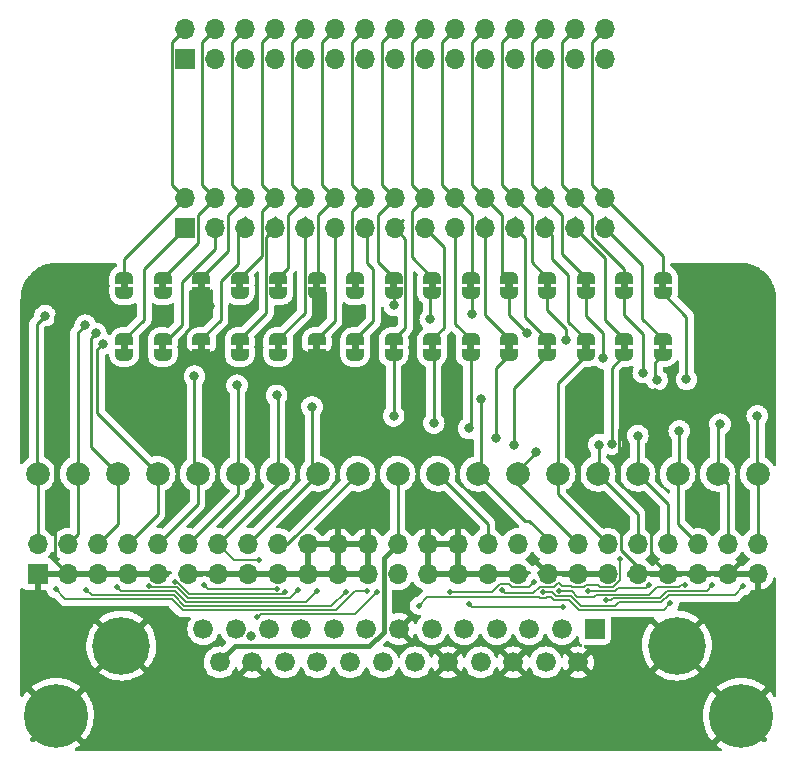
<source format=gbr>
%TF.GenerationSoftware,KiCad,Pcbnew,(5.99.0-9973-gfb99c55869)*%
%TF.CreationDate,2021-03-23T21:14:11-05:00*%
%TF.ProjectId,daisy_chain_board,64616973-795f-4636-9861-696e5f626f61,rev?*%
%TF.SameCoordinates,PX59d60c0PY325aa00*%
%TF.FileFunction,Copper,L1,Top*%
%TF.FilePolarity,Positive*%
%FSLAX46Y46*%
G04 Gerber Fmt 4.6, Leading zero omitted, Abs format (unit mm)*
G04 Created by KiCad (PCBNEW (5.99.0-9973-gfb99c55869)) date 2021-03-23 21:14:11*
%MOMM*%
%LPD*%
G01*
G04 APERTURE LIST*
G04 Aperture macros list*
%AMFreePoly0*
4,1,22,0.500000,-0.750000,0.000000,-0.750000,0.000000,-0.745033,-0.079941,-0.743568,-0.215256,-0.701293,-0.333266,-0.622738,-0.424486,-0.514219,-0.481581,-0.384460,-0.499164,-0.250000,-0.500000,-0.250000,-0.500000,0.250000,-0.499164,0.250000,-0.499963,0.256109,-0.478152,0.396186,-0.417904,0.524511,-0.324060,0.630769,-0.204165,0.706417,-0.067858,0.745374,0.000000,0.744959,0.000000,0.750000,
0.500000,0.750000,0.500000,-0.750000,0.500000,-0.750000,$1*%
%AMFreePoly1*
4,1,20,0.000000,0.744959,0.073905,0.744508,0.209726,0.703889,0.328688,0.626782,0.421226,0.519385,0.479903,0.390333,0.500000,0.250000,0.500000,-0.250000,0.499851,-0.262216,0.476331,-0.402017,0.414519,-0.529596,0.319384,-0.634700,0.198574,-0.708877,0.061801,-0.746166,0.000000,-0.745033,0.000000,-0.750000,-0.500000,-0.750000,-0.500000,0.750000,0.000000,0.750000,0.000000,0.744959,
0.000000,0.744959,$1*%
G04 Aperture macros list end*
%TA.AperFunction,ComponentPad*%
%ADD10C,0.800000*%
%TD*%
%TA.AperFunction,ComponentPad*%
%ADD11C,5.400000*%
%TD*%
%TA.AperFunction,ComponentPad*%
%ADD12R,1.680000X1.680000*%
%TD*%
%TA.AperFunction,ComponentPad*%
%ADD13C,1.680000*%
%TD*%
%TA.AperFunction,ComponentPad*%
%ADD14C,4.890000*%
%TD*%
%TA.AperFunction,ComponentPad*%
%ADD15R,1.700000X1.700000*%
%TD*%
%TA.AperFunction,ComponentPad*%
%ADD16O,1.700000X1.700000*%
%TD*%
%TA.AperFunction,ComponentPad*%
%ADD17C,2.000000*%
%TD*%
%TA.AperFunction,SMDPad,CuDef*%
%ADD18FreePoly0,270.000000*%
%TD*%
%TA.AperFunction,SMDPad,CuDef*%
%ADD19FreePoly1,270.000000*%
%TD*%
%TA.AperFunction,SMDPad,CuDef*%
%ADD20FreePoly0,90.000000*%
%TD*%
%TA.AperFunction,SMDPad,CuDef*%
%ADD21FreePoly1,90.000000*%
%TD*%
%TA.AperFunction,ViaPad*%
%ADD22C,0.800000*%
%TD*%
%TA.AperFunction,ViaPad*%
%ADD23C,0.500000*%
%TD*%
%TA.AperFunction,Conductor*%
%ADD24C,0.250000*%
%TD*%
%TA.AperFunction,Conductor*%
%ADD25C,0.400000*%
%TD*%
%TA.AperFunction,Conductor*%
%ADD26C,0.200000*%
%TD*%
%TA.AperFunction,Conductor*%
%ADD27C,0.150000*%
%TD*%
G04 APERTURE END LIST*
%TO.C,JP22*%
G36*
X109442852Y-6000000D02*
G01*
X108842852Y-6000000D01*
X108842852Y-5500000D01*
X109442852Y-5500000D01*
X109442852Y-6000000D01*
G37*
%TO.C,JP19*%
G36*
X99671426Y-6000000D02*
G01*
X99071426Y-6000000D01*
X99071426Y-5500000D01*
X99671426Y-5500000D01*
X99671426Y-6000000D01*
G37*
%TO.C,JP29*%
G36*
X132242846Y-6000000D02*
G01*
X131642846Y-6000000D01*
X131642846Y-5500000D01*
X132242846Y-5500000D01*
X132242846Y-6000000D01*
G37*
%TO.C,JP18*%
G36*
X96414284Y-6000000D02*
G01*
X95814284Y-6000000D01*
X95814284Y-5500000D01*
X96414284Y-5500000D01*
X96414284Y-6000000D01*
G37*
%TO.C,JP17*%
G36*
X93157142Y-6000000D02*
G01*
X92557142Y-6000000D01*
X92557142Y-5500000D01*
X93157142Y-5500000D01*
X93157142Y-6000000D01*
G37*
%TO.C,JP14*%
G36*
X132242846Y-11225001D02*
G01*
X131642846Y-11225001D01*
X131642846Y-10725001D01*
X132242846Y-10725001D01*
X132242846Y-11225001D01*
G37*
%TO.C,JP21*%
G36*
X106185710Y-6000000D02*
G01*
X105585710Y-6000000D01*
X105585710Y-5500000D01*
X106185710Y-5500000D01*
X106185710Y-6000000D01*
G37*
%TO.C,JP11*%
G36*
X122471420Y-11225001D02*
G01*
X121871420Y-11225001D01*
X121871420Y-10725001D01*
X122471420Y-10725001D01*
X122471420Y-11225001D01*
G37*
%TO.C,JP9*%
G36*
X115957136Y-11225001D02*
G01*
X115357136Y-11225001D01*
X115357136Y-10725001D01*
X115957136Y-10725001D01*
X115957136Y-11225001D01*
G37*
%TO.C,JP28*%
G36*
X128985704Y-6000000D02*
G01*
X128385704Y-6000000D01*
X128385704Y-5500000D01*
X128985704Y-5500000D01*
X128985704Y-6000000D01*
G37*
%TO.C,JP25*%
G36*
X119214278Y-6000000D02*
G01*
X118614278Y-6000000D01*
X118614278Y-5500000D01*
X119214278Y-5500000D01*
X119214278Y-6000000D01*
G37*
%TO.C,JP8*%
G36*
X112699994Y-11225001D02*
G01*
X112099994Y-11225001D01*
X112099994Y-10725001D01*
X112699994Y-10725001D01*
X112699994Y-11225001D01*
G37*
%TO.C,JP24*%
G36*
X115957136Y-6000000D02*
G01*
X115357136Y-6000000D01*
X115357136Y-5500000D01*
X115957136Y-5500000D01*
X115957136Y-6000000D01*
G37*
%TO.C,JP7*%
G36*
X109442852Y-11225001D02*
G01*
X108842852Y-11225001D01*
X108842852Y-10725001D01*
X109442852Y-10725001D01*
X109442852Y-11225001D01*
G37*
%TO.C,JP6*%
G36*
X106185710Y-11225001D02*
G01*
X105585710Y-11225001D01*
X105585710Y-10725001D01*
X106185710Y-10725001D01*
X106185710Y-11225001D01*
G37*
%TO.C,JP3*%
G36*
X96414284Y-11225001D02*
G01*
X95814284Y-11225001D01*
X95814284Y-10725001D01*
X96414284Y-10725001D01*
X96414284Y-11225001D01*
G37*
%TO.C,JP2*%
G36*
X93157142Y-11225001D02*
G01*
X92557142Y-11225001D01*
X92557142Y-10725001D01*
X93157142Y-10725001D01*
X93157142Y-11225001D01*
G37*
%TO.C,JP4*%
G36*
X99671426Y-11225001D02*
G01*
X99071426Y-11225001D01*
X99071426Y-10725001D01*
X99671426Y-10725001D01*
X99671426Y-11225001D01*
G37*
%TO.C,JP20*%
G36*
X102928568Y-6000000D02*
G01*
X102328568Y-6000000D01*
X102328568Y-5500000D01*
X102928568Y-5500000D01*
X102928568Y-6000000D01*
G37*
%TO.C,JP16*%
G36*
X89900000Y-6000000D02*
G01*
X89300000Y-6000000D01*
X89300000Y-5500000D01*
X89900000Y-5500000D01*
X89900000Y-6000000D01*
G37*
%TO.C,JP10*%
G36*
X119214278Y-11225001D02*
G01*
X118614278Y-11225001D01*
X118614278Y-10725001D01*
X119214278Y-10725001D01*
X119214278Y-11225001D01*
G37*
%TO.C,JP5*%
G36*
X102928568Y-11225001D02*
G01*
X102328568Y-11225001D01*
X102328568Y-10725001D01*
X102928568Y-10725001D01*
X102928568Y-11225001D01*
G37*
%TO.C,JP12*%
G36*
X125728562Y-11225001D02*
G01*
X125128562Y-11225001D01*
X125128562Y-10725001D01*
X125728562Y-10725001D01*
X125728562Y-11225001D01*
G37*
%TO.C,JP13*%
G36*
X128985704Y-11225001D02*
G01*
X128385704Y-11225001D01*
X128385704Y-10725001D01*
X128985704Y-10725001D01*
X128985704Y-11225001D01*
G37*
%TO.C,JP27*%
G36*
X125728562Y-6000000D02*
G01*
X125128562Y-6000000D01*
X125128562Y-5500000D01*
X125728562Y-5500000D01*
X125728562Y-6000000D01*
G37*
%TO.C,JP23*%
G36*
X112699994Y-6000000D02*
G01*
X112099994Y-6000000D01*
X112099994Y-5500000D01*
X112699994Y-5500000D01*
X112699994Y-6000000D01*
G37*
%TO.C,JP15*%
G36*
X135500000Y-11225001D02*
G01*
X134900000Y-11225001D01*
X134900000Y-10725001D01*
X135500000Y-10725001D01*
X135500000Y-11225001D01*
G37*
%TO.C,JP1*%
G36*
X89900000Y-11225001D02*
G01*
X89300000Y-11225001D01*
X89300000Y-10725001D01*
X89900000Y-10725001D01*
X89900000Y-11225001D01*
G37*
%TO.C,JP26*%
G36*
X122471420Y-6000000D02*
G01*
X121871420Y-6000000D01*
X121871420Y-5500000D01*
X122471420Y-5500000D01*
X122471420Y-6000000D01*
G37*
%TO.C,JP30*%
G36*
X135500000Y-6000000D02*
G01*
X134900000Y-6000000D01*
X134900000Y-5500000D01*
X135500000Y-5500000D01*
X135500000Y-6000000D01*
G37*
%TD*%
D10*
%TO.P,H5,1,1*%
%TO.N,GND*%
X82368109Y-43631891D03*
X83800000Y-44225000D03*
X85825000Y-42200000D03*
X81775000Y-42200000D03*
X83800000Y-40175000D03*
X85231891Y-40768109D03*
D11*
X83800000Y-42200000D03*
D10*
X85231891Y-43631891D03*
X82368109Y-40768109D03*
%TD*%
D11*
%TO.P,H6,1,1*%
%TO.N,GND*%
X141800000Y-42200000D03*
D10*
X143231891Y-40768109D03*
X140368109Y-43631891D03*
X140368109Y-40768109D03*
X143825000Y-42200000D03*
X141800000Y-40175000D03*
X139775000Y-42200000D03*
X143231891Y-43631891D03*
X141800000Y-44225000D03*
%TD*%
D12*
%TO.P,J8,1,1*%
%TO.N,C-REQ*%
X129421600Y-34830000D03*
D13*
%TO.P,J8,2,2*%
%TO.N,C-MSG*%
X126660600Y-34830000D03*
%TO.P,J8,3,3*%
%TO.N,C-I_O*%
X123899600Y-34830000D03*
%TO.P,J8,4,4*%
%TO.N,C-RST*%
X121138600Y-34830000D03*
%TO.P,J8,5,5*%
%TO.N,C-ACK*%
X118377600Y-34830000D03*
%TO.P,J8,6,6*%
%TO.N,C-BSY*%
X115616600Y-34830000D03*
%TO.P,J8,7,7*%
%TO.N,GND*%
X112855600Y-34830000D03*
%TO.P,J8,8,8*%
%TO.N,C-D0*%
X110094600Y-34830000D03*
%TO.P,J8,9,9*%
%TO.N,GND*%
X107333600Y-34830000D03*
%TO.P,J8,10,10*%
%TO.N,C-D3*%
X104572600Y-34830000D03*
%TO.P,J8,11,11*%
%TO.N,C-D5*%
X101811600Y-34830000D03*
%TO.P,J8,12,12*%
%TO.N,C-D6*%
X99050600Y-34830000D03*
%TO.P,J8,13,13*%
%TO.N,C-D7*%
X96288600Y-34830000D03*
%TO.P,J8,14,14*%
%TO.N,GND*%
X128040600Y-37670000D03*
%TO.P,J8,15,15*%
%TO.N,C-C_D*%
X125279600Y-37670000D03*
%TO.P,J8,16,16*%
%TO.N,GND*%
X122518600Y-37670000D03*
%TO.P,J8,17,17*%
%TO.N,C-ATN*%
X119757600Y-37670000D03*
%TO.P,J8,18,18*%
%TO.N,GND*%
X116996600Y-37670000D03*
%TO.P,J8,19,19*%
%TO.N,C-SEL*%
X114235600Y-37670000D03*
%TO.P,J8,20,20*%
%TO.N,C-DP*%
X111474600Y-37670000D03*
%TO.P,J8,21,21*%
%TO.N,C-D1*%
X108713600Y-37670000D03*
%TO.P,J8,22,22*%
%TO.N,C-D2*%
X105952600Y-37670000D03*
%TO.P,J8,23,23*%
%TO.N,C-D4*%
X103191600Y-37670000D03*
%TO.P,J8,24,24*%
%TO.N,GND*%
X100430600Y-37670000D03*
%TO.P,J8,25,25*%
%TO.N,TERMPOW*%
X97669600Y-37670000D03*
D14*
%TO.P,J8,MH1,MH1*%
%TO.N,GND*%
X136381600Y-36250000D03*
%TO.P,J8,MH2,MH2*%
X89341600Y-36250000D03*
%TD*%
D15*
%TO.P,J1,1,Pin_1*%
%TO.N,AD2_PIN_1*%
X94725200Y-895600D03*
D16*
%TO.P,J1,2,Pin_2*%
%TO.N,AD2_PIN_2*%
X94725200Y1644400D03*
%TO.P,J1,3,Pin_3*%
%TO.N,AD2_PIN_3*%
X97265200Y-895600D03*
%TO.P,J1,4,Pin_4*%
%TO.N,AD2_PIN_4*%
X97265200Y1644400D03*
%TO.P,J1,5,Pin_5*%
%TO.N,AD2_PIN_5*%
X99805200Y-895600D03*
%TO.P,J1,6,Pin_6*%
%TO.N,AD2_PIN_6*%
X99805200Y1644400D03*
%TO.P,J1,7,Pin_7*%
%TO.N,AD2_PIN_7*%
X102345200Y-895600D03*
%TO.P,J1,8,Pin_8*%
%TO.N,AD2_PIN_8*%
X102345200Y1644400D03*
%TO.P,J1,9,Pin_9*%
%TO.N,AD2_PIN_9*%
X104885200Y-895600D03*
%TO.P,J1,10,Pin_10*%
%TO.N,AD2_PIN_10*%
X104885200Y1644400D03*
%TO.P,J1,11,Pin_11*%
%TO.N,AD2_PIN_11*%
X107425200Y-895600D03*
%TO.P,J1,12,Pin_12*%
%TO.N,AD2_PIN_12*%
X107425200Y1644400D03*
%TO.P,J1,13,Pin_13*%
%TO.N,AD2_PIN_13*%
X109965200Y-895600D03*
%TO.P,J1,14,Pin_14*%
%TO.N,AD2_PIN_14*%
X109965200Y1644400D03*
%TO.P,J1,15,Pin_15*%
%TO.N,AD2_PIN_15*%
X112505200Y-895600D03*
%TO.P,J1,16,Pin_16*%
%TO.N,AD2_PIN_16*%
X112505200Y1644400D03*
%TO.P,J1,17,Pin_17*%
%TO.N,AD2_PIN_17*%
X115045200Y-895600D03*
%TO.P,J1,18,Pin_18*%
%TO.N,AD2_PIN_18*%
X115045200Y1644400D03*
%TO.P,J1,19,Pin_19*%
%TO.N,AD2_PIN_19*%
X117585200Y-895600D03*
%TO.P,J1,20,Pin_20*%
%TO.N,AD2_PIN_20*%
X117585200Y1644400D03*
%TO.P,J1,21,Pin_21*%
%TO.N,AD2_PIN_21*%
X120125200Y-895600D03*
%TO.P,J1,22,Pin_22*%
%TO.N,AD2_PIN_22*%
X120125200Y1644400D03*
%TO.P,J1,23,Pin_23*%
%TO.N,AD2_PIN_23*%
X122665200Y-895600D03*
%TO.P,J1,24,Pin_24*%
%TO.N,AD2_PIN_24*%
X122665200Y1644400D03*
%TO.P,J1,25,Pin_25*%
%TO.N,AD2_PIN_25*%
X125205200Y-895600D03*
%TO.P,J1,26,Pin_26*%
%TO.N,AD2_PIN_26*%
X125205200Y1644400D03*
%TO.P,J1,27,Pin_27*%
%TO.N,AD2_PIN_27*%
X127745200Y-895600D03*
%TO.P,J1,28,Pin_28*%
%TO.N,AD2_PIN_28*%
X127745200Y1644400D03*
%TO.P,J1,29,Pin_29*%
%TO.N,AD2_PIN_29*%
X130285200Y-895600D03*
%TO.P,J1,30,Pin_30*%
%TO.N,AD2_PIN_30*%
X130285200Y1644400D03*
%TD*%
D17*
%TO.P,TP1,1,1*%
%TO.N,C-D0*%
X82266500Y-21700000D03*
%TD*%
%TO.P,TP2,1,1*%
%TO.N,C-D1*%
X85653166Y-21700000D03*
%TD*%
%TO.P,TP3,1,1*%
%TO.N,C-D2*%
X89039832Y-21700000D03*
%TD*%
%TO.P,TP4,1,1*%
%TO.N,C-D3*%
X92426498Y-21700000D03*
%TD*%
%TO.P,TP5,1,1*%
%TO.N,C-D4*%
X95813164Y-21700000D03*
%TD*%
%TO.P,TP6,1,1*%
%TO.N,C-D5*%
X99199830Y-21700000D03*
%TD*%
%TO.P,TP7,1,1*%
%TO.N,C-D6*%
X102586496Y-21700000D03*
%TD*%
%TO.P,TP8,1,1*%
%TO.N,C-D7*%
X105973162Y-21700000D03*
%TD*%
%TO.P,TP9,1,1*%
%TO.N,C-DP*%
X109359828Y-21700000D03*
%TD*%
%TO.P,TP10,1,1*%
%TO.N,TERMPOW*%
X112746494Y-21700000D03*
%TD*%
%TO.P,TP11,1,1*%
%TO.N,C-ATN*%
X116133160Y-21700000D03*
%TD*%
%TO.P,TP12,1,1*%
%TO.N,C-BSY*%
X119519826Y-21700000D03*
%TD*%
%TO.P,TP13,1,1*%
%TO.N,C-ACK*%
X122906492Y-21700000D03*
%TD*%
%TO.P,TP14,1,1*%
%TO.N,C-RST*%
X126293158Y-21700000D03*
%TD*%
%TO.P,TP15,1,1*%
%TO.N,C-MSG*%
X129679824Y-21700000D03*
%TD*%
%TO.P,TP16,1,1*%
%TO.N,C-SEL*%
X133066490Y-21700000D03*
%TD*%
%TO.P,TP17,1,1*%
%TO.N,C-C_D*%
X136453156Y-21700000D03*
%TD*%
%TO.P,TP18,1,1*%
%TO.N,C-REQ*%
X139839822Y-21700000D03*
%TD*%
%TO.P,TP19,1,1*%
%TO.N,C-I_O*%
X143226488Y-21700000D03*
%TD*%
D18*
%TO.P,JP22,1,A*%
%TO.N,AD2_PIN_14*%
X109142852Y-5100000D03*
D19*
%TO.P,JP22,2,B*%
X109142852Y-6400000D03*
%TD*%
D18*
%TO.P,JP19,1,A*%
%TO.N,AD2_PIN_8*%
X99371426Y-5100000D03*
D19*
%TO.P,JP19,2,B*%
X99371426Y-6400000D03*
%TD*%
D18*
%TO.P,JP29,1,A*%
%TO.N,AD2_PIN_28*%
X131942846Y-5100000D03*
D19*
%TO.P,JP29,2,B*%
%TO.N,C-D6*%
X131942846Y-6400000D03*
%TD*%
D18*
%TO.P,JP18,1,A*%
%TO.N,AD2_PIN_6*%
X96114284Y-5100000D03*
D19*
%TO.P,JP18,2,B*%
%TO.N,GND*%
X96114284Y-6400000D03*
%TD*%
D18*
%TO.P,JP17,1,A*%
%TO.N,AD2_PIN_4*%
X92857142Y-5100000D03*
D19*
%TO.P,JP17,2,B*%
X92857142Y-6400000D03*
%TD*%
D20*
%TO.P,JP14,1,A*%
%TO.N,C-ACK*%
X131942846Y-11625001D03*
D21*
%TO.P,JP14,2,B*%
%TO.N,AD2_PIN_27*%
X131942846Y-10325001D03*
%TD*%
D18*
%TO.P,JP21,1,A*%
%TO.N,AD2_PIN_12*%
X105885710Y-5100000D03*
D19*
%TO.P,JP21,2,B*%
%TO.N,GND*%
X105885710Y-6400000D03*
%TD*%
D20*
%TO.P,JP11,1,A*%
%TO.N,C-SEL*%
X122171420Y-11625001D03*
D21*
%TO.P,JP11,2,B*%
%TO.N,AD2_PIN_21*%
X122171420Y-10325001D03*
%TD*%
D20*
%TO.P,JP9,1,A*%
%TO.N,C-REQ*%
X115657136Y-11625001D03*
D21*
%TO.P,JP9,2,B*%
%TO.N,AD2_PIN_17*%
X115657136Y-10325001D03*
%TD*%
D18*
%TO.P,JP28,1,A*%
%TO.N,AD2_PIN_26*%
X128685704Y-5100000D03*
D19*
%TO.P,JP28,2,B*%
%TO.N,C-D5*%
X128685704Y-6400000D03*
%TD*%
D18*
%TO.P,JP25,1,A*%
%TO.N,AD2_PIN_20*%
X118914278Y-5100000D03*
D19*
%TO.P,JP25,2,B*%
%TO.N,C-D2*%
X118914278Y-6400000D03*
%TD*%
D20*
%TO.P,JP8,1,A*%
%TO.N,C-I_O*%
X112399994Y-11625001D03*
D21*
%TO.P,JP8,2,B*%
%TO.N,AD2_PIN_15*%
X112399994Y-10325001D03*
%TD*%
D18*
%TO.P,JP24,1,A*%
%TO.N,AD2_PIN_18*%
X115657136Y-5100000D03*
D19*
%TO.P,JP24,2,B*%
%TO.N,C-D1*%
X115657136Y-6400000D03*
%TD*%
D20*
%TO.P,JP7,1,A*%
%TO.N,AD2_PIN_13*%
X109142852Y-11625001D03*
D21*
%TO.P,JP7,2,B*%
X109142852Y-10325001D03*
%TD*%
D20*
%TO.P,JP6,1,A*%
%TO.N,GND*%
X105885710Y-11625001D03*
D21*
%TO.P,JP6,2,B*%
%TO.N,AD2_PIN_11*%
X105885710Y-10325001D03*
%TD*%
D20*
%TO.P,JP3,1,A*%
%TO.N,GND*%
X96114284Y-11625001D03*
D21*
%TO.P,JP3,2,B*%
%TO.N,AD2_PIN_5*%
X96114284Y-10325001D03*
%TD*%
D20*
%TO.P,JP2,1,A*%
%TO.N,AD2_PIN_3*%
X92857142Y-11625001D03*
D21*
%TO.P,JP2,2,B*%
X92857142Y-10325001D03*
%TD*%
D20*
%TO.P,JP4,1,A*%
%TO.N,AD2_PIN_7*%
X99371426Y-11625001D03*
D21*
%TO.P,JP4,2,B*%
X99371426Y-10325001D03*
%TD*%
D18*
%TO.P,JP20,1,A*%
%TO.N,AD2_PIN_10*%
X102628568Y-5100000D03*
D19*
%TO.P,JP20,2,B*%
X102628568Y-6400000D03*
%TD*%
D18*
%TO.P,JP16,1,A*%
%TO.N,AD2_PIN_2*%
X89600000Y-5100000D03*
D19*
%TO.P,JP16,2,B*%
X89600000Y-6400000D03*
%TD*%
D20*
%TO.P,JP10,1,A*%
%TO.N,C-C_D*%
X118914278Y-11625001D03*
D21*
%TO.P,JP10,2,B*%
%TO.N,AD2_PIN_19*%
X118914278Y-10325001D03*
%TD*%
D20*
%TO.P,JP5,1,A*%
%TO.N,AD2_PIN_9*%
X102628568Y-11625001D03*
D21*
%TO.P,JP5,2,B*%
X102628568Y-10325001D03*
%TD*%
D20*
%TO.P,JP12,1,A*%
%TO.N,C-MSG*%
X125428562Y-11625001D03*
D21*
%TO.P,JP12,2,B*%
%TO.N,AD2_PIN_23*%
X125428562Y-10325001D03*
%TD*%
D20*
%TO.P,JP13,1,A*%
%TO.N,C-RST*%
X128685704Y-11625001D03*
D21*
%TO.P,JP13,2,B*%
%TO.N,AD2_PIN_25*%
X128685704Y-10325001D03*
%TD*%
D18*
%TO.P,JP27,1,A*%
%TO.N,AD2_PIN_24*%
X125428562Y-5100000D03*
D19*
%TO.P,JP27,2,B*%
%TO.N,C-D4*%
X125428562Y-6400000D03*
%TD*%
D18*
%TO.P,JP23,1,A*%
%TO.N,AD2_PIN_16*%
X112399994Y-5100000D03*
D19*
%TO.P,JP23,2,B*%
%TO.N,C-D0*%
X112399994Y-6400000D03*
%TD*%
D20*
%TO.P,JP15,1,A*%
%TO.N,C-BSY*%
X135200000Y-11625001D03*
D21*
%TO.P,JP15,2,B*%
%TO.N,AD2_PIN_29*%
X135200000Y-10325001D03*
%TD*%
D20*
%TO.P,JP1,1,A*%
%TO.N,AD2_PIN_1*%
X89600000Y-11625001D03*
D21*
%TO.P,JP1,2,B*%
X89600000Y-10325001D03*
%TD*%
D18*
%TO.P,JP26,1,A*%
%TO.N,AD2_PIN_22*%
X122171420Y-5100000D03*
D19*
%TO.P,JP26,2,B*%
%TO.N,C-D3*%
X122171420Y-6400000D03*
%TD*%
D18*
%TO.P,JP30,1,A*%
%TO.N,AD2_PIN_30*%
X135200000Y-5100000D03*
D19*
%TO.P,JP30,2,B*%
%TO.N,C-D7*%
X135200000Y-6400000D03*
%TD*%
D15*
%TO.P,J2,1,Pin_1*%
%TO.N,AD2_PIN_1*%
X94725200Y13445600D03*
D16*
%TO.P,J2,2,Pin_2*%
%TO.N,AD2_PIN_2*%
X94725200Y15985600D03*
%TO.P,J2,3,Pin_3*%
%TO.N,AD2_PIN_3*%
X97265200Y13445600D03*
%TO.P,J2,4,Pin_4*%
%TO.N,AD2_PIN_4*%
X97265200Y15985600D03*
%TO.P,J2,5,Pin_5*%
%TO.N,AD2_PIN_5*%
X99805200Y13445600D03*
%TO.P,J2,6,Pin_6*%
%TO.N,AD2_PIN_6*%
X99805200Y15985600D03*
%TO.P,J2,7,Pin_7*%
%TO.N,AD2_PIN_7*%
X102345200Y13445600D03*
%TO.P,J2,8,Pin_8*%
%TO.N,AD2_PIN_8*%
X102345200Y15985600D03*
%TO.P,J2,9,Pin_9*%
%TO.N,AD2_PIN_9*%
X104885200Y13445600D03*
%TO.P,J2,10,Pin_10*%
%TO.N,AD2_PIN_10*%
X104885200Y15985600D03*
%TO.P,J2,11,Pin_11*%
%TO.N,AD2_PIN_11*%
X107425200Y13445600D03*
%TO.P,J2,12,Pin_12*%
%TO.N,AD2_PIN_12*%
X107425200Y15985600D03*
%TO.P,J2,13,Pin_13*%
%TO.N,AD2_PIN_13*%
X109965200Y13445600D03*
%TO.P,J2,14,Pin_14*%
%TO.N,AD2_PIN_14*%
X109965200Y15985600D03*
%TO.P,J2,15,Pin_15*%
%TO.N,AD2_PIN_15*%
X112505200Y13445600D03*
%TO.P,J2,16,Pin_16*%
%TO.N,AD2_PIN_16*%
X112505200Y15985600D03*
%TO.P,J2,17,Pin_17*%
%TO.N,AD2_PIN_17*%
X115045200Y13445600D03*
%TO.P,J2,18,Pin_18*%
%TO.N,AD2_PIN_18*%
X115045200Y15985600D03*
%TO.P,J2,19,Pin_19*%
%TO.N,AD2_PIN_19*%
X117585200Y13445600D03*
%TO.P,J2,20,Pin_20*%
%TO.N,AD2_PIN_20*%
X117585200Y15985600D03*
%TO.P,J2,21,Pin_21*%
%TO.N,AD2_PIN_21*%
X120125200Y13445600D03*
%TO.P,J2,22,Pin_22*%
%TO.N,AD2_PIN_22*%
X120125200Y15985600D03*
%TO.P,J2,23,Pin_23*%
%TO.N,AD2_PIN_23*%
X122665200Y13445600D03*
%TO.P,J2,24,Pin_24*%
%TO.N,AD2_PIN_24*%
X122665200Y15985600D03*
%TO.P,J2,25,Pin_25*%
%TO.N,AD2_PIN_25*%
X125205200Y13445600D03*
%TO.P,J2,26,Pin_26*%
%TO.N,AD2_PIN_26*%
X125205200Y15985600D03*
%TO.P,J2,27,Pin_27*%
%TO.N,AD2_PIN_27*%
X127745200Y13445600D03*
%TO.P,J2,28,Pin_28*%
%TO.N,AD2_PIN_28*%
X127745200Y15985600D03*
%TO.P,J2,29,Pin_29*%
%TO.N,AD2_PIN_29*%
X130285200Y13445600D03*
%TO.P,J2,30,Pin_30*%
%TO.N,AD2_PIN_30*%
X130285200Y15985600D03*
%TD*%
D15*
%TO.P,J7,1,Pin_1*%
%TO.N,GND*%
X82266500Y-30194500D03*
D16*
%TO.P,J7,2,Pin_2*%
%TO.N,C-D0*%
X82266500Y-27654500D03*
%TO.P,J7,3,Pin_3*%
%TO.N,GND*%
X84806500Y-30194500D03*
%TO.P,J7,4,Pin_4*%
%TO.N,C-D1*%
X84806500Y-27654500D03*
%TO.P,J7,5,Pin_5*%
%TO.N,GND*%
X87346500Y-30194500D03*
%TO.P,J7,6,Pin_6*%
%TO.N,C-D2*%
X87346500Y-27654500D03*
%TO.P,J7,7,Pin_7*%
%TO.N,GND*%
X89886500Y-30194500D03*
%TO.P,J7,8,Pin_8*%
%TO.N,C-D3*%
X89886500Y-27654500D03*
%TO.P,J7,9,Pin_9*%
%TO.N,GND*%
X92426500Y-30194500D03*
%TO.P,J7,10,Pin_10*%
%TO.N,C-D4*%
X92426500Y-27654500D03*
%TO.P,J7,11,Pin_11*%
%TO.N,GND*%
X94966500Y-30194500D03*
%TO.P,J7,12,Pin_12*%
%TO.N,C-D5*%
X94966500Y-27654500D03*
%TO.P,J7,13,Pin_13*%
%TO.N,GND*%
X97506500Y-30194500D03*
%TO.P,J7,14,Pin_14*%
%TO.N,C-D6*%
X97506500Y-27654500D03*
%TO.P,J7,15,Pin_15*%
%TO.N,GND*%
X100046500Y-30194500D03*
%TO.P,J7,16,Pin_16*%
%TO.N,C-D7*%
X100046500Y-27654500D03*
%TO.P,J7,17,Pin_17*%
%TO.N,GND*%
X102586500Y-30194500D03*
%TO.P,J7,18,Pin_18*%
%TO.N,C-DP*%
X102586500Y-27654500D03*
%TO.P,J7,19,Pin_19*%
%TO.N,GND*%
X105126500Y-30194500D03*
%TO.P,J7,20,Pin_20*%
X105126500Y-27654500D03*
%TO.P,J7,21,Pin_21*%
X107666500Y-30194500D03*
%TO.P,J7,22,Pin_22*%
X107666500Y-27654500D03*
%TO.P,J7,23,Pin_23*%
X110206500Y-30194500D03*
%TO.P,J7,24,Pin_24*%
X110206500Y-27654500D03*
%TO.P,J7,25,Pin_25*%
%TO.N,N/C*%
X112746500Y-30194500D03*
%TO.P,J7,26,Pin_26*%
%TO.N,TERMPOW*%
X112746500Y-27654500D03*
%TO.P,J7,27,Pin_27*%
%TO.N,GND*%
X115286500Y-30194500D03*
%TO.P,J7,28,Pin_28*%
X115286500Y-27654500D03*
%TO.P,J7,29,Pin_29*%
X117826500Y-30194500D03*
%TO.P,J7,30,Pin_30*%
X117826500Y-27654500D03*
%TO.P,J7,31,Pin_31*%
X120366500Y-30194500D03*
%TO.P,J7,32,Pin_32*%
%TO.N,C-ATN*%
X120366500Y-27654500D03*
%TO.P,J7,33,Pin_33*%
%TO.N,GND*%
X122906500Y-30194500D03*
%TO.P,J7,34,Pin_34*%
%TO.N,N/C*%
X122906500Y-27654500D03*
%TO.P,J7,35,Pin_35*%
%TO.N,GND*%
X125446500Y-30194500D03*
%TO.P,J7,36,Pin_36*%
%TO.N,C-BSY*%
X125446500Y-27654500D03*
%TO.P,J7,37,Pin_37*%
%TO.N,GND*%
X127986500Y-30194500D03*
%TO.P,J7,38,Pin_38*%
%TO.N,C-ACK*%
X127986500Y-27654500D03*
%TO.P,J7,39,Pin_39*%
%TO.N,GND*%
X130526500Y-30194500D03*
%TO.P,J7,40,Pin_40*%
%TO.N,C-RST*%
X130526500Y-27654500D03*
%TO.P,J7,41,Pin_41*%
%TO.N,GND*%
X133066500Y-30194500D03*
%TO.P,J7,42,Pin_42*%
%TO.N,C-MSG*%
X133066500Y-27654500D03*
%TO.P,J7,43,Pin_43*%
%TO.N,GND*%
X135606500Y-30194500D03*
%TO.P,J7,44,Pin_44*%
%TO.N,C-SEL*%
X135606500Y-27654500D03*
%TO.P,J7,45,Pin_45*%
%TO.N,GND*%
X138146500Y-30194500D03*
%TO.P,J7,46,Pin_46*%
%TO.N,C-C_D*%
X138146500Y-27654500D03*
%TO.P,J7,47,Pin_47*%
%TO.N,GND*%
X140686500Y-30194500D03*
%TO.P,J7,48,Pin_48*%
%TO.N,C-REQ*%
X140686500Y-27654500D03*
%TO.P,J7,49,Pin_49*%
%TO.N,GND*%
X143226500Y-30194500D03*
%TO.P,J7,50,Pin_50*%
%TO.N,C-I_O*%
X143226500Y-27654500D03*
%TD*%
D22*
%TO.N,GND*%
X134552400Y-14865600D03*
X96858800Y-7499600D03*
X106358400Y-7499600D03*
X138006800Y-15170400D03*
X100364000Y-35423790D03*
X129726400Y-14002000D03*
X85733600Y-6280400D03*
D23*
%TO.N,C-REQ*%
X139350000Y-31150000D03*
D22*
X140038800Y-17507200D03*
D23*
X130419308Y-32414713D03*
D22*
X115807200Y-17405600D03*
%TO.N,C-MSG*%
X129787763Y-19242790D03*
X122614400Y-19234400D03*
D23*
X133993502Y-31150000D03*
X128817950Y-31630159D03*
%TO.N,C-BSY*%
X117187010Y-31684832D03*
X124270000Y-30872990D03*
D22*
X134704800Y-13748000D03*
X119820400Y-15373600D03*
D23*
%TO.N,C-SEL*%
X114530000Y-32870000D03*
D22*
X133079200Y-18472400D03*
X121039600Y-18675600D03*
D23*
X135828947Y-32665648D03*
%TO.N,C-RST*%
X121540000Y-31560000D03*
X131560000Y-28920000D03*
D22*
%TO.N,C-ACK*%
X124443200Y-19894800D03*
D23*
X118812489Y-32689064D03*
D22*
X130852390Y-19183600D03*
D23*
X126730000Y-32950000D03*
%TO.N,C-DP*%
X100860000Y-33850000D03*
X110992489Y-31685265D03*
D22*
%TO.N,C-D0*%
X112454400Y-7448800D03*
D23*
X83780000Y-31480000D03*
X110120000Y-31630000D03*
D22*
X82888800Y-8312400D03*
D23*
%TO.N,C-D1*%
X108350000Y-31680000D03*
D22*
X86292400Y-9125200D03*
X115502400Y-8617200D03*
D23*
X86370000Y-31530000D03*
D22*
%TO.N,C-D2*%
X87195310Y-9803872D03*
D23*
X105950000Y-31630000D03*
X89002424Y-31302989D03*
D22*
X119007600Y-8160000D03*
%TO.N,C-D3*%
X87765600Y-10700000D03*
D23*
X104280000Y-31580000D03*
D22*
X123681200Y-9785600D03*
D23*
X91693529Y-31178968D03*
%TO.N,C-D4*%
X93930504Y-30851957D03*
D22*
X127034000Y-10395200D03*
D23*
X103220000Y-31750000D03*
D22*
X95538000Y-13443200D03*
%TO.N,C-D5*%
X99144800Y-14205200D03*
X130132800Y-11919200D03*
D23*
X102510000Y-31434946D03*
X96380000Y-31150000D03*
D22*
%TO.N,C-D6*%
X133536400Y-13138400D03*
D23*
X100973502Y-29027449D03*
D22*
X102497600Y-15068800D03*
%TO.N,C-D7*%
X105494800Y-16034000D03*
X137194000Y-13697200D03*
D23*
%TO.N,C-I_O*%
X125036247Y-31748511D03*
D22*
X143188400Y-16796000D03*
D23*
X142000000Y-31220000D03*
D22*
X112403600Y-16796000D03*
D23*
%TO.N,C-C_D*%
X126371042Y-31585360D03*
X137054940Y-31121502D03*
D22*
X136584400Y-18066000D03*
X118753600Y-17862800D03*
%TD*%
D24*
%TO.N,GND*%
X134168501Y-28756501D02*
X134168501Y-25149701D01*
%TO.N,C-ACK*%
X131942846Y-11625001D02*
X130852390Y-12715457D01*
X130852390Y-12715457D02*
X130852390Y-19183600D01*
%TO.N,GND*%
X131504400Y-17913600D02*
X134552400Y-14865600D01*
X135606500Y-30194500D02*
X134168501Y-28756501D01*
X134168501Y-25149701D02*
X131504400Y-22485600D01*
X131504400Y-22485600D02*
X131504400Y-17913600D01*
X133066500Y-29621460D02*
X131628501Y-28183461D01*
X131628501Y-28183461D02*
X131628501Y-26216501D01*
X131628501Y-26216501D02*
X128100800Y-22688800D01*
X128100800Y-15627600D02*
X129726400Y-14002000D01*
X128100800Y-22688800D02*
X128100800Y-15627600D01*
%TO.N,AD2_PIN_2*%
X94725200Y15985600D02*
X93623189Y14883589D01*
X93623189Y14883589D02*
X93623189Y2746411D01*
X93623189Y2746411D02*
X94725200Y1644400D01*
%TO.N,AD2_PIN_4*%
X97265200Y15985600D02*
X96163189Y14883589D01*
X96163189Y2746411D02*
X97265200Y1644400D01*
X96163189Y14883589D02*
X96163189Y2746411D01*
%TO.N,AD2_PIN_6*%
X99805200Y15985600D02*
X98703189Y14883589D01*
X98703189Y14883589D02*
X98703189Y2746411D01*
X98703189Y2746411D02*
X99805200Y1644400D01*
%TO.N,AD2_PIN_8*%
X102345200Y15985600D02*
X101243189Y14883589D01*
X101243189Y14883589D02*
X101243189Y2746411D01*
X101243189Y2746411D02*
X102345200Y1644400D01*
%TO.N,AD2_PIN_10*%
X104885200Y15985600D02*
X103783189Y14883589D01*
X103783189Y14883589D02*
X103783189Y2746411D01*
X103783189Y2746411D02*
X104885200Y1644400D01*
%TO.N,AD2_PIN_12*%
X107425200Y15985600D02*
X106323189Y14883589D01*
X106323189Y14883589D02*
X106323189Y2746411D01*
X106323189Y2746411D02*
X107425200Y1644400D01*
%TO.N,AD2_PIN_14*%
X109965200Y15985600D02*
X108863189Y14883589D01*
X108863189Y14883589D02*
X108863189Y2746411D01*
X108863189Y2746411D02*
X109965200Y1644400D01*
%TO.N,AD2_PIN_16*%
X112505200Y15985600D02*
X111403189Y14883589D01*
X111403189Y14883589D02*
X111403189Y2746411D01*
X111403189Y2746411D02*
X112505200Y1644400D01*
%TO.N,AD2_PIN_18*%
X115045200Y15985600D02*
X113943189Y14883589D01*
X113943189Y14883589D02*
X113943189Y2746411D01*
X113943189Y2746411D02*
X115045200Y1644400D01*
%TO.N,AD2_PIN_20*%
X117585200Y15985600D02*
X116483189Y14883589D01*
X116483189Y14883589D02*
X116483189Y2746411D01*
X116483189Y2746411D02*
X117585200Y1644400D01*
%TO.N,AD2_PIN_22*%
X120125200Y15985600D02*
X119023189Y14883589D01*
X119023189Y14883589D02*
X119023189Y2746411D01*
X119023189Y2746411D02*
X120125200Y1644400D01*
%TO.N,AD2_PIN_24*%
X122665200Y15985600D02*
X121563189Y14883589D01*
X121563189Y14883589D02*
X121563189Y2746411D01*
X121563189Y2746411D02*
X122665200Y1644400D01*
%TO.N,AD2_PIN_26*%
X125205200Y15985600D02*
X124103189Y14883589D01*
X124103189Y2746411D02*
X125205200Y1644400D01*
X124103189Y14883589D02*
X124103189Y2746411D01*
%TO.N,AD2_PIN_28*%
X127745200Y15985600D02*
X126643189Y14883589D01*
X126643189Y14883589D02*
X126643189Y2746411D01*
X126643189Y2746411D02*
X127745200Y1644400D01*
%TO.N,AD2_PIN_30*%
X130285200Y15985600D02*
X129183189Y14883589D01*
X129183189Y14883589D02*
X129183189Y2746411D01*
X129183189Y2746411D02*
X130285200Y1644400D01*
D25*
%TO.N,TERMPOW*%
X98933400Y-36303200D02*
X97566600Y-37670000D01*
X110348577Y-36303200D02*
X98933400Y-36303200D01*
X111569499Y-35082278D02*
X110348577Y-36303200D01*
X112746500Y-27654500D02*
X111569499Y-28831501D01*
X111569499Y-28831501D02*
X111569499Y-35082278D01*
D24*
%TO.N,GND*%
X96114284Y-11625001D02*
X95369325Y-11625001D01*
D25*
X140686500Y-30194500D02*
X141863501Y-29017499D01*
D24*
X84806500Y-30194500D02*
X83704499Y-29092499D01*
X94725200Y-9785600D02*
X96114284Y-8396516D01*
X106358400Y-7499600D02*
X106358400Y-6872690D01*
D25*
X125446500Y-30194500D02*
X124269499Y-29017499D01*
D24*
X106358400Y-6872690D02*
X105885710Y-6400000D01*
X134857200Y-15170400D02*
X134552400Y-14865600D01*
X83704499Y-8309501D02*
X85733600Y-6280400D01*
X96858800Y-7499600D02*
X96858800Y-7144516D01*
X96114284Y-8396516D02*
X96114284Y-6400000D01*
X138006800Y-15170400D02*
X134857200Y-15170400D01*
X94725200Y-10980876D02*
X94725200Y-9785600D01*
X96858800Y-7144516D02*
X96114284Y-6400000D01*
X95369325Y-11625001D02*
X94725200Y-10980876D01*
X83704499Y-29092499D02*
X83704499Y-8309501D01*
D26*
%TO.N,C-REQ*%
X130772861Y-32414713D02*
X130419308Y-32414713D01*
X139350000Y-31150000D02*
X138901488Y-31598512D01*
X130935040Y-32252534D02*
X130772861Y-32414713D01*
D24*
X140686500Y-27654500D02*
X140686500Y-22546678D01*
D26*
X138901488Y-31598512D02*
X135589026Y-31598512D01*
X134935004Y-32252534D02*
X130935040Y-32252534D01*
D24*
X139839822Y-17706178D02*
X140038800Y-17507200D01*
D26*
X135589026Y-31598512D02*
X134935004Y-32252534D01*
D24*
X115807200Y-17405600D02*
X115807200Y-11775065D01*
X139839822Y-21700000D02*
X139839822Y-17706178D01*
X140686500Y-22546678D02*
X139839822Y-21700000D01*
D26*
%TO.N,C-MSG*%
X131368458Y-31408967D02*
X131178913Y-31598512D01*
X129171503Y-31630159D02*
X128817950Y-31630159D01*
X133993502Y-31150000D02*
X133734535Y-31408967D01*
D24*
X133066500Y-25086676D02*
X129679824Y-21700000D01*
X133066500Y-27654500D02*
X133066500Y-25086676D01*
D26*
X129203150Y-31598512D02*
X129171503Y-31630159D01*
D24*
X122614400Y-14439163D02*
X122614400Y-19234400D01*
X129787763Y-21592061D02*
X129787763Y-19242790D01*
X125428562Y-11625001D02*
X122614400Y-14439163D01*
D26*
X133734535Y-31408967D02*
X131368458Y-31408967D01*
X131178913Y-31598512D02*
X129203150Y-31598512D01*
D24*
%TO.N,C-BSY*%
X135200000Y-11625001D02*
X134552400Y-12272601D01*
D26*
X123871489Y-31271501D02*
X122389539Y-31271501D01*
D24*
X125446500Y-27258367D02*
X123866623Y-25678490D01*
D26*
X122141027Y-31022989D02*
X121371049Y-31022989D01*
X120709206Y-31684832D02*
X117187010Y-31684832D01*
X124270000Y-30872990D02*
X123871489Y-31271501D01*
X121371049Y-31022989D02*
X120709206Y-31684832D01*
D24*
X134552400Y-13595600D02*
X134704800Y-13748000D01*
D26*
X122389539Y-31271501D02*
X122141027Y-31022989D01*
D24*
X123498316Y-25678490D02*
X119519826Y-21700000D01*
X134552400Y-12272601D02*
X134552400Y-13595600D01*
X119820400Y-15373600D02*
X119820400Y-21399426D01*
X123866623Y-25678490D02*
X123498316Y-25678490D01*
%TO.N,C-SEL*%
X133066490Y-21700000D02*
X133066490Y-18485110D01*
X121039600Y-18675600D02*
X121039600Y-12756821D01*
D26*
X114530000Y-32870000D02*
X115237011Y-32162989D01*
X128076984Y-33221022D02*
X135273573Y-33221022D01*
X127245335Y-32389373D02*
X128076984Y-33221022D01*
X126006628Y-32389373D02*
X127245335Y-32389373D01*
X125327733Y-32162989D02*
X125780245Y-32162989D01*
X124744761Y-32162989D02*
X124807285Y-32225513D01*
X125815069Y-32197814D02*
X126006628Y-32389373D01*
X135273573Y-33221022D02*
X135828947Y-32665648D01*
D24*
X135606500Y-24240010D02*
X133066490Y-21700000D01*
D26*
X125265209Y-32225513D02*
X125327733Y-32162989D01*
D24*
X121039600Y-12756821D02*
X122171420Y-11625001D01*
D26*
X125780245Y-32162989D02*
X125815069Y-32197814D01*
X115237011Y-32162989D02*
X124744761Y-32162989D01*
D24*
X135606500Y-27654500D02*
X135606500Y-24240010D01*
D26*
X124807285Y-32225513D02*
X125265209Y-32225513D01*
D24*
X133066490Y-18485110D02*
X133079200Y-18472400D01*
D26*
%TO.N,C-RST*%
X126632626Y-31186471D02*
X127384509Y-31186471D01*
X128697065Y-31077897D02*
X129713650Y-31077897D01*
X127469539Y-31271501D02*
X128503461Y-31271501D01*
D27*
X131560000Y-29273553D02*
X131560000Y-28920000D01*
D26*
X124778514Y-31271501D02*
X125963461Y-31271501D01*
X131006903Y-31271501D02*
X131346447Y-30931957D01*
X121540000Y-31560000D02*
X121789999Y-31809999D01*
D24*
X126293158Y-14017547D02*
X126293158Y-21700000D01*
D26*
X124240016Y-31809999D02*
X124778514Y-31271501D01*
D27*
X131578501Y-29292054D02*
X131560000Y-29273553D01*
D24*
X128685704Y-11625001D02*
X126293158Y-14017547D01*
D26*
X128503461Y-31271501D02*
X128697065Y-31077897D01*
D27*
X131578501Y-30699903D02*
X131578501Y-29292054D01*
D26*
X126298628Y-30936334D02*
X126382489Y-30936334D01*
X127384509Y-31186471D02*
X127469539Y-31271501D01*
X129713650Y-31077897D02*
X129907254Y-31271501D01*
D24*
X126293158Y-23421158D02*
X126293158Y-21700000D01*
D26*
X125963461Y-31271501D02*
X126298628Y-30936334D01*
X129907254Y-31271501D02*
X131006903Y-31271501D01*
X126382489Y-30936334D02*
X126632626Y-31186471D01*
D24*
X130526500Y-27654500D02*
X126293158Y-23421158D01*
D26*
X121789999Y-31809999D02*
X124240016Y-31809999D01*
D27*
X131346447Y-30931957D02*
X131578501Y-30699903D01*
D26*
%TO.N,C-ACK*%
X119073425Y-32950000D02*
X118812489Y-32689064D01*
D24*
X122906492Y-22574492D02*
X122906492Y-21700000D01*
D26*
X126730000Y-32950000D02*
X119073425Y-32950000D01*
D24*
X127986500Y-27654500D02*
X122906492Y-22574492D01*
X122906492Y-21431508D02*
X124443200Y-19894800D01*
%TO.N,C-ATN*%
X120366500Y-27654500D02*
X120366500Y-25933340D01*
X120366500Y-25933340D02*
X116133160Y-21700000D01*
%TO.N,C-DP*%
X102586500Y-27654500D02*
X103405328Y-27654500D01*
D26*
X100860000Y-33850000D02*
X101162991Y-33547009D01*
X109130745Y-33547009D02*
X110992489Y-31685265D01*
X101162991Y-33547009D02*
X109130745Y-33547009D01*
D24*
X103405328Y-27654500D02*
X109359828Y-21700000D01*
D26*
%TO.N,C-D0*%
X107515963Y-33219999D02*
X109105962Y-31630000D01*
D24*
X82266500Y-27654500D02*
X82266500Y-21700000D01*
D26*
X84610000Y-32310000D02*
X93638188Y-32310000D01*
X83780000Y-31480000D02*
X84610000Y-32310000D01*
D24*
X82177600Y-21611100D02*
X82177600Y-9023600D01*
D26*
X109105962Y-31630000D02*
X110120000Y-31630000D01*
X93638188Y-32310000D02*
X94548188Y-33219999D01*
D24*
X82177600Y-9023600D02*
X82888800Y-8312400D01*
X112454400Y-7448800D02*
X112454400Y-6454406D01*
D26*
X94548188Y-33219999D02*
X107515963Y-33219999D01*
%TO.N,C-D1*%
X86370000Y-31530000D02*
X86822989Y-31982989D01*
X86822989Y-31982989D02*
X93773640Y-31982989D01*
X107137011Y-32892989D02*
X108350000Y-31680000D01*
D24*
X85653166Y-9764434D02*
X86292400Y-9125200D01*
D26*
X94683639Y-32892989D02*
X107137011Y-32892989D01*
D24*
X85653166Y-26807834D02*
X85653166Y-21700000D01*
X85653166Y-21700000D02*
X85653166Y-9764434D01*
X115502400Y-8617200D02*
X115502400Y-6554736D01*
X84806500Y-27654500D02*
X85653166Y-26807834D01*
D26*
X93773640Y-31982989D02*
X94683639Y-32892989D01*
D24*
%TO.N,C-D2*%
X89039832Y-25961168D02*
X89039832Y-21700000D01*
X89039832Y-21700000D02*
X86795311Y-19455479D01*
D26*
X105950000Y-31630000D02*
X105014022Y-32565978D01*
X94819089Y-32565978D02*
X93909092Y-31655978D01*
X105014022Y-32565978D02*
X94819089Y-32565978D01*
D24*
X86795311Y-19455479D02*
X86795311Y-10203871D01*
X86795311Y-10203871D02*
X87195310Y-9803872D01*
D26*
X89355413Y-31655978D02*
X89002424Y-31302989D01*
D24*
X119007600Y-8160000D02*
X119007600Y-6493322D01*
D26*
X93909092Y-31655978D02*
X89355413Y-31655978D01*
D24*
X87346500Y-27654500D02*
X89039832Y-25961168D01*
%TO.N,C-D3*%
X122171420Y-8275820D02*
X122171420Y-6400000D01*
X92426498Y-21700000D02*
X87308400Y-16581902D01*
X92426498Y-25114502D02*
X92426498Y-21700000D01*
X123681200Y-9785600D02*
X122171420Y-8275820D01*
D26*
X94044544Y-31328967D02*
X91843528Y-31328967D01*
X94954540Y-32238967D02*
X94044544Y-31328967D01*
X104280000Y-31580000D02*
X103621033Y-32238967D01*
D24*
X87308400Y-11157200D02*
X87765600Y-10700000D01*
D26*
X103621033Y-32238967D02*
X94954540Y-32238967D01*
X91843528Y-31328967D02*
X91693529Y-31178968D01*
D24*
X89886500Y-27654500D02*
X92426498Y-25114502D01*
X87308400Y-16581902D02*
X87308400Y-11157200D01*
%TO.N,C-D4*%
X92426500Y-27654500D02*
X95813164Y-24267836D01*
D26*
X103058044Y-31911956D02*
X95089992Y-31911956D01*
D24*
X127034000Y-10395200D02*
X127034000Y-9430000D01*
D26*
X95089992Y-31911956D02*
X94029993Y-30851957D01*
X103220000Y-31750000D02*
X103058044Y-31911956D01*
X94029993Y-30851957D02*
X93930504Y-30851957D01*
D24*
X127034000Y-9430000D02*
X125428562Y-7824562D01*
X125428562Y-7824562D02*
X125428562Y-6400000D01*
X95813164Y-24267836D02*
X95813164Y-21700000D01*
X95538000Y-21424836D02*
X95538000Y-13443200D01*
%TO.N,C-D5*%
X99199830Y-14260230D02*
X99144800Y-14205200D01*
X130132800Y-9785600D02*
X128685704Y-8338504D01*
X99199830Y-23421170D02*
X99199830Y-21700000D01*
X130132800Y-11919200D02*
X130132800Y-9785600D01*
D26*
X96380000Y-31150000D02*
X96664946Y-31434946D01*
X96664946Y-31434946D02*
X102510000Y-31434946D01*
D24*
X99199830Y-21700000D02*
X99199830Y-14260230D01*
X128685704Y-8338504D02*
X128685704Y-6400000D01*
X94966500Y-27654500D02*
X99199830Y-23421170D01*
%TO.N,C-D6*%
X102586496Y-22574504D02*
X102586496Y-21700000D01*
X97506500Y-27654500D02*
X102586496Y-22574504D01*
D26*
X97506500Y-27654500D02*
X98879449Y-29027449D01*
D24*
X133536400Y-13138400D02*
X133536400Y-9887200D01*
X102586496Y-15157696D02*
X102497600Y-15068800D01*
X133536400Y-9887200D02*
X131942846Y-8293646D01*
X102586496Y-21700000D02*
X102586496Y-15157696D01*
D26*
X98879449Y-29027449D02*
X100973502Y-29027449D01*
D24*
X131942846Y-8293646D02*
X131942846Y-6400000D01*
%TO.N,C-D7*%
X100046500Y-27626662D02*
X105973162Y-21700000D01*
X137194000Y-13697200D02*
X137194000Y-8394000D01*
X137194000Y-8394000D02*
X135200000Y-6400000D01*
X105494800Y-21221638D02*
X105494800Y-16034000D01*
%TO.N,C-I_O*%
X112399994Y-11625001D02*
X112399994Y-16792394D01*
X112399994Y-16792394D02*
X112403600Y-16796000D01*
D26*
X131463901Y-32579545D02*
X131151732Y-32891714D01*
X127450787Y-32062362D02*
X126142080Y-32062362D01*
D24*
X143226488Y-27654488D02*
X143226488Y-21700000D01*
D26*
X135734477Y-31925523D02*
X135080455Y-32579545D01*
X131151732Y-32891714D02*
X128280139Y-32891714D01*
X128280139Y-32891714D02*
X127450787Y-32062362D01*
X142000000Y-31220000D02*
X141294477Y-31925523D01*
X125828229Y-31748511D02*
X125036247Y-31748511D01*
D24*
X143188400Y-16796000D02*
X143188400Y-21661912D01*
D26*
X141294477Y-31925523D02*
X135734477Y-31925523D01*
X126142080Y-32062362D02*
X125828229Y-31748511D01*
X135080455Y-32579545D02*
X131463901Y-32579545D01*
D24*
%TO.N,C-C_D*%
X136584400Y-18066000D02*
X136584400Y-21568756D01*
D26*
X127958048Y-32107160D02*
X127465448Y-31614560D01*
X137054940Y-31121502D02*
X136701387Y-31121502D01*
X126753795Y-31614560D02*
X126724595Y-31585360D01*
D24*
X136453156Y-25961156D02*
X136453156Y-21700000D01*
X118914278Y-11625001D02*
X118914278Y-17702122D01*
D26*
X129537449Y-31925523D02*
X129355812Y-32107160D01*
X126724595Y-31585360D02*
X126371042Y-31585360D01*
X127465448Y-31614560D02*
X126753795Y-31614560D01*
D24*
X138146500Y-27654500D02*
X136453156Y-25961156D01*
D26*
X134700073Y-31271501D02*
X134046051Y-31925523D01*
X129355812Y-32107160D02*
X127958048Y-32107160D01*
D24*
X118914278Y-17702122D02*
X118753600Y-17862800D01*
D26*
X136701387Y-31121502D02*
X136551388Y-31271501D01*
X134046051Y-31925523D02*
X129537449Y-31925523D01*
X136551388Y-31271501D02*
X134700073Y-31271501D01*
D24*
%TO.N,TERMPOW*%
X112746500Y-27654500D02*
X112746500Y-21700006D01*
%TO.N,AD2_PIN_14*%
X108863199Y542399D02*
X108863199Y-4820347D01*
X109965200Y1644400D02*
X108863199Y542399D01*
%TO.N,AD2_PIN_13*%
X110676400Y-4400800D02*
X110676400Y-8791453D01*
X110676400Y-8791453D02*
X109142852Y-10325001D01*
X110144862Y-3869262D02*
X110676400Y-4400800D01*
X110144862Y-1075262D02*
X110144862Y-3869262D01*
%TO.N,AD2_PIN_10*%
X103447201Y-4281367D02*
X102628568Y-5100000D01*
X104885200Y1644400D02*
X103447201Y206401D01*
X103447201Y206401D02*
X103447201Y-4281367D01*
%TO.N,AD2_PIN_9*%
X104883700Y-897100D02*
X104883700Y-8069869D01*
X104883700Y-8069869D02*
X102628568Y-10325001D01*
X104885200Y-895600D02*
X104885200Y13438D01*
%TO.N,AD2_PIN_8*%
X101243199Y-3228227D02*
X99371426Y-5100000D01*
X102345200Y1644400D02*
X101243199Y542399D01*
X101243199Y542399D02*
X101243199Y-3228227D01*
%TO.N,AD2_PIN_7*%
X101626558Y-1614242D02*
X101626558Y-8069869D01*
X102345200Y-895600D02*
X101626558Y-1614242D01*
X102345200Y-895600D02*
X102345200Y13438D01*
X101626558Y-8069869D02*
X99371426Y-10325001D01*
%TO.N,AD2_PIN_4*%
X95827210Y206410D02*
X95827210Y-2129932D01*
X97265200Y1644400D02*
X95827210Y206410D01*
X95827210Y-2129932D02*
X92857142Y-5100000D01*
%TO.N,AD2_PIN_3*%
X97265200Y-895600D02*
X97874800Y-286000D01*
X94471200Y-5431216D02*
X94471200Y-9125200D01*
X94471200Y-9125200D02*
X93271399Y-10325001D01*
X97265200Y-2637216D02*
X94471200Y-5431216D01*
X97265200Y-895600D02*
X97265200Y-2637216D01*
%TO.N,AD2_PIN_2*%
X89600000Y-3480800D02*
X89600000Y-5100000D01*
X94725200Y1644400D02*
X89600000Y-3480800D01*
%TO.N,AD2_PIN_1*%
X91270800Y-4350000D02*
X91270800Y-8654201D01*
X94725200Y-895600D02*
X91270800Y-4350000D01*
X91270800Y-8654201D02*
X89600000Y-10325001D01*
%TO.N,AD2_PIN_30*%
X130285200Y1644400D02*
X135200000Y-3270400D01*
X135200000Y-3270400D02*
X135200000Y-5100000D01*
%TO.N,GND*%
X133434800Y-4045200D02*
X133434800Y-8559801D01*
X130285200Y-895600D02*
X133434800Y-4045200D01*
X130285200Y-895600D02*
X130285200Y13438D01*
X133434800Y-8559801D02*
X135200000Y-10325001D01*
%TO.N,AD2_PIN_28*%
X129183199Y-1622399D02*
X131942846Y-4382046D01*
X131942846Y-4382046D02*
X131942846Y-5100000D01*
X127745200Y1644400D02*
X129183199Y206401D01*
X129183199Y206401D02*
X129183199Y-1622399D01*
%TO.N,AD2_PIN_27*%
X127745200Y-895600D02*
X130285200Y-3435600D01*
X127745200Y-895600D02*
X127745200Y13438D01*
X130285200Y-8667355D02*
X131942846Y-10325001D01*
X130285200Y-3435600D02*
X130285200Y-8667355D01*
%TO.N,AD2_PIN_26*%
X125205200Y1644400D02*
X125205200Y2558800D01*
X126643199Y206401D02*
X126643199Y-3057495D01*
X125205200Y1644400D02*
X126643199Y206401D01*
X126643199Y-3057495D02*
X128685704Y-5100000D01*
%TO.N,AD2_PIN_25*%
X127186400Y-4908800D02*
X127186400Y-8825697D01*
X127186400Y-8825697D02*
X128685704Y-10325001D01*
X125205200Y-895600D02*
X125814800Y-1505200D01*
X125814800Y-3537200D02*
X127186400Y-4908800D01*
X125814800Y-1505200D02*
X125814800Y-3537200D01*
X125205200Y-895600D02*
X125205200Y13438D01*
%TO.N,AD2_PIN_24*%
X122665200Y1644400D02*
X124103199Y206401D01*
X124103199Y-3774637D02*
X125428562Y-5100000D01*
X124103199Y206401D02*
X124103199Y-3774637D01*
%TO.N,AD2_PIN_23*%
X123528800Y-8425239D02*
X125428562Y-10325001D01*
X122665200Y-895600D02*
X123528800Y-1759200D01*
X123528800Y-1759200D02*
X123528800Y-8425239D01*
X122665200Y-895600D02*
X122665200Y13438D01*
%TO.N,AD2_PIN_22*%
X120125200Y1644400D02*
X121563199Y206401D01*
X121563199Y206401D02*
X121563199Y-5330799D01*
%TO.N,AD2_PIN_21*%
X120125200Y-895600D02*
X120125200Y-8278781D01*
X120125200Y-895600D02*
X120125200Y13438D01*
X120125200Y-8278781D02*
X122171420Y-10325001D01*
%TO.N,AD2_PIN_20*%
X117585200Y1644400D02*
X119023199Y206401D01*
X119023199Y206401D02*
X119023199Y-4991079D01*
%TO.N,AD2_PIN_19*%
X117585200Y-8995923D02*
X118914278Y-10325001D01*
X117585200Y-895600D02*
X117585200Y-8995923D01*
%TO.N,AD2_PIN_18*%
X113943199Y-3386063D02*
X115657136Y-5100000D01*
X113943199Y542399D02*
X113943199Y-3386063D01*
X115045200Y1644400D02*
X113943199Y542399D01*
%TO.N,AD2_PIN_17*%
X115045200Y-895600D02*
X116659146Y-2509546D01*
X116659146Y-2509546D02*
X116659146Y-9322991D01*
X116659146Y-9322991D02*
X115657136Y-10325001D01*
%TO.N,AD2_PIN_16*%
X111067201Y206401D02*
X111067201Y-3767207D01*
X112505200Y1644400D02*
X111067201Y206401D01*
X111067201Y-3767207D02*
X112399994Y-5100000D01*
%TO.N,AD2_PIN_15*%
X112505200Y-895600D02*
X113165600Y-235200D01*
X112505200Y-895600D02*
X113402004Y-1792404D01*
X113402004Y-1792404D02*
X113402004Y-9322991D01*
X113402004Y-9322991D02*
X112399994Y-10325001D01*
%TO.N,AD2_PIN_12*%
X107425200Y1644400D02*
X105987201Y206401D01*
X105987201Y206401D02*
X105987201Y-4998509D01*
%TO.N,AD2_PIN_11*%
X107425200Y-895600D02*
X107425200Y-8785511D01*
X107425200Y-8785511D02*
X105885710Y-10325001D01*
%TO.N,AD2_PIN_6*%
X98367201Y-2847083D02*
X96114284Y-5100000D01*
X99805200Y1644400D02*
X98367201Y206401D01*
X98367201Y206401D02*
X98367201Y-2847083D01*
%TO.N,AD2_PIN_5*%
X99195600Y-1505200D02*
X99195600Y-3963426D01*
X97773200Y-8666085D02*
X96114284Y-10325001D01*
X99805200Y-895600D02*
X99805200Y13438D01*
X99195600Y-3963426D02*
X97773200Y-5385826D01*
X97773200Y-5385826D02*
X97773200Y-8666085D01*
X99805200Y-895600D02*
X99195600Y-1505200D01*
%TD*%
%TA.AperFunction,Conductor*%
%TO.N,GND*%
G36*
X93585853Y-29960502D02*
G01*
X93632346Y-30014158D01*
X93642450Y-30084432D01*
X93612956Y-30149012D01*
X93567064Y-30182441D01*
X93558955Y-30185891D01*
X93558951Y-30185894D01*
X93552221Y-30188757D01*
X93409798Y-30293568D01*
X93380687Y-30327834D01*
X93315912Y-30404079D01*
X93256563Y-30443044D01*
X93219887Y-30448500D01*
X91916615Y-30448500D01*
X91880098Y-30443092D01*
X91828733Y-30427535D01*
X91652240Y-30416585D01*
X91645025Y-30417825D01*
X91645022Y-30417825D01*
X91477961Y-30446532D01*
X91477763Y-30445382D01*
X91456120Y-30448500D01*
X82538615Y-30448500D01*
X82523376Y-30452975D01*
X82522171Y-30454365D01*
X82520500Y-30462048D01*
X82520500Y-31539385D01*
X82524975Y-31554624D01*
X82526365Y-31555829D01*
X82534048Y-31557500D01*
X82919341Y-31557500D01*
X82987462Y-31577502D01*
X83033955Y-31631158D01*
X83042182Y-31655467D01*
X83060293Y-31734862D01*
X83138227Y-31893594D01*
X83142877Y-31899245D01*
X83142879Y-31899248D01*
X83201936Y-31971017D01*
X83250588Y-32030141D01*
X83391347Y-32137177D01*
X83398035Y-32140148D01*
X83398039Y-32140150D01*
X83465097Y-32169936D01*
X83552954Y-32208960D01*
X83632249Y-32223871D01*
X83698057Y-32258606D01*
X84147029Y-32707578D01*
X84157896Y-32719969D01*
X84176190Y-32743810D01*
X84303250Y-32841307D01*
X84331335Y-32852940D01*
X84362946Y-32866034D01*
X84443585Y-32899436D01*
X84451214Y-32902596D01*
X84459398Y-32903673D01*
X84459400Y-32903674D01*
X84601812Y-32922422D01*
X84610000Y-32923500D01*
X84618188Y-32922422D01*
X84618189Y-32922422D01*
X84639792Y-32919578D01*
X84656238Y-32918500D01*
X93333948Y-32918500D01*
X93402069Y-32938502D01*
X93423043Y-32955404D01*
X94085217Y-33617576D01*
X94096084Y-33629968D01*
X94105758Y-33642575D01*
X94114378Y-33653809D01*
X94241438Y-33751306D01*
X94328114Y-33787208D01*
X94389403Y-33812595D01*
X94397591Y-33813673D01*
X94468796Y-33823047D01*
X94548189Y-33833499D01*
X94556377Y-33832421D01*
X94556378Y-33832421D01*
X94577981Y-33829577D01*
X94594427Y-33828499D01*
X95101784Y-33828499D01*
X95169905Y-33848501D01*
X95216398Y-33902157D01*
X95226502Y-33972431D01*
X95204997Y-34026769D01*
X95119595Y-34148736D01*
X95119592Y-34148741D01*
X95116435Y-34153250D01*
X95114112Y-34158232D01*
X95114109Y-34158237D01*
X95019049Y-34362094D01*
X95016726Y-34367076D01*
X95015304Y-34372384D01*
X95015303Y-34372386D01*
X95005648Y-34408418D01*
X94955663Y-34594967D01*
X94935100Y-34830000D01*
X94955663Y-35065033D01*
X94957087Y-35070346D01*
X94957087Y-35070348D01*
X95007829Y-35259718D01*
X95016726Y-35292924D01*
X95019048Y-35297905D01*
X95019049Y-35297906D01*
X95114109Y-35501763D01*
X95114112Y-35501768D01*
X95116435Y-35506750D01*
X95119591Y-35511257D01*
X95119592Y-35511259D01*
X95230744Y-35670000D01*
X95251759Y-35700013D01*
X95418587Y-35866841D01*
X95423095Y-35869998D01*
X95423098Y-35870000D01*
X95607341Y-35999008D01*
X95611850Y-36002165D01*
X95616832Y-36004488D01*
X95616837Y-36004491D01*
X95717149Y-36051267D01*
X95825676Y-36101874D01*
X95830984Y-36103296D01*
X95830986Y-36103297D01*
X96048252Y-36161513D01*
X96048254Y-36161513D01*
X96053567Y-36162937D01*
X96288600Y-36183500D01*
X96523633Y-36162937D01*
X96528946Y-36161513D01*
X96528948Y-36161513D01*
X96746214Y-36103297D01*
X96746216Y-36103296D01*
X96751524Y-36101874D01*
X96860051Y-36051267D01*
X96960363Y-36004491D01*
X96960368Y-36004488D01*
X96965350Y-36002165D01*
X96969859Y-35999008D01*
X97154102Y-35870000D01*
X97154105Y-35869998D01*
X97158613Y-35866841D01*
X97325441Y-35700013D01*
X97346457Y-35670000D01*
X97457608Y-35511259D01*
X97457609Y-35511257D01*
X97460765Y-35506750D01*
X97463088Y-35501768D01*
X97463091Y-35501763D01*
X97555405Y-35303794D01*
X97602322Y-35250509D01*
X97670600Y-35231048D01*
X97738560Y-35251590D01*
X97783795Y-35303794D01*
X97876109Y-35501763D01*
X97876112Y-35501768D01*
X97878435Y-35506750D01*
X97881591Y-35511257D01*
X97881592Y-35511259D01*
X97992744Y-35670000D01*
X98013759Y-35700013D01*
X98180587Y-35866841D01*
X98179986Y-35867442D01*
X98216707Y-35922627D01*
X98217838Y-35993614D01*
X98185487Y-36049142D01*
X97939682Y-36294947D01*
X97877370Y-36328973D01*
X97839606Y-36331373D01*
X97675076Y-36316979D01*
X97675075Y-36316979D01*
X97669600Y-36316500D01*
X97434567Y-36337063D01*
X97429254Y-36338487D01*
X97429252Y-36338487D01*
X97211986Y-36396703D01*
X97211984Y-36396704D01*
X97206676Y-36398126D01*
X97201695Y-36400448D01*
X97201694Y-36400449D01*
X96997837Y-36495509D01*
X96997832Y-36495512D01*
X96992850Y-36497835D01*
X96988343Y-36500991D01*
X96988341Y-36500992D01*
X96804098Y-36630000D01*
X96804095Y-36630002D01*
X96799587Y-36633159D01*
X96632759Y-36799987D01*
X96629602Y-36804495D01*
X96629600Y-36804498D01*
X96500592Y-36988741D01*
X96497435Y-36993250D01*
X96495112Y-36998232D01*
X96495109Y-36998237D01*
X96403020Y-37195723D01*
X96397726Y-37207076D01*
X96336663Y-37434967D01*
X96316100Y-37670000D01*
X96336663Y-37905033D01*
X96338087Y-37910346D01*
X96338087Y-37910348D01*
X96378183Y-38059987D01*
X96397726Y-38132924D01*
X96400048Y-38137905D01*
X96400049Y-38137906D01*
X96495109Y-38341763D01*
X96495112Y-38341768D01*
X96497435Y-38346750D01*
X96500591Y-38351257D01*
X96500592Y-38351259D01*
X96619963Y-38521738D01*
X96632759Y-38540013D01*
X96799587Y-38706841D01*
X96804095Y-38709998D01*
X96804098Y-38710000D01*
X96910747Y-38784676D01*
X96992850Y-38842165D01*
X96997832Y-38844488D01*
X96997837Y-38844491D01*
X97200686Y-38939081D01*
X97206676Y-38941874D01*
X97211984Y-38943296D01*
X97211986Y-38943297D01*
X97429252Y-39001513D01*
X97429254Y-39001513D01*
X97434567Y-39002937D01*
X97669600Y-39023500D01*
X97904633Y-39002937D01*
X97909946Y-39001513D01*
X97909948Y-39001513D01*
X98127214Y-38943297D01*
X98127216Y-38943296D01*
X98132524Y-38941874D01*
X98138514Y-38939081D01*
X98341363Y-38844491D01*
X98341368Y-38844488D01*
X98346350Y-38842165D01*
X98428453Y-38784676D01*
X99680479Y-38784676D01*
X99689775Y-38796691D01*
X99749592Y-38838575D01*
X99759087Y-38844058D01*
X99962865Y-38939081D01*
X99973157Y-38942827D01*
X100190339Y-39001021D01*
X100201134Y-39002924D01*
X100425125Y-39022521D01*
X100436075Y-39022521D01*
X100660066Y-39002924D01*
X100670861Y-39001021D01*
X100888043Y-38942827D01*
X100898335Y-38939081D01*
X101102113Y-38844058D01*
X101111608Y-38838575D01*
X101172263Y-38796104D01*
X101180638Y-38785627D01*
X101173570Y-38772180D01*
X100443412Y-38042022D01*
X100429468Y-38034408D01*
X100427635Y-38034539D01*
X100421020Y-38038790D01*
X99686909Y-38772901D01*
X99680479Y-38784676D01*
X98428453Y-38784676D01*
X98535102Y-38710000D01*
X98535105Y-38709998D01*
X98539613Y-38706841D01*
X98706441Y-38540013D01*
X98719238Y-38521738D01*
X98838608Y-38351259D01*
X98838609Y-38351257D01*
X98841765Y-38346750D01*
X98844088Y-38341768D01*
X98844091Y-38341763D01*
X98936180Y-38144277D01*
X98983097Y-38090992D01*
X99051375Y-38071531D01*
X99119335Y-38092073D01*
X99164570Y-38144277D01*
X99256542Y-38341513D01*
X99262025Y-38351008D01*
X99304496Y-38411663D01*
X99314973Y-38420038D01*
X99328420Y-38412970D01*
X100341505Y-37399885D01*
X100403817Y-37365859D01*
X100474632Y-37370924D01*
X100519695Y-37399885D01*
X101533501Y-38413691D01*
X101545276Y-38420121D01*
X101557291Y-38410825D01*
X101599175Y-38351008D01*
X101604658Y-38341513D01*
X101696630Y-38144277D01*
X101743547Y-38090992D01*
X101811825Y-38071531D01*
X101879784Y-38092073D01*
X101925020Y-38144277D01*
X102017109Y-38341763D01*
X102017112Y-38341768D01*
X102019435Y-38346750D01*
X102022591Y-38351257D01*
X102022592Y-38351259D01*
X102141963Y-38521738D01*
X102154759Y-38540013D01*
X102321587Y-38706841D01*
X102326095Y-38709998D01*
X102326098Y-38710000D01*
X102432747Y-38784676D01*
X102514850Y-38842165D01*
X102519832Y-38844488D01*
X102519837Y-38844491D01*
X102722686Y-38939081D01*
X102728676Y-38941874D01*
X102733984Y-38943296D01*
X102733986Y-38943297D01*
X102951252Y-39001513D01*
X102951254Y-39001513D01*
X102956567Y-39002937D01*
X103191600Y-39023500D01*
X103426633Y-39002937D01*
X103431946Y-39001513D01*
X103431948Y-39001513D01*
X103649214Y-38943297D01*
X103649216Y-38943296D01*
X103654524Y-38941874D01*
X103660514Y-38939081D01*
X103863363Y-38844491D01*
X103863368Y-38844488D01*
X103868350Y-38842165D01*
X103950453Y-38784676D01*
X104057102Y-38710000D01*
X104057105Y-38709998D01*
X104061613Y-38706841D01*
X104228441Y-38540013D01*
X104241238Y-38521738D01*
X104360608Y-38351259D01*
X104360609Y-38351257D01*
X104363765Y-38346750D01*
X104366088Y-38341768D01*
X104366091Y-38341763D01*
X104457905Y-38144867D01*
X104504822Y-38091582D01*
X104573100Y-38072121D01*
X104641060Y-38092663D01*
X104686295Y-38144867D01*
X104778109Y-38341763D01*
X104778112Y-38341768D01*
X104780435Y-38346750D01*
X104783591Y-38351257D01*
X104783592Y-38351259D01*
X104902963Y-38521738D01*
X104915759Y-38540013D01*
X105082587Y-38706841D01*
X105087095Y-38709998D01*
X105087098Y-38710000D01*
X105193747Y-38784676D01*
X105275850Y-38842165D01*
X105280832Y-38844488D01*
X105280837Y-38844491D01*
X105483686Y-38939081D01*
X105489676Y-38941874D01*
X105494984Y-38943296D01*
X105494986Y-38943297D01*
X105712252Y-39001513D01*
X105712254Y-39001513D01*
X105717567Y-39002937D01*
X105952600Y-39023500D01*
X106187633Y-39002937D01*
X106192946Y-39001513D01*
X106192948Y-39001513D01*
X106410214Y-38943297D01*
X106410216Y-38943296D01*
X106415524Y-38941874D01*
X106421514Y-38939081D01*
X106624363Y-38844491D01*
X106624368Y-38844488D01*
X106629350Y-38842165D01*
X106711453Y-38784676D01*
X106818102Y-38710000D01*
X106818105Y-38709998D01*
X106822613Y-38706841D01*
X106989441Y-38540013D01*
X107002238Y-38521738D01*
X107121608Y-38351259D01*
X107121609Y-38351257D01*
X107124765Y-38346750D01*
X107127088Y-38341768D01*
X107127091Y-38341763D01*
X107218905Y-38144867D01*
X107265822Y-38091582D01*
X107334100Y-38072121D01*
X107402060Y-38092663D01*
X107447295Y-38144867D01*
X107539109Y-38341763D01*
X107539112Y-38341768D01*
X107541435Y-38346750D01*
X107544591Y-38351257D01*
X107544592Y-38351259D01*
X107663963Y-38521738D01*
X107676759Y-38540013D01*
X107843587Y-38706841D01*
X107848095Y-38709998D01*
X107848098Y-38710000D01*
X107954747Y-38784676D01*
X108036850Y-38842165D01*
X108041832Y-38844488D01*
X108041837Y-38844491D01*
X108244686Y-38939081D01*
X108250676Y-38941874D01*
X108255984Y-38943296D01*
X108255986Y-38943297D01*
X108473252Y-39001513D01*
X108473254Y-39001513D01*
X108478567Y-39002937D01*
X108713600Y-39023500D01*
X108948633Y-39002937D01*
X108953946Y-39001513D01*
X108953948Y-39001513D01*
X109171214Y-38943297D01*
X109171216Y-38943296D01*
X109176524Y-38941874D01*
X109182514Y-38939081D01*
X109385363Y-38844491D01*
X109385368Y-38844488D01*
X109390350Y-38842165D01*
X109472453Y-38784676D01*
X109579102Y-38710000D01*
X109579105Y-38709998D01*
X109583613Y-38706841D01*
X109750441Y-38540013D01*
X109763238Y-38521738D01*
X109882608Y-38351259D01*
X109882609Y-38351257D01*
X109885765Y-38346750D01*
X109888088Y-38341768D01*
X109888091Y-38341763D01*
X109979905Y-38144867D01*
X110026822Y-38091582D01*
X110095100Y-38072121D01*
X110163060Y-38092663D01*
X110208295Y-38144867D01*
X110300109Y-38341763D01*
X110300112Y-38341768D01*
X110302435Y-38346750D01*
X110305591Y-38351257D01*
X110305592Y-38351259D01*
X110424963Y-38521738D01*
X110437759Y-38540013D01*
X110604587Y-38706841D01*
X110609095Y-38709998D01*
X110609098Y-38710000D01*
X110715747Y-38784676D01*
X110797850Y-38842165D01*
X110802832Y-38844488D01*
X110802837Y-38844491D01*
X111005686Y-38939081D01*
X111011676Y-38941874D01*
X111016984Y-38943296D01*
X111016986Y-38943297D01*
X111234252Y-39001513D01*
X111234254Y-39001513D01*
X111239567Y-39002937D01*
X111474600Y-39023500D01*
X111709633Y-39002937D01*
X111714946Y-39001513D01*
X111714948Y-39001513D01*
X111932214Y-38943297D01*
X111932216Y-38943296D01*
X111937524Y-38941874D01*
X111943514Y-38939081D01*
X112146363Y-38844491D01*
X112146368Y-38844488D01*
X112151350Y-38842165D01*
X112233453Y-38784676D01*
X112340102Y-38710000D01*
X112340105Y-38709998D01*
X112344613Y-38706841D01*
X112511441Y-38540013D01*
X112524238Y-38521738D01*
X112643608Y-38351259D01*
X112643609Y-38351257D01*
X112646765Y-38346750D01*
X112649088Y-38341768D01*
X112649091Y-38341763D01*
X112740905Y-38144867D01*
X112787822Y-38091582D01*
X112856100Y-38072121D01*
X112924060Y-38092663D01*
X112969295Y-38144867D01*
X113061109Y-38341763D01*
X113061112Y-38341768D01*
X113063435Y-38346750D01*
X113066591Y-38351257D01*
X113066592Y-38351259D01*
X113185963Y-38521738D01*
X113198759Y-38540013D01*
X113365587Y-38706841D01*
X113370095Y-38709998D01*
X113370098Y-38710000D01*
X113476747Y-38784676D01*
X113558850Y-38842165D01*
X113563832Y-38844488D01*
X113563837Y-38844491D01*
X113766686Y-38939081D01*
X113772676Y-38941874D01*
X113777984Y-38943296D01*
X113777986Y-38943297D01*
X113995252Y-39001513D01*
X113995254Y-39001513D01*
X114000567Y-39002937D01*
X114235600Y-39023500D01*
X114470633Y-39002937D01*
X114475946Y-39001513D01*
X114475948Y-39001513D01*
X114693214Y-38943297D01*
X114693216Y-38943296D01*
X114698524Y-38941874D01*
X114704514Y-38939081D01*
X114907363Y-38844491D01*
X114907368Y-38844488D01*
X114912350Y-38842165D01*
X114994453Y-38784676D01*
X116246479Y-38784676D01*
X116255775Y-38796691D01*
X116315592Y-38838575D01*
X116325087Y-38844058D01*
X116528865Y-38939081D01*
X116539157Y-38942827D01*
X116756339Y-39001021D01*
X116767134Y-39002924D01*
X116991125Y-39022521D01*
X117002075Y-39022521D01*
X117226066Y-39002924D01*
X117236861Y-39001021D01*
X117454043Y-38942827D01*
X117464335Y-38939081D01*
X117668113Y-38844058D01*
X117677608Y-38838575D01*
X117738263Y-38796104D01*
X117746638Y-38785627D01*
X117739570Y-38772180D01*
X117009412Y-38042022D01*
X116995468Y-38034408D01*
X116993635Y-38034539D01*
X116987020Y-38038790D01*
X116252909Y-38772901D01*
X116246479Y-38784676D01*
X114994453Y-38784676D01*
X115101102Y-38710000D01*
X115101105Y-38709998D01*
X115105613Y-38706841D01*
X115272441Y-38540013D01*
X115285238Y-38521738D01*
X115404608Y-38351259D01*
X115404609Y-38351257D01*
X115407765Y-38346750D01*
X115410088Y-38341768D01*
X115410091Y-38341763D01*
X115502180Y-38144277D01*
X115549097Y-38090992D01*
X115617375Y-38071531D01*
X115685335Y-38092073D01*
X115730570Y-38144277D01*
X115822542Y-38341513D01*
X115828025Y-38351008D01*
X115870496Y-38411663D01*
X115880973Y-38420038D01*
X115894420Y-38412970D01*
X116624578Y-37682812D01*
X116630956Y-37671132D01*
X117361008Y-37671132D01*
X117361139Y-37672965D01*
X117365390Y-37679580D01*
X118099501Y-38413691D01*
X118111276Y-38420121D01*
X118123291Y-38410825D01*
X118165175Y-38351008D01*
X118170658Y-38341513D01*
X118262630Y-38144277D01*
X118309547Y-38090992D01*
X118377825Y-38071531D01*
X118445784Y-38092073D01*
X118491020Y-38144277D01*
X118583109Y-38341763D01*
X118583112Y-38341768D01*
X118585435Y-38346750D01*
X118588591Y-38351257D01*
X118588592Y-38351259D01*
X118707963Y-38521738D01*
X118720759Y-38540013D01*
X118887587Y-38706841D01*
X118892095Y-38709998D01*
X118892098Y-38710000D01*
X118998747Y-38784676D01*
X119080850Y-38842165D01*
X119085832Y-38844488D01*
X119085837Y-38844491D01*
X119288686Y-38939081D01*
X119294676Y-38941874D01*
X119299984Y-38943296D01*
X119299986Y-38943297D01*
X119517252Y-39001513D01*
X119517254Y-39001513D01*
X119522567Y-39002937D01*
X119757600Y-39023500D01*
X119992633Y-39002937D01*
X119997946Y-39001513D01*
X119997948Y-39001513D01*
X120215214Y-38943297D01*
X120215216Y-38943296D01*
X120220524Y-38941874D01*
X120226514Y-38939081D01*
X120429363Y-38844491D01*
X120429368Y-38844488D01*
X120434350Y-38842165D01*
X120516453Y-38784676D01*
X121768479Y-38784676D01*
X121777775Y-38796691D01*
X121837592Y-38838575D01*
X121847087Y-38844058D01*
X122050865Y-38939081D01*
X122061157Y-38942827D01*
X122278339Y-39001021D01*
X122289134Y-39002924D01*
X122513125Y-39022521D01*
X122524075Y-39022521D01*
X122748066Y-39002924D01*
X122758861Y-39001021D01*
X122976043Y-38942827D01*
X122986335Y-38939081D01*
X123190113Y-38844058D01*
X123199608Y-38838575D01*
X123260263Y-38796104D01*
X123268638Y-38785627D01*
X123261570Y-38772180D01*
X122531412Y-38042022D01*
X122517468Y-38034408D01*
X122515635Y-38034539D01*
X122509020Y-38038790D01*
X121774909Y-38772901D01*
X121768479Y-38784676D01*
X120516453Y-38784676D01*
X120623102Y-38710000D01*
X120623105Y-38709998D01*
X120627613Y-38706841D01*
X120794441Y-38540013D01*
X120807238Y-38521738D01*
X120926608Y-38351259D01*
X120926609Y-38351257D01*
X120929765Y-38346750D01*
X120932088Y-38341768D01*
X120932091Y-38341763D01*
X121024180Y-38144277D01*
X121071097Y-38090992D01*
X121139375Y-38071531D01*
X121207335Y-38092073D01*
X121252570Y-38144277D01*
X121344542Y-38341513D01*
X121350025Y-38351008D01*
X121392496Y-38411663D01*
X121402973Y-38420038D01*
X121416420Y-38412970D01*
X122146578Y-37682812D01*
X122152956Y-37671132D01*
X122883008Y-37671132D01*
X122883139Y-37672965D01*
X122887390Y-37679580D01*
X123621501Y-38413691D01*
X123633276Y-38420121D01*
X123645291Y-38410825D01*
X123687175Y-38351008D01*
X123692658Y-38341513D01*
X123784630Y-38144277D01*
X123831547Y-38090992D01*
X123899825Y-38071531D01*
X123967784Y-38092073D01*
X124013020Y-38144277D01*
X124105109Y-38341763D01*
X124105112Y-38341768D01*
X124107435Y-38346750D01*
X124110591Y-38351257D01*
X124110592Y-38351259D01*
X124229963Y-38521738D01*
X124242759Y-38540013D01*
X124409587Y-38706841D01*
X124414095Y-38709998D01*
X124414098Y-38710000D01*
X124520747Y-38784676D01*
X124602850Y-38842165D01*
X124607832Y-38844488D01*
X124607837Y-38844491D01*
X124810686Y-38939081D01*
X124816676Y-38941874D01*
X124821984Y-38943296D01*
X124821986Y-38943297D01*
X125039252Y-39001513D01*
X125039254Y-39001513D01*
X125044567Y-39002937D01*
X125279600Y-39023500D01*
X125514633Y-39002937D01*
X125519946Y-39001513D01*
X125519948Y-39001513D01*
X125737214Y-38943297D01*
X125737216Y-38943296D01*
X125742524Y-38941874D01*
X125748514Y-38939081D01*
X125951363Y-38844491D01*
X125951368Y-38844488D01*
X125956350Y-38842165D01*
X126038453Y-38784676D01*
X127290479Y-38784676D01*
X127299775Y-38796691D01*
X127359592Y-38838575D01*
X127369087Y-38844058D01*
X127572865Y-38939081D01*
X127583157Y-38942827D01*
X127800339Y-39001021D01*
X127811134Y-39002924D01*
X128035125Y-39022521D01*
X128046075Y-39022521D01*
X128270066Y-39002924D01*
X128280861Y-39001021D01*
X128498043Y-38942827D01*
X128508335Y-38939081D01*
X128712113Y-38844058D01*
X128721608Y-38838575D01*
X128782263Y-38796104D01*
X128790638Y-38785627D01*
X128783570Y-38772180D01*
X128524132Y-38512742D01*
X134484399Y-38512742D01*
X134484417Y-38512994D01*
X134490332Y-38521738D01*
X134517388Y-38546357D01*
X134523012Y-38550912D01*
X134793674Y-38745402D01*
X134799804Y-38749292D01*
X135091015Y-38911378D01*
X135097535Y-38914530D01*
X135405457Y-39042075D01*
X135412308Y-39044461D01*
X135732831Y-39135765D01*
X135739920Y-39137349D01*
X136068825Y-39191210D01*
X136076031Y-39191967D01*
X136408949Y-39207667D01*
X136416199Y-39207591D01*
X136748704Y-39184923D01*
X136755914Y-39184012D01*
X137083617Y-39123276D01*
X137090647Y-39121549D01*
X137409200Y-39023549D01*
X137416011Y-39021016D01*
X137721169Y-38887061D01*
X137727644Y-38883762D01*
X138015392Y-38715616D01*
X138021441Y-38711597D01*
X138271141Y-38524118D01*
X138279595Y-38512791D01*
X138272850Y-38500461D01*
X136394410Y-36622020D01*
X136380469Y-36614408D01*
X136378634Y-36614539D01*
X136372020Y-36618790D01*
X134492013Y-38498798D01*
X134484399Y-38512742D01*
X128524132Y-38512742D01*
X128053412Y-38042022D01*
X128039468Y-38034408D01*
X128037635Y-38034539D01*
X128031020Y-38038790D01*
X127296909Y-38772901D01*
X127290479Y-38784676D01*
X126038453Y-38784676D01*
X126145102Y-38710000D01*
X126145105Y-38709998D01*
X126149613Y-38706841D01*
X126316441Y-38540013D01*
X126329238Y-38521738D01*
X126448608Y-38351259D01*
X126448609Y-38351257D01*
X126451765Y-38346750D01*
X126454088Y-38341768D01*
X126454091Y-38341763D01*
X126546180Y-38144277D01*
X126593097Y-38090992D01*
X126661375Y-38071531D01*
X126729335Y-38092073D01*
X126774570Y-38144277D01*
X126866542Y-38341513D01*
X126872025Y-38351008D01*
X126914496Y-38411663D01*
X126924973Y-38420038D01*
X126938420Y-38412970D01*
X127668578Y-37682812D01*
X127674956Y-37671132D01*
X128405008Y-37671132D01*
X128405139Y-37672965D01*
X128409390Y-37679580D01*
X129143501Y-38413691D01*
X129155276Y-38420121D01*
X129167291Y-38410825D01*
X129209175Y-38351008D01*
X129214658Y-38341513D01*
X129309681Y-38137735D01*
X129313427Y-38127443D01*
X129371621Y-37910261D01*
X129373524Y-37899466D01*
X129393121Y-37675475D01*
X129393121Y-37664525D01*
X129373524Y-37440534D01*
X129371621Y-37429739D01*
X129313427Y-37212557D01*
X129309681Y-37202265D01*
X129214658Y-36998487D01*
X129209175Y-36988992D01*
X129166704Y-36928337D01*
X129156227Y-36919962D01*
X129142780Y-36927030D01*
X128412622Y-37657188D01*
X128405008Y-37671132D01*
X127674956Y-37671132D01*
X127676192Y-37668868D01*
X127676061Y-37667035D01*
X127671810Y-37660420D01*
X126937699Y-36926309D01*
X126925924Y-36919879D01*
X126913909Y-36929175D01*
X126872025Y-36988992D01*
X126866542Y-36998487D01*
X126774570Y-37195723D01*
X126727653Y-37249008D01*
X126659375Y-37268469D01*
X126591416Y-37247927D01*
X126546180Y-37195723D01*
X126454091Y-36998237D01*
X126454088Y-36998232D01*
X126451765Y-36993250D01*
X126448608Y-36988741D01*
X126319600Y-36804498D01*
X126319598Y-36804495D01*
X126316441Y-36799987D01*
X126149613Y-36633159D01*
X126145105Y-36630002D01*
X126145102Y-36630000D01*
X125960859Y-36500992D01*
X125960857Y-36500991D01*
X125956350Y-36497835D01*
X125951368Y-36495512D01*
X125951363Y-36495509D01*
X125747506Y-36400449D01*
X125747505Y-36400448D01*
X125742524Y-36398126D01*
X125737216Y-36396704D01*
X125737214Y-36396703D01*
X125519948Y-36338487D01*
X125519946Y-36338487D01*
X125514633Y-36337063D01*
X125279600Y-36316500D01*
X125044567Y-36337063D01*
X125039254Y-36338487D01*
X125039252Y-36338487D01*
X124821986Y-36396703D01*
X124821984Y-36396704D01*
X124816676Y-36398126D01*
X124811695Y-36400448D01*
X124811694Y-36400449D01*
X124607837Y-36495509D01*
X124607832Y-36495512D01*
X124602850Y-36497835D01*
X124598343Y-36500991D01*
X124598341Y-36500992D01*
X124414098Y-36630000D01*
X124414095Y-36630002D01*
X124409587Y-36633159D01*
X124242759Y-36799987D01*
X124239602Y-36804495D01*
X124239600Y-36804498D01*
X124110592Y-36988741D01*
X124107435Y-36993250D01*
X124105112Y-36998232D01*
X124105109Y-36998237D01*
X124013020Y-37195723D01*
X123966103Y-37249008D01*
X123897825Y-37268469D01*
X123829865Y-37247927D01*
X123784630Y-37195723D01*
X123692658Y-36998487D01*
X123687175Y-36988992D01*
X123644704Y-36928337D01*
X123634227Y-36919962D01*
X123620780Y-36927030D01*
X122890622Y-37657188D01*
X122883008Y-37671132D01*
X122152956Y-37671132D01*
X122154192Y-37668868D01*
X122154061Y-37667035D01*
X122149810Y-37660420D01*
X121415699Y-36926309D01*
X121403924Y-36919879D01*
X121391909Y-36929175D01*
X121350025Y-36988992D01*
X121344542Y-36998487D01*
X121252570Y-37195723D01*
X121205653Y-37249008D01*
X121137375Y-37268469D01*
X121069416Y-37247927D01*
X121024180Y-37195723D01*
X120932091Y-36998237D01*
X120932088Y-36998232D01*
X120929765Y-36993250D01*
X120926608Y-36988741D01*
X120797600Y-36804498D01*
X120797598Y-36804495D01*
X120794441Y-36799987D01*
X120627613Y-36633159D01*
X120623105Y-36630002D01*
X120623102Y-36630000D01*
X120515095Y-36554373D01*
X121768562Y-36554373D01*
X121775630Y-36567820D01*
X122505788Y-37297978D01*
X122519732Y-37305592D01*
X122521565Y-37305461D01*
X122528180Y-37301210D01*
X123262291Y-36567099D01*
X123268721Y-36555324D01*
X123259425Y-36543309D01*
X123199608Y-36501425D01*
X123190113Y-36495942D01*
X122986335Y-36400919D01*
X122976043Y-36397173D01*
X122758861Y-36338979D01*
X122748066Y-36337076D01*
X122524075Y-36317479D01*
X122513125Y-36317479D01*
X122289134Y-36337076D01*
X122278339Y-36338979D01*
X122061157Y-36397173D01*
X122050865Y-36400919D01*
X121847087Y-36495942D01*
X121837592Y-36501425D01*
X121776937Y-36543896D01*
X121768562Y-36554373D01*
X120515095Y-36554373D01*
X120438859Y-36500992D01*
X120438857Y-36500991D01*
X120434350Y-36497835D01*
X120429368Y-36495512D01*
X120429363Y-36495509D01*
X120225506Y-36400449D01*
X120225505Y-36400448D01*
X120220524Y-36398126D01*
X120215216Y-36396704D01*
X120215214Y-36396703D01*
X119997948Y-36338487D01*
X119997946Y-36338487D01*
X119992633Y-36337063D01*
X119757600Y-36316500D01*
X119522567Y-36337063D01*
X119517254Y-36338487D01*
X119517252Y-36338487D01*
X119299986Y-36396703D01*
X119299984Y-36396704D01*
X119294676Y-36398126D01*
X119289695Y-36400448D01*
X119289694Y-36400449D01*
X119085837Y-36495509D01*
X119085832Y-36495512D01*
X119080850Y-36497835D01*
X119076343Y-36500991D01*
X119076341Y-36500992D01*
X118892098Y-36630000D01*
X118892095Y-36630002D01*
X118887587Y-36633159D01*
X118720759Y-36799987D01*
X118717602Y-36804495D01*
X118717600Y-36804498D01*
X118588592Y-36988741D01*
X118585435Y-36993250D01*
X118583112Y-36998232D01*
X118583109Y-36998237D01*
X118491020Y-37195723D01*
X118444103Y-37249008D01*
X118375825Y-37268469D01*
X118307865Y-37247927D01*
X118262630Y-37195723D01*
X118170658Y-36998487D01*
X118165175Y-36988992D01*
X118122704Y-36928337D01*
X118112227Y-36919962D01*
X118098780Y-36927030D01*
X117368622Y-37657188D01*
X117361008Y-37671132D01*
X116630956Y-37671132D01*
X116632192Y-37668868D01*
X116632061Y-37667035D01*
X116627810Y-37660420D01*
X115893699Y-36926309D01*
X115881924Y-36919879D01*
X115869909Y-36929175D01*
X115828025Y-36988992D01*
X115822542Y-36998487D01*
X115730570Y-37195723D01*
X115683653Y-37249008D01*
X115615375Y-37268469D01*
X115547416Y-37247927D01*
X115502180Y-37195723D01*
X115410091Y-36998237D01*
X115410088Y-36998232D01*
X115407765Y-36993250D01*
X115404608Y-36988741D01*
X115275600Y-36804498D01*
X115275598Y-36804495D01*
X115272441Y-36799987D01*
X115105613Y-36633159D01*
X115101105Y-36630002D01*
X115101102Y-36630000D01*
X114993095Y-36554373D01*
X116246562Y-36554373D01*
X116253630Y-36567820D01*
X116983788Y-37297978D01*
X116997732Y-37305592D01*
X116999565Y-37305461D01*
X117006180Y-37301210D01*
X117740291Y-36567099D01*
X117746721Y-36555324D01*
X117737425Y-36543309D01*
X117677608Y-36501425D01*
X117668113Y-36495942D01*
X117464335Y-36400919D01*
X117454043Y-36397173D01*
X117236861Y-36338979D01*
X117226066Y-36337076D01*
X117002075Y-36317479D01*
X116991125Y-36317479D01*
X116767134Y-36337076D01*
X116756339Y-36338979D01*
X116539157Y-36397173D01*
X116528865Y-36400919D01*
X116325087Y-36495942D01*
X116315592Y-36501425D01*
X116254937Y-36543896D01*
X116246562Y-36554373D01*
X114993095Y-36554373D01*
X114916859Y-36500992D01*
X114916857Y-36500991D01*
X114912350Y-36497835D01*
X114907368Y-36495512D01*
X114907363Y-36495509D01*
X114703506Y-36400449D01*
X114703505Y-36400448D01*
X114698524Y-36398126D01*
X114693216Y-36396704D01*
X114693214Y-36396703D01*
X114475948Y-36338487D01*
X114475946Y-36338487D01*
X114470633Y-36337063D01*
X114235600Y-36316500D01*
X114000567Y-36337063D01*
X113995254Y-36338487D01*
X113995252Y-36338487D01*
X113777986Y-36396703D01*
X113777984Y-36396704D01*
X113772676Y-36398126D01*
X113767695Y-36400448D01*
X113767694Y-36400449D01*
X113563837Y-36495509D01*
X113563832Y-36495512D01*
X113558850Y-36497835D01*
X113554343Y-36500991D01*
X113554341Y-36500992D01*
X113370098Y-36630000D01*
X113370095Y-36630002D01*
X113365587Y-36633159D01*
X113198759Y-36799987D01*
X113195602Y-36804495D01*
X113195600Y-36804498D01*
X113066592Y-36988741D01*
X113063435Y-36993250D01*
X113061112Y-36998232D01*
X113061109Y-36998237D01*
X112969295Y-37195133D01*
X112922378Y-37248418D01*
X112854100Y-37267879D01*
X112786140Y-37247337D01*
X112740905Y-37195133D01*
X112649091Y-36998237D01*
X112649088Y-36998232D01*
X112646765Y-36993250D01*
X112643608Y-36988741D01*
X112514600Y-36804498D01*
X112514598Y-36804495D01*
X112511441Y-36799987D01*
X112344613Y-36633159D01*
X112340105Y-36630002D01*
X112340102Y-36630000D01*
X112155859Y-36500992D01*
X112155857Y-36500991D01*
X112151350Y-36497835D01*
X112146368Y-36495512D01*
X112146363Y-36495509D01*
X111942506Y-36400449D01*
X111942505Y-36400448D01*
X111937524Y-36398126D01*
X111932216Y-36396704D01*
X111932214Y-36396703D01*
X111714948Y-36338487D01*
X111714946Y-36338487D01*
X111709633Y-36337063D01*
X111704147Y-36336583D01*
X111704141Y-36336582D01*
X111617477Y-36328999D01*
X111551359Y-36303136D01*
X111509719Y-36245632D01*
X111505779Y-36174745D01*
X111539364Y-36114384D01*
X111797504Y-35856244D01*
X111859816Y-35822218D01*
X111930631Y-35827283D01*
X111975694Y-35856244D01*
X111982013Y-35862563D01*
X111990420Y-35869617D01*
X112174595Y-35998577D01*
X112184081Y-36004055D01*
X112387865Y-36099081D01*
X112398157Y-36102827D01*
X112615339Y-36161021D01*
X112626134Y-36162924D01*
X112850125Y-36182521D01*
X112861075Y-36182521D01*
X113085066Y-36162924D01*
X113095861Y-36161021D01*
X113313043Y-36102827D01*
X113323335Y-36099081D01*
X113527113Y-36004058D01*
X113536608Y-35998575D01*
X113597263Y-35956104D01*
X113605638Y-35945627D01*
X113598570Y-35932180D01*
X112585485Y-34919095D01*
X112551459Y-34856783D01*
X112556524Y-34785968D01*
X112585485Y-34740905D01*
X113599291Y-33727099D01*
X113605721Y-33715324D01*
X113596425Y-33703309D01*
X113536608Y-33661425D01*
X113527113Y-33655942D01*
X113323335Y-33560919D01*
X113313043Y-33557173D01*
X113095861Y-33498979D01*
X113085066Y-33497076D01*
X112861075Y-33477479D01*
X112850125Y-33477479D01*
X112626134Y-33497076D01*
X112615342Y-33498979D01*
X112436611Y-33546870D01*
X112365634Y-33545180D01*
X112306838Y-33505386D01*
X112278890Y-33440122D01*
X112277999Y-33425163D01*
X112277999Y-31639105D01*
X112298001Y-31570984D01*
X112351657Y-31524491D01*
X112421931Y-31514387D01*
X112432236Y-31516310D01*
X112549178Y-31543201D01*
X112549183Y-31543202D01*
X112554381Y-31544397D01*
X112559709Y-31544700D01*
X112559712Y-31544700D01*
X112706326Y-31553025D01*
X112784571Y-31557468D01*
X112789878Y-31556868D01*
X112789880Y-31556868D01*
X112910772Y-31543201D01*
X113013673Y-31531568D01*
X113018788Y-31530087D01*
X113018792Y-31530086D01*
X113105400Y-31505006D01*
X113235135Y-31467437D01*
X113442625Y-31366909D01*
X113446963Y-31363809D01*
X113446968Y-31363806D01*
X113625870Y-31235959D01*
X113630211Y-31232857D01*
X113732795Y-31129375D01*
X113788777Y-31072903D01*
X113788778Y-31072902D01*
X113792530Y-31069117D01*
X113801991Y-31055630D01*
X113914453Y-30895316D01*
X113969949Y-30851036D01*
X114040575Y-30843789D01*
X114103907Y-30875875D01*
X114128281Y-30907458D01*
X114146050Y-30940117D01*
X114151902Y-30948991D01*
X114287986Y-31121613D01*
X114295250Y-31129375D01*
X114458467Y-31276594D01*
X114466944Y-31283028D01*
X114652622Y-31400636D01*
X114662071Y-31405555D01*
X114825878Y-31473909D01*
X114881043Y-31518601D01*
X114903287Y-31586023D01*
X114885549Y-31654768D01*
X114854062Y-31690152D01*
X114803201Y-31729179D01*
X114798175Y-31735729D01*
X114784907Y-31753020D01*
X114774040Y-31765411D01*
X114448339Y-32091112D01*
X114380582Y-32126197D01*
X114314432Y-32137564D01*
X114151717Y-32206800D01*
X114009294Y-32311611D01*
X113894803Y-32446376D01*
X113814385Y-32603865D01*
X113772355Y-32775630D01*
X113772298Y-32782949D01*
X113772297Y-32782953D01*
X113771839Y-32841307D01*
X113770966Y-32952458D01*
X113810293Y-33124862D01*
X113813517Y-33131429D01*
X113813518Y-33131431D01*
X113850669Y-33207098D01*
X113888227Y-33283594D01*
X113892877Y-33289245D01*
X113892879Y-33289248D01*
X113943527Y-33350797D01*
X114000588Y-33420141D01*
X114006415Y-33424572D01*
X114006416Y-33424573D01*
X114038391Y-33448887D01*
X114141347Y-33527177D01*
X114148035Y-33530148D01*
X114148039Y-33530150D01*
X114184739Y-33546451D01*
X114302954Y-33598960D01*
X114310149Y-33600313D01*
X114467850Y-33629968D01*
X114476741Y-33631640D01*
X114484049Y-33631302D01*
X114484052Y-33631302D01*
X114564399Y-33627583D01*
X114604122Y-33625744D01*
X114673094Y-33642575D01*
X114722018Y-33694023D01*
X114735360Y-33763755D01*
X114708885Y-33829630D01*
X114699042Y-33840704D01*
X114579759Y-33959987D01*
X114576602Y-33964495D01*
X114576600Y-33964498D01*
X114487615Y-34091582D01*
X114444435Y-34153250D01*
X114442112Y-34158232D01*
X114442109Y-34158237D01*
X114350020Y-34355723D01*
X114303103Y-34409008D01*
X114234825Y-34428469D01*
X114166865Y-34407927D01*
X114121630Y-34355723D01*
X114029658Y-34158487D01*
X114024175Y-34148992D01*
X113981704Y-34088337D01*
X113971227Y-34079962D01*
X113957780Y-34087030D01*
X113227622Y-34817188D01*
X113220008Y-34831132D01*
X113220139Y-34832965D01*
X113224390Y-34839580D01*
X113958501Y-35573691D01*
X113970276Y-35580121D01*
X113982291Y-35570825D01*
X114024175Y-35511008D01*
X114029658Y-35501513D01*
X114121630Y-35304277D01*
X114168547Y-35250992D01*
X114236825Y-35231531D01*
X114304784Y-35252073D01*
X114350020Y-35304277D01*
X114442109Y-35501763D01*
X114442112Y-35501768D01*
X114444435Y-35506750D01*
X114447591Y-35511257D01*
X114447592Y-35511259D01*
X114558744Y-35670000D01*
X114579759Y-35700013D01*
X114746587Y-35866841D01*
X114751095Y-35869998D01*
X114751098Y-35870000D01*
X114935341Y-35999008D01*
X114939850Y-36002165D01*
X114944832Y-36004488D01*
X114944837Y-36004491D01*
X115045149Y-36051267D01*
X115153676Y-36101874D01*
X115158984Y-36103296D01*
X115158986Y-36103297D01*
X115376252Y-36161513D01*
X115376254Y-36161513D01*
X115381567Y-36162937D01*
X115616600Y-36183500D01*
X115851633Y-36162937D01*
X115856946Y-36161513D01*
X115856948Y-36161513D01*
X116074214Y-36103297D01*
X116074216Y-36103296D01*
X116079524Y-36101874D01*
X116188051Y-36051267D01*
X116288363Y-36004491D01*
X116288368Y-36004488D01*
X116293350Y-36002165D01*
X116297859Y-35999008D01*
X116482102Y-35870000D01*
X116482105Y-35869998D01*
X116486613Y-35866841D01*
X116653441Y-35700013D01*
X116674457Y-35670000D01*
X116785608Y-35511259D01*
X116785609Y-35511257D01*
X116788765Y-35506750D01*
X116791088Y-35501768D01*
X116791091Y-35501763D01*
X116882905Y-35304867D01*
X116929822Y-35251582D01*
X116998100Y-35232121D01*
X117066060Y-35252663D01*
X117111295Y-35304867D01*
X117203109Y-35501763D01*
X117203112Y-35501768D01*
X117205435Y-35506750D01*
X117208591Y-35511257D01*
X117208592Y-35511259D01*
X117319744Y-35670000D01*
X117340759Y-35700013D01*
X117507587Y-35866841D01*
X117512095Y-35869998D01*
X117512098Y-35870000D01*
X117696341Y-35999008D01*
X117700850Y-36002165D01*
X117705832Y-36004488D01*
X117705837Y-36004491D01*
X117806149Y-36051267D01*
X117914676Y-36101874D01*
X117919984Y-36103296D01*
X117919986Y-36103297D01*
X118137252Y-36161513D01*
X118137254Y-36161513D01*
X118142567Y-36162937D01*
X118377600Y-36183500D01*
X118612633Y-36162937D01*
X118617946Y-36161513D01*
X118617948Y-36161513D01*
X118835214Y-36103297D01*
X118835216Y-36103296D01*
X118840524Y-36101874D01*
X118949051Y-36051267D01*
X119049363Y-36004491D01*
X119049368Y-36004488D01*
X119054350Y-36002165D01*
X119058859Y-35999008D01*
X119243102Y-35870000D01*
X119243105Y-35869998D01*
X119247613Y-35866841D01*
X119414441Y-35700013D01*
X119435457Y-35670000D01*
X119546608Y-35511259D01*
X119546609Y-35511257D01*
X119549765Y-35506750D01*
X119552088Y-35501768D01*
X119552091Y-35501763D01*
X119643905Y-35304867D01*
X119690822Y-35251582D01*
X119759100Y-35232121D01*
X119827060Y-35252663D01*
X119872295Y-35304867D01*
X119964109Y-35501763D01*
X119964112Y-35501768D01*
X119966435Y-35506750D01*
X119969591Y-35511257D01*
X119969592Y-35511259D01*
X120080744Y-35670000D01*
X120101759Y-35700013D01*
X120268587Y-35866841D01*
X120273095Y-35869998D01*
X120273098Y-35870000D01*
X120457341Y-35999008D01*
X120461850Y-36002165D01*
X120466832Y-36004488D01*
X120466837Y-36004491D01*
X120567149Y-36051267D01*
X120675676Y-36101874D01*
X120680984Y-36103296D01*
X120680986Y-36103297D01*
X120898252Y-36161513D01*
X120898254Y-36161513D01*
X120903567Y-36162937D01*
X121138600Y-36183500D01*
X121373633Y-36162937D01*
X121378946Y-36161513D01*
X121378948Y-36161513D01*
X121596214Y-36103297D01*
X121596216Y-36103296D01*
X121601524Y-36101874D01*
X121710051Y-36051267D01*
X121810363Y-36004491D01*
X121810368Y-36004488D01*
X121815350Y-36002165D01*
X121819859Y-35999008D01*
X122004102Y-35870000D01*
X122004105Y-35869998D01*
X122008613Y-35866841D01*
X122175441Y-35700013D01*
X122196457Y-35670000D01*
X122307608Y-35511259D01*
X122307609Y-35511257D01*
X122310765Y-35506750D01*
X122313088Y-35501768D01*
X122313091Y-35501763D01*
X122404905Y-35304867D01*
X122451822Y-35251582D01*
X122520100Y-35232121D01*
X122588060Y-35252663D01*
X122633295Y-35304867D01*
X122725109Y-35501763D01*
X122725112Y-35501768D01*
X122727435Y-35506750D01*
X122730591Y-35511257D01*
X122730592Y-35511259D01*
X122841744Y-35670000D01*
X122862759Y-35700013D01*
X123029587Y-35866841D01*
X123034095Y-35869998D01*
X123034098Y-35870000D01*
X123218341Y-35999008D01*
X123222850Y-36002165D01*
X123227832Y-36004488D01*
X123227837Y-36004491D01*
X123328149Y-36051267D01*
X123436676Y-36101874D01*
X123441984Y-36103296D01*
X123441986Y-36103297D01*
X123659252Y-36161513D01*
X123659254Y-36161513D01*
X123664567Y-36162937D01*
X123899600Y-36183500D01*
X124134633Y-36162937D01*
X124139946Y-36161513D01*
X124139948Y-36161513D01*
X124357214Y-36103297D01*
X124357216Y-36103296D01*
X124362524Y-36101874D01*
X124471051Y-36051267D01*
X124571363Y-36004491D01*
X124571368Y-36004488D01*
X124576350Y-36002165D01*
X124580859Y-35999008D01*
X124765102Y-35870000D01*
X124765105Y-35869998D01*
X124769613Y-35866841D01*
X124936441Y-35700013D01*
X124957457Y-35670000D01*
X125068608Y-35511259D01*
X125068609Y-35511257D01*
X125071765Y-35506750D01*
X125074088Y-35501768D01*
X125074091Y-35501763D01*
X125165905Y-35304867D01*
X125212822Y-35251582D01*
X125281100Y-35232121D01*
X125349060Y-35252663D01*
X125394295Y-35304867D01*
X125486109Y-35501763D01*
X125486112Y-35501768D01*
X125488435Y-35506750D01*
X125491591Y-35511257D01*
X125491592Y-35511259D01*
X125602744Y-35670000D01*
X125623759Y-35700013D01*
X125790587Y-35866841D01*
X125795095Y-35869998D01*
X125795098Y-35870000D01*
X125979341Y-35999008D01*
X125983850Y-36002165D01*
X125988832Y-36004488D01*
X125988837Y-36004491D01*
X126089149Y-36051267D01*
X126197676Y-36101874D01*
X126202984Y-36103296D01*
X126202986Y-36103297D01*
X126420252Y-36161513D01*
X126420254Y-36161513D01*
X126425567Y-36162937D01*
X126660600Y-36183500D01*
X126895633Y-36162937D01*
X126900946Y-36161513D01*
X126900948Y-36161513D01*
X127118214Y-36103297D01*
X127118216Y-36103296D01*
X127123524Y-36101874D01*
X127232051Y-36051267D01*
X127332363Y-36004491D01*
X127332368Y-36004488D01*
X127337350Y-36002165D01*
X127341859Y-35999008D01*
X127526102Y-35870000D01*
X127526105Y-35869998D01*
X127530613Y-35866841D01*
X127697441Y-35700013D01*
X127718457Y-35670000D01*
X127829608Y-35511259D01*
X127829609Y-35511257D01*
X127832765Y-35506750D01*
X127833712Y-35504719D01*
X127884366Y-35456423D01*
X127954080Y-35442989D01*
X128019991Y-35469377D01*
X128061171Y-35527210D01*
X128068100Y-35568418D01*
X128068100Y-35670000D01*
X128073327Y-35743079D01*
X128075231Y-35749562D01*
X128110482Y-35869617D01*
X128114504Y-35883316D01*
X128119375Y-35890895D01*
X128188651Y-35998691D01*
X128188653Y-35998694D01*
X128193523Y-36006271D01*
X128303981Y-36101984D01*
X128307677Y-36103672D01*
X128352533Y-36155438D01*
X128362638Y-36225712D01*
X128333145Y-36290293D01*
X128273419Y-36328677D01*
X128226939Y-36333302D01*
X128046076Y-36317479D01*
X128035125Y-36317479D01*
X127811134Y-36337076D01*
X127800339Y-36338979D01*
X127583157Y-36397173D01*
X127572865Y-36400919D01*
X127369087Y-36495942D01*
X127359592Y-36501425D01*
X127298937Y-36543896D01*
X127290562Y-36554373D01*
X127297630Y-36567820D01*
X128027788Y-37297978D01*
X128041732Y-37305592D01*
X128043565Y-37305461D01*
X128050180Y-37301210D01*
X128784291Y-36567099D01*
X128790721Y-36555324D01*
X128781425Y-36543309D01*
X128721608Y-36501425D01*
X128712113Y-36495942D01*
X128557178Y-36423695D01*
X128503893Y-36376778D01*
X128484432Y-36308500D01*
X128504974Y-36240540D01*
X128558997Y-36194475D01*
X128610428Y-36183500D01*
X130261600Y-36183500D01*
X130334679Y-36178273D01*
X130394463Y-36160719D01*
X133425155Y-36160719D01*
X133433879Y-36493894D01*
X133434485Y-36501110D01*
X133481446Y-36831072D01*
X133482880Y-36838183D01*
X133567456Y-37160569D01*
X133569692Y-37167449D01*
X133690759Y-37477971D01*
X133693784Y-37484577D01*
X133849731Y-37779110D01*
X133853490Y-37785318D01*
X134042264Y-38059987D01*
X134046709Y-38065716D01*
X134109329Y-38137499D01*
X134122501Y-38145903D01*
X134132354Y-38140035D01*
X136009580Y-36262810D01*
X136015957Y-36251131D01*
X136746008Y-36251131D01*
X136746139Y-36252966D01*
X136750390Y-36259580D01*
X138628817Y-38138006D01*
X138642171Y-38145298D01*
X138652142Y-38138245D01*
X138754012Y-38016410D01*
X138758322Y-38010607D01*
X138941316Y-37732026D01*
X138944930Y-37725764D01*
X139094690Y-37427999D01*
X139097563Y-37421361D01*
X139212103Y-37108367D01*
X139214199Y-37101426D01*
X139292004Y-36777346D01*
X139293288Y-36770207D01*
X139333427Y-36438513D01*
X139333851Y-36432943D01*
X139339512Y-36252797D01*
X139339439Y-36247204D01*
X139320206Y-35913636D01*
X139319374Y-35906447D01*
X139262070Y-35578111D01*
X139260415Y-35571056D01*
X139165757Y-35251498D01*
X139163299Y-35244669D01*
X139032538Y-34938106D01*
X139029321Y-34931623D01*
X138864179Y-34642098D01*
X138860247Y-34636043D01*
X138662927Y-34367426D01*
X138658304Y-34361838D01*
X138656509Y-34359906D01*
X138642855Y-34351788D01*
X138642249Y-34351809D01*
X138633769Y-34357042D01*
X136753620Y-36237190D01*
X136746008Y-36251131D01*
X136015957Y-36251131D01*
X136017192Y-36248869D01*
X136017061Y-36247034D01*
X136012810Y-36240420D01*
X134133153Y-34360764D01*
X134120360Y-34353778D01*
X134109606Y-34361643D01*
X133954881Y-34558972D01*
X133950746Y-34564921D01*
X133776598Y-34849105D01*
X133773177Y-34855484D01*
X133632845Y-35157805D01*
X133630185Y-35164524D01*
X133525530Y-35480968D01*
X133523654Y-35487971D01*
X133456070Y-35814322D01*
X133455008Y-35821513D01*
X133425383Y-36153465D01*
X133425155Y-36160719D01*
X130394463Y-36160719D01*
X130419168Y-36153465D01*
X130466270Y-36139635D01*
X130466272Y-36139634D01*
X130474916Y-36137096D01*
X130534068Y-36099081D01*
X130590291Y-36062949D01*
X130590294Y-36062947D01*
X130597871Y-36058077D01*
X130637648Y-36012172D01*
X130687682Y-35954431D01*
X130687684Y-35954428D01*
X130693584Y-35947619D01*
X130729032Y-35870000D01*
X130750558Y-35822864D01*
X130750558Y-35822863D01*
X130754300Y-35814670D01*
X130770785Y-35700013D01*
X130774461Y-35674448D01*
X130774462Y-35674441D01*
X130775100Y-35670000D01*
X130775100Y-33990000D01*
X130773277Y-33964511D01*
X130788368Y-33895137D01*
X130838571Y-33844934D01*
X130898956Y-33829522D01*
X134360514Y-33829522D01*
X134428635Y-33849524D01*
X134475128Y-33903180D01*
X134486420Y-33960377D01*
X134485308Y-33989200D01*
X134492261Y-34001450D01*
X136368790Y-35877980D01*
X136382731Y-35885592D01*
X136384566Y-35885461D01*
X136391180Y-35881210D01*
X138269658Y-34002731D01*
X138277050Y-33989194D01*
X138270264Y-33979494D01*
X138172762Y-33896221D01*
X138166988Y-33891838D01*
X137890353Y-33705946D01*
X137884130Y-33702266D01*
X137587948Y-33549395D01*
X137581336Y-33546451D01*
X137269560Y-33428641D01*
X137262642Y-33426473D01*
X136939396Y-33345279D01*
X136932271Y-33343920D01*
X136601843Y-33300418D01*
X136594601Y-33299887D01*
X136551294Y-33299207D01*
X136483496Y-33278139D01*
X136437851Y-33223760D01*
X136428851Y-33153336D01*
X136448998Y-33102492D01*
X136502070Y-33024252D01*
X136506180Y-33018193D01*
X136569119Y-32852940D01*
X136571328Y-32836278D01*
X136591841Y-32681503D01*
X136592353Y-32677641D01*
X136592447Y-32665648D01*
X136592548Y-32665649D01*
X136608560Y-32597732D01*
X136659624Y-32548406D01*
X136718085Y-32534023D01*
X141248239Y-32534023D01*
X141264685Y-32535101D01*
X141286288Y-32537945D01*
X141286289Y-32537945D01*
X141294477Y-32539023D01*
X141302665Y-32537945D01*
X141445075Y-32519197D01*
X141453263Y-32518119D01*
X141551394Y-32477471D01*
X141593596Y-32459991D01*
X141593597Y-32459990D01*
X141601227Y-32456830D01*
X141728287Y-32359333D01*
X141746581Y-32335492D01*
X141757448Y-32323101D01*
X142077478Y-32003071D01*
X142131948Y-31971017D01*
X142286371Y-31926883D01*
X142286375Y-31926881D01*
X142293409Y-31924871D01*
X142447695Y-31838467D01*
X142453090Y-31833515D01*
X142572574Y-31723837D01*
X142572576Y-31723835D01*
X142577966Y-31718887D01*
X142582073Y-31712833D01*
X142582076Y-31712829D01*
X142673126Y-31578600D01*
X142673127Y-31578598D01*
X142677233Y-31572545D01*
X142679835Y-31565712D01*
X142682881Y-31559862D01*
X142732079Y-31508676D01*
X142801141Y-31492214D01*
X142822879Y-31495251D01*
X142954845Y-31525596D01*
X142968922Y-31524757D01*
X142972500Y-31515499D01*
X142972500Y-30466615D01*
X142968025Y-30451376D01*
X142966635Y-30450171D01*
X142958952Y-30448500D01*
X139668731Y-30448500D01*
X139632208Y-30443090D01*
X139492210Y-30400689D01*
X139492211Y-30400689D01*
X139485204Y-30398567D01*
X139308711Y-30387617D01*
X139301496Y-30388857D01*
X139301493Y-30388857D01*
X139152327Y-30414489D01*
X139134432Y-30417564D01*
X139088487Y-30437114D01*
X139085368Y-30438441D01*
X139036035Y-30448500D01*
X137440105Y-30448500D01*
X137376820Y-30431454D01*
X137365715Y-30425004D01*
X137359385Y-30421327D01*
X137190144Y-30370069D01*
X137013651Y-30359119D01*
X137006436Y-30360359D01*
X137006433Y-30360359D01*
X136846588Y-30387826D01*
X136839372Y-30389066D01*
X136782158Y-30413411D01*
X136723333Y-30438441D01*
X136674000Y-30448500D01*
X134312233Y-30448500D01*
X134275710Y-30443090D01*
X134135712Y-30400689D01*
X134135713Y-30400689D01*
X134128706Y-30398567D01*
X133952213Y-30387617D01*
X133944998Y-30388857D01*
X133944995Y-30388857D01*
X133795829Y-30414489D01*
X133777934Y-30417564D01*
X133731989Y-30437114D01*
X133728870Y-30438441D01*
X133679537Y-30448500D01*
X132288001Y-30448500D01*
X132219880Y-30428498D01*
X132173387Y-30374842D01*
X132162001Y-30322500D01*
X132162001Y-30066500D01*
X132182003Y-29998379D01*
X132235659Y-29951886D01*
X132288001Y-29940500D01*
X143354500Y-29940500D01*
X143422621Y-29960502D01*
X143469114Y-30014158D01*
X143480500Y-30066500D01*
X143480500Y-31514441D01*
X143484651Y-31528579D01*
X143495298Y-31530274D01*
X143498692Y-31529596D01*
X143709833Y-31468454D01*
X143719759Y-31464643D01*
X143917565Y-31368807D01*
X143926712Y-31363376D01*
X144105541Y-31235583D01*
X144113649Y-31228682D01*
X144268393Y-31072582D01*
X144275206Y-31064433D01*
X144401440Y-30884488D01*
X144406795Y-30875287D01*
X144500899Y-30676656D01*
X144504623Y-30666697D01*
X144544671Y-30523744D01*
X144582308Y-30463544D01*
X144646517Y-30433249D01*
X144716911Y-30442477D01*
X144771141Y-30488299D01*
X144792000Y-30557734D01*
X144792000Y-40492704D01*
X144771998Y-40560825D01*
X144718342Y-40607318D01*
X144648068Y-40617422D01*
X144583488Y-40587928D01*
X144555585Y-40553405D01*
X144526474Y-40500453D01*
X144522749Y-40494491D01*
X144320038Y-40207131D01*
X144315670Y-40201620D01*
X144253352Y-40131429D01*
X144239966Y-40123053D01*
X144230407Y-40128803D01*
X139729252Y-44629958D01*
X139721638Y-44643902D01*
X139721677Y-44644447D01*
X139727279Y-44652807D01*
X139749362Y-44673256D01*
X139754804Y-44677758D01*
X140037841Y-44886432D01*
X140043731Y-44890286D01*
X140152149Y-44952881D01*
X140201142Y-45004263D01*
X140214578Y-45073977D01*
X140188192Y-45139888D01*
X140130360Y-45181070D01*
X140089149Y-45188000D01*
X85519057Y-45188000D01*
X85450936Y-45167998D01*
X85404443Y-45114342D01*
X85394339Y-45044068D01*
X85423833Y-44979488D01*
X85448599Y-44957541D01*
X85739655Y-44761222D01*
X85745262Y-44756966D01*
X85867871Y-44652617D01*
X85876303Y-44639749D01*
X85870274Y-44629484D01*
X83441922Y-42201132D01*
X84164408Y-42201132D01*
X84164539Y-42202965D01*
X84168790Y-42209580D01*
X86230660Y-44271450D01*
X86244604Y-44279064D01*
X86245384Y-44279009D01*
X86253432Y-44273657D01*
X86258890Y-44267844D01*
X86263411Y-44262457D01*
X86474067Y-43980866D01*
X86477957Y-43975012D01*
X86655913Y-43671694D01*
X86659127Y-43665440D01*
X86802163Y-43344176D01*
X86804660Y-43337601D01*
X86910992Y-43002401D01*
X86912744Y-42995578D01*
X86981048Y-42650614D01*
X86982025Y-42643660D01*
X87011564Y-42291896D01*
X87011778Y-42287527D01*
X87012970Y-42202178D01*
X87012879Y-42197828D01*
X87010689Y-42158667D01*
X138587461Y-42158667D01*
X138602187Y-42510017D01*
X138602872Y-42517007D01*
X138656674Y-42864546D01*
X138658134Y-42871414D01*
X138750340Y-43210789D01*
X138752554Y-43217445D01*
X138882020Y-43544439D01*
X138884959Y-43550800D01*
X139050066Y-43861320D01*
X139053700Y-43867320D01*
X139252382Y-44157489D01*
X139256676Y-44163064D01*
X139347247Y-44267991D01*
X139360290Y-44276408D01*
X139370319Y-44270471D01*
X141427978Y-42212812D01*
X141435592Y-42198868D01*
X141435461Y-42197035D01*
X141431210Y-42190420D01*
X139370634Y-40129844D01*
X139356690Y-40122230D01*
X139356379Y-40122252D01*
X139347712Y-40128104D01*
X139312472Y-40166696D01*
X139308036Y-40172135D01*
X139101334Y-40456638D01*
X139097517Y-40462560D01*
X138923820Y-40768321D01*
X138920690Y-40774626D01*
X138782153Y-41097857D01*
X138779751Y-41104458D01*
X138678108Y-41441112D01*
X138676453Y-41447955D01*
X138612972Y-41793832D01*
X138612089Y-41800826D01*
X138587559Y-42151622D01*
X138587461Y-42158667D01*
X87010689Y-42158667D01*
X86993172Y-41845359D01*
X86992390Y-41838385D01*
X86933742Y-41491634D01*
X86932184Y-41484779D01*
X86835250Y-41146731D01*
X86832942Y-41140103D01*
X86698926Y-40814953D01*
X86695897Y-40808633D01*
X86526474Y-40500453D01*
X86522749Y-40494491D01*
X86320038Y-40207131D01*
X86315670Y-40201620D01*
X86253352Y-40131429D01*
X86239966Y-40123053D01*
X86230407Y-40128803D01*
X84172022Y-42187188D01*
X84164408Y-42201132D01*
X83441922Y-42201132D01*
X81370634Y-40129844D01*
X81356690Y-40122230D01*
X81356379Y-40122252D01*
X81347712Y-40128104D01*
X81312472Y-40166696D01*
X81308036Y-40172135D01*
X81101334Y-40456638D01*
X81097517Y-40462560D01*
X81043460Y-40557717D01*
X80992421Y-40607068D01*
X80922802Y-40620990D01*
X80856709Y-40595064D01*
X80815124Y-40537520D01*
X80807904Y-40495487D01*
X80807862Y-39760218D01*
X81723378Y-39760218D01*
X81729223Y-39770013D01*
X83787188Y-41827978D01*
X83801132Y-41835592D01*
X83802965Y-41835461D01*
X83809580Y-41831210D01*
X85869675Y-39771115D01*
X85875625Y-39760218D01*
X139723378Y-39760218D01*
X139729223Y-39770013D01*
X141787188Y-41827978D01*
X141801132Y-41835592D01*
X141802965Y-41835461D01*
X141809580Y-41831210D01*
X143869675Y-39771115D01*
X143877289Y-39757171D01*
X143877284Y-39757097D01*
X143871177Y-39748119D01*
X143815896Y-39698344D01*
X143810416Y-39693938D01*
X143524478Y-39489226D01*
X143518531Y-39485453D01*
X143211561Y-39313894D01*
X143205243Y-39310812D01*
X142881048Y-39174532D01*
X142874434Y-39172176D01*
X142537057Y-39072882D01*
X142530235Y-39071282D01*
X142183892Y-39010212D01*
X142176920Y-39009381D01*
X141825949Y-38987299D01*
X141818918Y-38987250D01*
X141467657Y-39004429D01*
X141460679Y-39005163D01*
X141113530Y-39061389D01*
X141106662Y-39062899D01*
X140767955Y-39157468D01*
X140761295Y-39159735D01*
X140435236Y-39291472D01*
X140428873Y-39294466D01*
X140119530Y-39461727D01*
X140113545Y-39465409D01*
X139824765Y-39666116D01*
X139819234Y-39670437D01*
X139731777Y-39747001D01*
X139723378Y-39760218D01*
X85875625Y-39760218D01*
X85877289Y-39757171D01*
X85877284Y-39757097D01*
X85871177Y-39748119D01*
X85815896Y-39698344D01*
X85810416Y-39693938D01*
X85524478Y-39489226D01*
X85518531Y-39485453D01*
X85211561Y-39313894D01*
X85205243Y-39310812D01*
X84881048Y-39174532D01*
X84874434Y-39172176D01*
X84537057Y-39072882D01*
X84530235Y-39071282D01*
X84183892Y-39010212D01*
X84176920Y-39009381D01*
X83825949Y-38987299D01*
X83818918Y-38987250D01*
X83467657Y-39004429D01*
X83460679Y-39005163D01*
X83113530Y-39061389D01*
X83106662Y-39062899D01*
X82767955Y-39157468D01*
X82761295Y-39159735D01*
X82435236Y-39291472D01*
X82428873Y-39294466D01*
X82119530Y-39461727D01*
X82113545Y-39465409D01*
X81824765Y-39666116D01*
X81819234Y-39670437D01*
X81731777Y-39747001D01*
X81723378Y-39760218D01*
X80807862Y-39760218D01*
X80807792Y-38512742D01*
X87444399Y-38512742D01*
X87444417Y-38512994D01*
X87450332Y-38521738D01*
X87477388Y-38546357D01*
X87483012Y-38550912D01*
X87753674Y-38745402D01*
X87759804Y-38749292D01*
X88051015Y-38911378D01*
X88057535Y-38914530D01*
X88365457Y-39042075D01*
X88372308Y-39044461D01*
X88692831Y-39135765D01*
X88699920Y-39137349D01*
X89028825Y-39191210D01*
X89036031Y-39191967D01*
X89368949Y-39207667D01*
X89376199Y-39207591D01*
X89708704Y-39184923D01*
X89715914Y-39184012D01*
X90043617Y-39123276D01*
X90050647Y-39121549D01*
X90369200Y-39023549D01*
X90376011Y-39021016D01*
X90681169Y-38887061D01*
X90687644Y-38883762D01*
X90975392Y-38715616D01*
X90981441Y-38711597D01*
X91231141Y-38524118D01*
X91239595Y-38512791D01*
X91232850Y-38500461D01*
X89354410Y-36622020D01*
X89340469Y-36614408D01*
X89338634Y-36614539D01*
X89332020Y-36618790D01*
X87452013Y-38498798D01*
X87444399Y-38512742D01*
X80807792Y-38512742D01*
X80807659Y-36160719D01*
X86385155Y-36160719D01*
X86393879Y-36493894D01*
X86394485Y-36501110D01*
X86441446Y-36831072D01*
X86442880Y-36838183D01*
X86527456Y-37160569D01*
X86529692Y-37167449D01*
X86650759Y-37477971D01*
X86653784Y-37484577D01*
X86809731Y-37779110D01*
X86813490Y-37785318D01*
X87002264Y-38059987D01*
X87006709Y-38065716D01*
X87069329Y-38137499D01*
X87082501Y-38145903D01*
X87092354Y-38140035D01*
X88969580Y-36262810D01*
X88975957Y-36251131D01*
X89706008Y-36251131D01*
X89706139Y-36252966D01*
X89710390Y-36259580D01*
X91588817Y-38138006D01*
X91602171Y-38145298D01*
X91612142Y-38138245D01*
X91714012Y-38016410D01*
X91718322Y-38010607D01*
X91901316Y-37732026D01*
X91904930Y-37725764D01*
X92054690Y-37427999D01*
X92057563Y-37421361D01*
X92172103Y-37108367D01*
X92174199Y-37101426D01*
X92252004Y-36777346D01*
X92253288Y-36770207D01*
X92293427Y-36438513D01*
X92293851Y-36432943D01*
X92299512Y-36252797D01*
X92299439Y-36247204D01*
X92280206Y-35913636D01*
X92279374Y-35906447D01*
X92222070Y-35578111D01*
X92220415Y-35571056D01*
X92125757Y-35251498D01*
X92123299Y-35244669D01*
X91992538Y-34938106D01*
X91989321Y-34931623D01*
X91824179Y-34642098D01*
X91820247Y-34636043D01*
X91622927Y-34367426D01*
X91618304Y-34361838D01*
X91616509Y-34359906D01*
X91602855Y-34351788D01*
X91602249Y-34351809D01*
X91593769Y-34357042D01*
X89713620Y-36237190D01*
X89706008Y-36251131D01*
X88975957Y-36251131D01*
X88977192Y-36248869D01*
X88977061Y-36247034D01*
X88972810Y-36240420D01*
X87093153Y-34360764D01*
X87080360Y-34353778D01*
X87069606Y-34361643D01*
X86914881Y-34558972D01*
X86910746Y-34564921D01*
X86736598Y-34849105D01*
X86733177Y-34855484D01*
X86592845Y-35157805D01*
X86590185Y-35164524D01*
X86485530Y-35480968D01*
X86483654Y-35487971D01*
X86416070Y-35814322D01*
X86415008Y-35821513D01*
X86385383Y-36153465D01*
X86385155Y-36160719D01*
X80807659Y-36160719D01*
X80807536Y-33990179D01*
X87445864Y-33990179D01*
X87452261Y-34001450D01*
X89328790Y-35877980D01*
X89342731Y-35885592D01*
X89344566Y-35885461D01*
X89351180Y-35881210D01*
X91229658Y-34002731D01*
X91237050Y-33989194D01*
X91230264Y-33979494D01*
X91132762Y-33896221D01*
X91126988Y-33891838D01*
X90850353Y-33705946D01*
X90844130Y-33702266D01*
X90547948Y-33549395D01*
X90541336Y-33546451D01*
X90229560Y-33428641D01*
X90222642Y-33426473D01*
X89899396Y-33345279D01*
X89892271Y-33343920D01*
X89561843Y-33300418D01*
X89554601Y-33299887D01*
X89221374Y-33294652D01*
X89214112Y-33294956D01*
X88882475Y-33328058D01*
X88875327Y-33329190D01*
X88549680Y-33400192D01*
X88542702Y-33402140D01*
X88227378Y-33510100D01*
X88220671Y-33512837D01*
X87919851Y-33656322D01*
X87913493Y-33659817D01*
X87631171Y-33836917D01*
X87625248Y-33841126D01*
X87454334Y-33978055D01*
X87445864Y-33990179D01*
X80807536Y-33990179D01*
X80807393Y-31460794D01*
X80827391Y-31392672D01*
X80881044Y-31346176D01*
X80951318Y-31336068D01*
X81015900Y-31365558D01*
X81028618Y-31378276D01*
X81035608Y-31386343D01*
X81132340Y-31470162D01*
X81147348Y-31479807D01*
X81263775Y-31532977D01*
X81280888Y-31538002D01*
X81412054Y-31556861D01*
X81420995Y-31557500D01*
X81994385Y-31557500D01*
X82009624Y-31553025D01*
X82010829Y-31551635D01*
X82012500Y-31543952D01*
X82012500Y-30066500D01*
X82032502Y-29998379D01*
X82086158Y-29951886D01*
X82138500Y-29940500D01*
X93517732Y-29940500D01*
X93585853Y-29960502D01*
G37*
%TD.AperFunction*%
%TA.AperFunction,Conductor*%
G36*
X82902873Y-42842083D02*
G01*
X82947936Y-42871044D01*
X83128956Y-43052064D01*
X83162982Y-43114376D01*
X83157917Y-43185191D01*
X83128956Y-43230254D01*
X81966472Y-44392738D01*
X81904160Y-44426764D01*
X81833345Y-44421699D01*
X81788282Y-44392738D01*
X81607262Y-44211718D01*
X81573236Y-44149406D01*
X81578301Y-44078591D01*
X81607262Y-44033528D01*
X82769746Y-42871044D01*
X82832058Y-42837018D01*
X82902873Y-42842083D01*
G37*
%TD.AperFunction*%
%TA.AperFunction,Conductor*%
G36*
X142785191Y-42842083D02*
G01*
X142830254Y-42871044D01*
X143992738Y-44033528D01*
X144026764Y-44095840D01*
X144021699Y-44166655D01*
X143992738Y-44211718D01*
X143811718Y-44392738D01*
X143749406Y-44426764D01*
X143678591Y-44421699D01*
X143633528Y-44392738D01*
X142471044Y-43230254D01*
X142437018Y-43167942D01*
X142442083Y-43097127D01*
X142471044Y-43052064D01*
X142652064Y-42871044D01*
X142714376Y-42837018D01*
X142785191Y-42842083D01*
G37*
%TD.AperFunction*%
%TA.AperFunction,Conductor*%
G36*
X100500060Y-35252663D02*
G01*
X100545295Y-35304867D01*
X100596861Y-35415450D01*
X100607522Y-35485641D01*
X100578542Y-35550454D01*
X100519123Y-35589311D01*
X100482666Y-35594700D01*
X100379534Y-35594700D01*
X100311413Y-35574698D01*
X100264920Y-35521042D01*
X100254816Y-35450768D01*
X100265339Y-35415450D01*
X100316905Y-35304867D01*
X100363823Y-35251582D01*
X100432100Y-35232121D01*
X100500060Y-35252663D01*
G37*
%TD.AperFunction*%
%TA.AperFunction,Conductor*%
G36*
X130937122Y-29960502D02*
G01*
X130983615Y-30014158D01*
X130995001Y-30066500D01*
X130995001Y-30322500D01*
X130974999Y-30390621D01*
X130921343Y-30437114D01*
X130869001Y-30448500D01*
X126788665Y-30448500D01*
X126720544Y-30428498D01*
X126711962Y-30422463D01*
X126707716Y-30419205D01*
X126689239Y-30405027D01*
X126681609Y-30401867D01*
X126681608Y-30401866D01*
X126627950Y-30379641D01*
X126627948Y-30379640D01*
X126548906Y-30346899D01*
X126541275Y-30343738D01*
X126382489Y-30322834D01*
X126357004Y-30326189D01*
X126324113Y-30326189D01*
X126306817Y-30323912D01*
X126306816Y-30323912D01*
X126298628Y-30322834D01*
X126139842Y-30343738D01*
X126132211Y-30346899D01*
X126053169Y-30379640D01*
X126053167Y-30379641D01*
X125999509Y-30401866D01*
X125999508Y-30401867D01*
X125991878Y-30405027D01*
X125973401Y-30419205D01*
X125969155Y-30422463D01*
X125902935Y-30448063D01*
X125892452Y-30448500D01*
X124966572Y-30448500D01*
X124898451Y-30428498D01*
X124864541Y-30394896D01*
X124864440Y-30394980D01*
X124863541Y-30393904D01*
X124861200Y-30391585D01*
X124855731Y-30383243D01*
X124727355Y-30261632D01*
X124578988Y-30175454D01*
X124530129Y-30123943D01*
X124516875Y-30054195D01*
X124543434Y-29988353D01*
X124601374Y-29947323D01*
X124642273Y-29940500D01*
X130869001Y-29940500D01*
X130937122Y-29960502D01*
G37*
%TD.AperFunction*%
%TA.AperFunction,Conductor*%
G36*
X104190189Y-4521874D02*
G01*
X104237745Y-4574590D01*
X104250200Y-4629212D01*
X104250200Y-7755275D01*
X104230198Y-7823396D01*
X104213295Y-7844370D01*
X102783069Y-9274596D01*
X102720757Y-9308622D01*
X102693974Y-9311501D01*
X102378568Y-9311501D01*
X102327348Y-9315150D01*
X102308031Y-9316526D01*
X102308027Y-9316526D01*
X102305773Y-9316687D01*
X102303533Y-9317008D01*
X102303531Y-9317008D01*
X102169885Y-9336147D01*
X102169879Y-9336148D01*
X102165440Y-9336784D01*
X102161134Y-9338043D01*
X102161130Y-9338044D01*
X102111449Y-9352572D01*
X102025696Y-9377648D01*
X102021612Y-9379505D01*
X102021609Y-9379506D01*
X102006113Y-9386552D01*
X101896644Y-9436325D01*
X101773993Y-9514763D01*
X101770598Y-9517688D01*
X101770597Y-9517689D01*
X101748113Y-9537062D01*
X101666596Y-9607301D01*
X101570884Y-9717018D01*
X101568446Y-9720779D01*
X101568444Y-9720782D01*
X101554071Y-9742957D01*
X101493777Y-9835980D01*
X101484573Y-9855900D01*
X101434588Y-9964075D01*
X101434585Y-9964082D01*
X101432708Y-9968145D01*
X101392089Y-10103966D01*
X101391426Y-10108403D01*
X101391425Y-10108407D01*
X101371923Y-10238910D01*
X101370570Y-10247962D01*
X101370543Y-10252437D01*
X101370376Y-10279831D01*
X101369096Y-10296987D01*
X101365068Y-10325001D01*
X101365068Y-10825001D01*
X101370295Y-10898080D01*
X101372198Y-10904562D01*
X101372199Y-10904566D01*
X101380965Y-10934421D01*
X101384787Y-10987849D01*
X101365707Y-11120553D01*
X101365706Y-11120560D01*
X101365068Y-11125001D01*
X101365068Y-11625001D01*
X101370295Y-11698080D01*
X101370461Y-11698645D01*
X101370123Y-11701784D01*
X101371334Y-11701618D01*
X101389463Y-11833969D01*
X101428420Y-11970276D01*
X101487870Y-12103177D01*
X101490256Y-12106959D01*
X101490260Y-12106966D01*
X101501512Y-12124799D01*
X101563518Y-12223072D01*
X101657879Y-12333946D01*
X101661243Y-12336917D01*
X101750559Y-12415798D01*
X101764137Y-12427790D01*
X101885826Y-12507725D01*
X101889880Y-12509628D01*
X101889883Y-12509630D01*
X102010091Y-12566067D01*
X102014151Y-12567973D01*
X102018436Y-12569283D01*
X102018441Y-12569285D01*
X102149082Y-12609226D01*
X102149088Y-12609227D01*
X102153378Y-12610539D01*
X102264262Y-12627805D01*
X102289023Y-12631660D01*
X102289024Y-12631660D01*
X102293455Y-12632350D01*
X102297935Y-12632405D01*
X102297938Y-12632405D01*
X102311298Y-12632568D01*
X102331482Y-12632814D01*
X102347870Y-12634088D01*
X102374109Y-12637861D01*
X102374124Y-12637862D01*
X102378568Y-12638501D01*
X102878568Y-12638501D01*
X102888608Y-12637783D01*
X102944915Y-12633756D01*
X102944920Y-12633755D01*
X102951647Y-12633274D01*
X102952639Y-12632983D01*
X102956727Y-12633422D01*
X102956520Y-12631843D01*
X103075160Y-12616329D01*
X103075161Y-12616329D01*
X103079610Y-12615747D01*
X103142947Y-12598063D01*
X103215525Y-12577799D01*
X103215526Y-12577799D01*
X103219837Y-12576595D01*
X103223936Y-12574792D01*
X103223940Y-12574790D01*
X103345485Y-12521309D01*
X103345489Y-12521307D01*
X103349596Y-12519500D01*
X103473202Y-12442562D01*
X103581721Y-12351342D01*
X103584703Y-12348007D01*
X103584707Y-12348003D01*
X103653891Y-12270625D01*
X103678762Y-12242809D01*
X103711854Y-12193096D01*
X103754832Y-12128533D01*
X103754835Y-12128527D01*
X103757317Y-12124799D01*
X103759244Y-12120760D01*
X103759248Y-12120752D01*
X103818066Y-11997435D01*
X103819998Y-11993385D01*
X103837281Y-11938067D01*
X103860936Y-11862349D01*
X103862273Y-11858070D01*
X103866177Y-11833969D01*
X103882488Y-11733255D01*
X103885550Y-11714351D01*
X103886330Y-11671751D01*
X103887592Y-11656128D01*
X103888284Y-11651321D01*
X103892068Y-11625001D01*
X103892068Y-11125001D01*
X103886841Y-11051922D01*
X103884937Y-11045436D01*
X103876171Y-11015581D01*
X103872349Y-10962153D01*
X103891429Y-10829449D01*
X103891430Y-10829442D01*
X103892068Y-10825001D01*
X103892068Y-10325001D01*
X103886841Y-10251922D01*
X103884953Y-10245492D01*
X103883950Y-10238910D01*
X103870706Y-10132581D01*
X103870152Y-10128132D01*
X103868973Y-10123809D01*
X103868971Y-10123797D01*
X103857504Y-10081737D01*
X103858884Y-10010754D01*
X103889972Y-9959501D01*
X105276213Y-8573260D01*
X105284301Y-8565900D01*
X105290695Y-8561842D01*
X105336570Y-8512990D01*
X105339324Y-8510149D01*
X105359638Y-8489835D01*
X105362283Y-8486424D01*
X105369989Y-8477402D01*
X105394833Y-8450946D01*
X105400257Y-8445170D01*
X105404076Y-8438224D01*
X105410018Y-8427416D01*
X105420872Y-8410892D01*
X105428425Y-8401155D01*
X105428425Y-8401154D01*
X105433283Y-8394892D01*
X105437302Y-8385606D01*
X105442772Y-8372964D01*
X105450842Y-8354316D01*
X105456063Y-8343659D01*
X105456204Y-8343402D01*
X105477362Y-8304917D01*
X105480135Y-8294117D01*
X105482399Y-8285301D01*
X105488803Y-8266597D01*
X105493699Y-8255284D01*
X105493701Y-8255277D01*
X105496848Y-8248005D01*
X105498130Y-8239914D01*
X105503765Y-8204334D01*
X105506172Y-8192713D01*
X105515687Y-8155651D01*
X105515687Y-8155650D01*
X105517165Y-8149894D01*
X105517200Y-8149338D01*
X105517200Y-8129417D01*
X105518751Y-8109707D01*
X105520644Y-8097755D01*
X105520644Y-8097754D01*
X105521884Y-8089925D01*
X105517759Y-8046286D01*
X105517200Y-8034429D01*
X105517200Y-6634183D01*
X105537202Y-6566062D01*
X105590858Y-6519569D01*
X105637486Y-6509574D01*
X105637465Y-6509417D01*
X105639305Y-6509165D01*
X105639434Y-6509156D01*
X105643965Y-6508185D01*
X105651601Y-6508231D01*
X105655332Y-6508254D01*
X105656164Y-6508016D01*
X105656402Y-6508000D01*
X106213332Y-6508000D01*
X106214102Y-6508002D01*
X106255332Y-6508254D01*
X106263961Y-6505788D01*
X106283723Y-6500141D01*
X106300480Y-6496564D01*
X106320807Y-6493653D01*
X106320810Y-6493652D01*
X106329692Y-6492380D01*
X106337862Y-6488665D01*
X106337866Y-6488664D01*
X106353015Y-6481776D01*
X106370543Y-6475327D01*
X106386552Y-6470752D01*
X106386559Y-6470749D01*
X106395184Y-6468284D01*
X106420155Y-6452528D01*
X106435229Y-6444395D01*
X106462099Y-6432178D01*
X106481513Y-6415450D01*
X106496520Y-6404346D01*
X106518196Y-6390669D01*
X106537736Y-6368544D01*
X106549929Y-6356500D01*
X106565485Y-6343096D01*
X106565486Y-6343095D01*
X106572288Y-6337234D01*
X106573564Y-6335266D01*
X106630603Y-6298876D01*
X106701599Y-6299111D01*
X106761198Y-6337693D01*
X106790476Y-6402371D01*
X106791700Y-6419889D01*
X106791700Y-8470917D01*
X106771698Y-8539038D01*
X106754795Y-8560012D01*
X106040211Y-9274596D01*
X105977899Y-9308622D01*
X105951116Y-9311501D01*
X105635710Y-9311501D01*
X105584490Y-9315150D01*
X105565173Y-9316526D01*
X105565169Y-9316526D01*
X105562915Y-9316687D01*
X105560675Y-9317008D01*
X105560673Y-9317008D01*
X105427027Y-9336147D01*
X105427021Y-9336148D01*
X105422582Y-9336784D01*
X105418276Y-9338043D01*
X105418272Y-9338044D01*
X105368591Y-9352572D01*
X105282838Y-9377648D01*
X105278754Y-9379505D01*
X105278751Y-9379506D01*
X105263255Y-9386552D01*
X105153786Y-9436325D01*
X105031135Y-9514763D01*
X105027740Y-9517688D01*
X105027739Y-9517689D01*
X105005255Y-9537062D01*
X104923738Y-9607301D01*
X104828026Y-9717018D01*
X104825588Y-9720779D01*
X104825586Y-9720782D01*
X104811213Y-9742957D01*
X104750919Y-9835980D01*
X104741715Y-9855900D01*
X104691730Y-9964075D01*
X104691727Y-9964082D01*
X104689850Y-9968145D01*
X104649231Y-10103966D01*
X104648568Y-10108403D01*
X104648567Y-10108407D01*
X104629065Y-10238910D01*
X104627712Y-10247962D01*
X104627685Y-10252437D01*
X104627518Y-10279831D01*
X104626238Y-10296987D01*
X104622210Y-10325001D01*
X104622210Y-10825001D01*
X104627437Y-10898080D01*
X104668614Y-11038317D01*
X104693136Y-11076473D01*
X104742761Y-11153692D01*
X104742763Y-11153695D01*
X104747633Y-11161272D01*
X104754443Y-11167173D01*
X104851279Y-11251083D01*
X104851282Y-11251085D01*
X104858091Y-11256985D01*
X104866289Y-11260729D01*
X104935407Y-11292294D01*
X104991040Y-11317701D01*
X105007246Y-11320031D01*
X105071828Y-11349522D01*
X105110468Y-11410127D01*
X105117426Y-11434475D01*
X105133182Y-11459446D01*
X105141315Y-11474520D01*
X105153532Y-11501390D01*
X105170260Y-11520804D01*
X105181364Y-11535811D01*
X105195041Y-11557487D01*
X105207054Y-11568096D01*
X105217163Y-11577024D01*
X105229210Y-11589220D01*
X105242615Y-11604778D01*
X105242619Y-11604781D01*
X105248476Y-11611579D01*
X105256005Y-11616459D01*
X105256006Y-11616460D01*
X105269981Y-11625518D01*
X105284855Y-11636808D01*
X105304061Y-11653770D01*
X105330787Y-11666318D01*
X105345758Y-11674634D01*
X105370531Y-11690691D01*
X105379135Y-11693264D01*
X105379137Y-11693265D01*
X105395087Y-11698035D01*
X105412532Y-11704697D01*
X105427597Y-11711770D01*
X105427599Y-11711770D01*
X105435723Y-11715585D01*
X105444587Y-11716965D01*
X105444596Y-11716968D01*
X105464890Y-11720128D01*
X105481601Y-11723909D01*
X105501282Y-11729794D01*
X105501285Y-11729794D01*
X105509884Y-11732366D01*
X105518856Y-11732421D01*
X105518857Y-11732421D01*
X105542708Y-11732567D01*
X105545548Y-11732685D01*
X105547575Y-11733001D01*
X105613332Y-11733001D01*
X105614102Y-11733003D01*
X105655332Y-11733255D01*
X105656164Y-11733017D01*
X105656402Y-11733001D01*
X106213332Y-11733001D01*
X106214102Y-11733003D01*
X106255332Y-11733255D01*
X106263961Y-11730789D01*
X106283723Y-11725142D01*
X106300480Y-11721565D01*
X106320807Y-11718654D01*
X106320810Y-11718653D01*
X106329692Y-11717381D01*
X106337862Y-11713666D01*
X106337866Y-11713665D01*
X106353015Y-11706777D01*
X106370543Y-11700328D01*
X106386552Y-11695753D01*
X106386559Y-11695750D01*
X106395184Y-11693285D01*
X106420155Y-11677529D01*
X106435229Y-11669396D01*
X106462099Y-11657179D01*
X106481513Y-11640451D01*
X106496520Y-11629347D01*
X106518196Y-11615670D01*
X106537736Y-11593545D01*
X106549929Y-11581501D01*
X106565487Y-11568096D01*
X106565490Y-11568092D01*
X106572288Y-11562235D01*
X106586227Y-11540730D01*
X106597517Y-11525856D01*
X106608536Y-11513379D01*
X106614479Y-11506650D01*
X106627027Y-11479924D01*
X106635343Y-11464953D01*
X106651400Y-11440180D01*
X106653974Y-11431574D01*
X106658744Y-11415624D01*
X106665401Y-11398189D01*
X106666013Y-11396886D01*
X106669696Y-11389041D01*
X106716746Y-11335876D01*
X106748256Y-11321686D01*
X106849026Y-11292097D01*
X106934086Y-11237432D01*
X106964401Y-11217950D01*
X106964404Y-11217948D01*
X106971981Y-11213078D01*
X107011758Y-11167173D01*
X107061792Y-11109432D01*
X107061794Y-11109429D01*
X107067694Y-11102620D01*
X107071438Y-11094422D01*
X107124668Y-10977865D01*
X107124668Y-10977864D01*
X107128410Y-10969671D01*
X107139672Y-10891341D01*
X107148571Y-10829449D01*
X107148572Y-10829442D01*
X107149210Y-10825001D01*
X107149210Y-10325001D01*
X107143983Y-10251922D01*
X107142095Y-10245492D01*
X107141092Y-10238910D01*
X107127848Y-10132581D01*
X107127294Y-10128132D01*
X107126115Y-10123809D01*
X107126113Y-10123797D01*
X107114646Y-10081737D01*
X107116026Y-10010754D01*
X107147114Y-9959501D01*
X107817713Y-9288902D01*
X107825801Y-9281542D01*
X107832195Y-9277484D01*
X107878070Y-9228632D01*
X107880824Y-9225791D01*
X107901138Y-9205477D01*
X107903783Y-9202066D01*
X107911489Y-9193044D01*
X107936333Y-9166588D01*
X107941757Y-9160812D01*
X107945576Y-9153866D01*
X107951518Y-9143058D01*
X107962372Y-9126534D01*
X107969923Y-9116800D01*
X107969924Y-9116798D01*
X107974783Y-9110534D01*
X107992346Y-9069950D01*
X107997553Y-9059321D01*
X108018862Y-9020559D01*
X108023901Y-9000933D01*
X108030302Y-8982239D01*
X108035199Y-8970923D01*
X108038348Y-8963646D01*
X108045264Y-8919980D01*
X108047671Y-8908355D01*
X108051003Y-8895376D01*
X108058665Y-8865536D01*
X108058700Y-8864980D01*
X108058700Y-8845064D01*
X108060251Y-8825353D01*
X108062145Y-8813395D01*
X108063385Y-8805566D01*
X108059259Y-8761917D01*
X108058700Y-8750060D01*
X108058700Y-7289104D01*
X108078702Y-7220983D01*
X108132358Y-7174490D01*
X108202632Y-7164386D01*
X108262410Y-7189922D01*
X108265338Y-7192216D01*
X108268661Y-7195224D01*
X108272368Y-7197724D01*
X108272370Y-7197726D01*
X108382324Y-7271891D01*
X108389360Y-7276637D01*
X108393393Y-7278591D01*
X108393400Y-7278595D01*
X108443791Y-7303009D01*
X108516939Y-7338449D01*
X108521203Y-7339810D01*
X108521211Y-7339813D01*
X108651366Y-7381351D01*
X108651370Y-7381352D01*
X108655641Y-7382715D01*
X108795442Y-7406235D01*
X108851447Y-7411257D01*
X108871940Y-7413095D01*
X108871945Y-7413095D01*
X108874373Y-7413313D01*
X108876796Y-7413343D01*
X108876805Y-7413343D01*
X108881276Y-7413397D01*
X108886589Y-7413462D01*
X108886697Y-7413463D01*
X108886728Y-7413463D01*
X108888166Y-7413472D01*
X108892852Y-7413500D01*
X109392852Y-7413500D01*
X109444072Y-7409851D01*
X109463389Y-7408475D01*
X109463393Y-7408475D01*
X109465647Y-7408314D01*
X109467887Y-7407993D01*
X109467889Y-7407993D01*
X109601535Y-7388854D01*
X109601541Y-7388853D01*
X109605980Y-7388217D01*
X109610286Y-7386958D01*
X109610290Y-7386957D01*
X109675852Y-7367785D01*
X109745724Y-7347353D01*
X109864749Y-7293235D01*
X109935039Y-7283249D01*
X109999571Y-7312849D01*
X110037855Y-7372639D01*
X110042900Y-7407936D01*
X110042900Y-8476859D01*
X110022898Y-8544980D01*
X110005995Y-8565954D01*
X109297353Y-9274596D01*
X109235041Y-9308622D01*
X109208258Y-9311501D01*
X108892852Y-9311501D01*
X108841632Y-9315150D01*
X108822315Y-9316526D01*
X108822311Y-9316526D01*
X108820057Y-9316687D01*
X108817817Y-9317008D01*
X108817815Y-9317008D01*
X108684169Y-9336147D01*
X108684163Y-9336148D01*
X108679724Y-9336784D01*
X108675418Y-9338043D01*
X108675414Y-9338044D01*
X108625733Y-9352572D01*
X108539980Y-9377648D01*
X108535896Y-9379505D01*
X108535893Y-9379506D01*
X108520397Y-9386552D01*
X108410928Y-9436325D01*
X108288277Y-9514763D01*
X108284882Y-9517688D01*
X108284881Y-9517689D01*
X108262397Y-9537062D01*
X108180880Y-9607301D01*
X108085168Y-9717018D01*
X108082730Y-9720779D01*
X108082728Y-9720782D01*
X108068355Y-9742957D01*
X108008061Y-9835980D01*
X107998857Y-9855900D01*
X107948872Y-9964075D01*
X107948869Y-9964082D01*
X107946992Y-9968145D01*
X107906373Y-10103966D01*
X107905710Y-10108403D01*
X107905709Y-10108407D01*
X107886207Y-10238910D01*
X107884854Y-10247962D01*
X107884827Y-10252437D01*
X107884660Y-10279831D01*
X107883380Y-10296987D01*
X107879352Y-10325001D01*
X107879352Y-10825001D01*
X107884579Y-10898080D01*
X107886482Y-10904562D01*
X107886483Y-10904566D01*
X107895249Y-10934421D01*
X107899071Y-10987849D01*
X107879991Y-11120553D01*
X107879990Y-11120560D01*
X107879352Y-11125001D01*
X107879352Y-11625001D01*
X107884579Y-11698080D01*
X107884745Y-11698645D01*
X107884407Y-11701784D01*
X107885618Y-11701618D01*
X107903747Y-11833969D01*
X107942704Y-11970276D01*
X108002154Y-12103177D01*
X108004540Y-12106959D01*
X108004544Y-12106966D01*
X108015796Y-12124799D01*
X108077802Y-12223072D01*
X108172163Y-12333946D01*
X108175527Y-12336917D01*
X108264843Y-12415798D01*
X108278421Y-12427790D01*
X108400110Y-12507725D01*
X108404164Y-12509628D01*
X108404167Y-12509630D01*
X108524375Y-12566067D01*
X108528435Y-12567973D01*
X108532720Y-12569283D01*
X108532725Y-12569285D01*
X108663366Y-12609226D01*
X108663372Y-12609227D01*
X108667662Y-12610539D01*
X108778546Y-12627805D01*
X108803307Y-12631660D01*
X108803308Y-12631660D01*
X108807739Y-12632350D01*
X108812219Y-12632405D01*
X108812222Y-12632405D01*
X108825582Y-12632568D01*
X108845766Y-12632814D01*
X108862154Y-12634088D01*
X108888393Y-12637861D01*
X108888408Y-12637862D01*
X108892852Y-12638501D01*
X109392852Y-12638501D01*
X109402892Y-12637783D01*
X109459199Y-12633756D01*
X109459204Y-12633755D01*
X109465931Y-12633274D01*
X109466923Y-12632983D01*
X109471011Y-12633422D01*
X109470804Y-12631843D01*
X109589444Y-12616329D01*
X109589445Y-12616329D01*
X109593894Y-12615747D01*
X109657231Y-12598063D01*
X109729809Y-12577799D01*
X109729810Y-12577799D01*
X109734121Y-12576595D01*
X109738220Y-12574792D01*
X109738224Y-12574790D01*
X109859769Y-12521309D01*
X109859773Y-12521307D01*
X109863880Y-12519500D01*
X109987486Y-12442562D01*
X110096005Y-12351342D01*
X110098987Y-12348007D01*
X110098991Y-12348003D01*
X110168175Y-12270625D01*
X110193046Y-12242809D01*
X110226138Y-12193096D01*
X110269116Y-12128533D01*
X110269119Y-12128527D01*
X110271601Y-12124799D01*
X110273528Y-12120760D01*
X110273532Y-12120752D01*
X110332350Y-11997435D01*
X110334282Y-11993385D01*
X110351565Y-11938067D01*
X110375220Y-11862349D01*
X110376557Y-11858070D01*
X110380461Y-11833969D01*
X110396772Y-11733255D01*
X110399834Y-11714351D01*
X110400614Y-11671751D01*
X110401876Y-11656128D01*
X110402568Y-11651321D01*
X110406352Y-11625001D01*
X110406352Y-11125001D01*
X110401125Y-11051922D01*
X110399221Y-11045436D01*
X110390455Y-11015581D01*
X110386633Y-10962153D01*
X110405713Y-10829449D01*
X110405714Y-10829442D01*
X110406352Y-10825001D01*
X110406352Y-10325001D01*
X110401125Y-10251922D01*
X110399237Y-10245492D01*
X110398234Y-10238910D01*
X110384989Y-10132571D01*
X110384989Y-10132570D01*
X110384436Y-10128132D01*
X110383259Y-10123813D01*
X110383258Y-10123809D01*
X110371788Y-10081738D01*
X110373168Y-10010755D01*
X110404256Y-9959502D01*
X111068923Y-9294835D01*
X111077001Y-9287484D01*
X111083395Y-9283426D01*
X111098690Y-9267139D01*
X111129254Y-9234591D01*
X111132009Y-9231749D01*
X111152338Y-9211420D01*
X111154990Y-9208000D01*
X111162697Y-9198977D01*
X111187530Y-9172533D01*
X111192957Y-9166754D01*
X111196774Y-9159810D01*
X111196778Y-9159805D01*
X111202716Y-9149003D01*
X111213572Y-9132476D01*
X111221124Y-9122740D01*
X111225983Y-9116476D01*
X111230359Y-9106365D01*
X111240660Y-9082560D01*
X111243542Y-9075900D01*
X111248763Y-9065243D01*
X111258692Y-9047182D01*
X111270062Y-9026501D01*
X111273557Y-9012889D01*
X111275099Y-9006885D01*
X111281503Y-8988181D01*
X111286399Y-8976868D01*
X111286401Y-8976861D01*
X111289548Y-8969589D01*
X111293068Y-8947369D01*
X111296465Y-8925918D01*
X111298872Y-8914297D01*
X111308387Y-8877235D01*
X111308387Y-8877234D01*
X111309865Y-8871478D01*
X111309900Y-8870922D01*
X111309900Y-8851001D01*
X111311451Y-8831291D01*
X111313344Y-8819339D01*
X111313344Y-8819338D01*
X111314584Y-8811509D01*
X111310459Y-8767870D01*
X111309900Y-8756013D01*
X111309900Y-7653535D01*
X111329902Y-7585414D01*
X111383558Y-7538921D01*
X111453832Y-7528817D01*
X111518412Y-7558311D01*
X111556796Y-7618037D01*
X111559146Y-7627336D01*
X111560172Y-7632164D01*
X111560862Y-7638727D01*
X111619876Y-7820354D01*
X111623179Y-7826076D01*
X111623180Y-7826077D01*
X111627409Y-7833401D01*
X111715363Y-7985742D01*
X111719781Y-7990649D01*
X111719782Y-7990650D01*
X111812636Y-8093775D01*
X111843149Y-8127663D01*
X111848491Y-8131544D01*
X111848493Y-8131546D01*
X111988900Y-8233557D01*
X111997650Y-8239914D01*
X112003678Y-8242598D01*
X112003680Y-8242599D01*
X112158302Y-8311441D01*
X112172113Y-8317590D01*
X112249720Y-8334086D01*
X112352456Y-8355924D01*
X112352461Y-8355924D01*
X112358913Y-8357296D01*
X112549887Y-8357296D01*
X112556339Y-8355924D01*
X112556344Y-8355924D01*
X112616307Y-8343178D01*
X112687098Y-8348580D01*
X112743730Y-8391397D01*
X112768224Y-8458035D01*
X112768504Y-8466425D01*
X112768504Y-9008397D01*
X112748502Y-9076518D01*
X112731599Y-9097492D01*
X112554495Y-9274596D01*
X112492183Y-9308622D01*
X112465400Y-9311501D01*
X112149994Y-9311501D01*
X112098774Y-9315150D01*
X112079457Y-9316526D01*
X112079453Y-9316526D01*
X112077199Y-9316687D01*
X112074959Y-9317008D01*
X112074957Y-9317008D01*
X111941311Y-9336147D01*
X111941305Y-9336148D01*
X111936866Y-9336784D01*
X111932560Y-9338043D01*
X111932556Y-9338044D01*
X111882875Y-9352572D01*
X111797122Y-9377648D01*
X111793038Y-9379505D01*
X111793035Y-9379506D01*
X111777539Y-9386552D01*
X111668070Y-9436325D01*
X111545419Y-9514763D01*
X111542024Y-9517688D01*
X111542023Y-9517689D01*
X111519539Y-9537062D01*
X111438022Y-9607301D01*
X111342310Y-9717018D01*
X111339872Y-9720779D01*
X111339870Y-9720782D01*
X111325497Y-9742957D01*
X111265203Y-9835980D01*
X111255999Y-9855900D01*
X111206014Y-9964075D01*
X111206011Y-9964082D01*
X111204134Y-9968145D01*
X111163515Y-10103966D01*
X111162852Y-10108403D01*
X111162851Y-10108407D01*
X111143349Y-10238910D01*
X111141996Y-10247962D01*
X111141969Y-10252437D01*
X111141802Y-10279831D01*
X111140522Y-10296987D01*
X111136494Y-10325001D01*
X111136494Y-10825001D01*
X111141721Y-10898080D01*
X111143624Y-10904562D01*
X111143625Y-10904566D01*
X111152391Y-10934421D01*
X111156213Y-10987849D01*
X111137133Y-11120553D01*
X111137132Y-11120560D01*
X111136494Y-11125001D01*
X111136494Y-11625001D01*
X111141721Y-11698080D01*
X111141887Y-11698645D01*
X111141549Y-11701784D01*
X111142760Y-11701618D01*
X111160889Y-11833969D01*
X111199846Y-11970276D01*
X111259296Y-12103177D01*
X111261682Y-12106959D01*
X111261686Y-12106966D01*
X111272938Y-12124799D01*
X111334944Y-12223072D01*
X111429305Y-12333946D01*
X111432669Y-12336917D01*
X111521985Y-12415798D01*
X111535563Y-12427790D01*
X111657252Y-12507725D01*
X111661310Y-12509630D01*
X111661317Y-12509634D01*
X111694042Y-12524998D01*
X111747204Y-12572054D01*
X111766494Y-12639053D01*
X111766494Y-16097486D01*
X111746492Y-16165607D01*
X111734130Y-16181795D01*
X111664563Y-16259058D01*
X111569076Y-16424446D01*
X111567034Y-16430731D01*
X111523335Y-16565224D01*
X111510062Y-16606073D01*
X111490100Y-16796000D01*
X111510062Y-16985927D01*
X111569076Y-17167554D01*
X111664563Y-17332942D01*
X111668981Y-17337849D01*
X111668982Y-17337850D01*
X111770100Y-17450153D01*
X111792349Y-17474863D01*
X111797691Y-17478744D01*
X111797693Y-17478746D01*
X111914904Y-17563904D01*
X111946850Y-17587114D01*
X111952878Y-17589798D01*
X111952880Y-17589799D01*
X111989931Y-17606295D01*
X112121313Y-17664790D01*
X112198920Y-17681286D01*
X112301656Y-17703124D01*
X112301661Y-17703124D01*
X112308113Y-17704496D01*
X112499087Y-17704496D01*
X112505539Y-17703124D01*
X112505544Y-17703124D01*
X112608280Y-17681286D01*
X112685887Y-17664790D01*
X112817269Y-17606295D01*
X112854320Y-17589799D01*
X112854322Y-17589798D01*
X112860350Y-17587114D01*
X112892296Y-17563904D01*
X113009507Y-17478746D01*
X113009509Y-17478744D01*
X113014851Y-17474863D01*
X113037100Y-17450153D01*
X113138218Y-17337850D01*
X113138219Y-17337849D01*
X113142637Y-17332942D01*
X113238124Y-17167554D01*
X113297138Y-16985927D01*
X113317100Y-16796000D01*
X113297138Y-16606073D01*
X113283866Y-16565224D01*
X113240166Y-16430731D01*
X113238124Y-16424446D01*
X113142637Y-16259058D01*
X113065858Y-16173786D01*
X113035140Y-16109779D01*
X113033494Y-16089476D01*
X113033494Y-12640230D01*
X113053496Y-12572109D01*
X113108745Y-12524902D01*
X113109094Y-12524748D01*
X113121022Y-12519500D01*
X113244628Y-12442562D01*
X113353147Y-12351342D01*
X113356129Y-12348007D01*
X113356133Y-12348003D01*
X113425317Y-12270625D01*
X113450188Y-12242809D01*
X113483280Y-12193096D01*
X113526258Y-12128533D01*
X113526261Y-12128527D01*
X113528743Y-12124799D01*
X113530670Y-12120760D01*
X113530674Y-12120752D01*
X113589492Y-11997435D01*
X113591424Y-11993385D01*
X113608707Y-11938067D01*
X113632362Y-11862349D01*
X113633699Y-11858070D01*
X113637603Y-11833969D01*
X113653914Y-11733255D01*
X113656976Y-11714351D01*
X113657756Y-11671751D01*
X113659018Y-11656128D01*
X113659710Y-11651321D01*
X113663494Y-11625001D01*
X113663494Y-11125001D01*
X113658267Y-11051922D01*
X113656363Y-11045436D01*
X113647597Y-11015581D01*
X113643775Y-10962153D01*
X113662855Y-10829449D01*
X113662856Y-10829442D01*
X113663494Y-10825001D01*
X113663494Y-10325001D01*
X113658267Y-10251922D01*
X113656379Y-10245492D01*
X113655376Y-10238910D01*
X113642132Y-10132581D01*
X113641578Y-10128132D01*
X113640399Y-10123809D01*
X113640397Y-10123797D01*
X113628930Y-10081737D01*
X113630310Y-10010754D01*
X113661398Y-9959501D01*
X113794517Y-9826382D01*
X113802605Y-9819022D01*
X113808999Y-9814964D01*
X113854874Y-9766112D01*
X113857628Y-9763271D01*
X113877942Y-9742957D01*
X113880587Y-9739546D01*
X113888293Y-9730524D01*
X113897442Y-9720782D01*
X113918561Y-9698292D01*
X113922380Y-9691346D01*
X113928322Y-9680538D01*
X113939176Y-9664014D01*
X113946729Y-9654277D01*
X113946729Y-9654276D01*
X113951587Y-9648014D01*
X113969146Y-9607438D01*
X113974367Y-9596781D01*
X113982177Y-9582575D01*
X113995666Y-9558039D01*
X113998971Y-9545166D01*
X114000703Y-9538423D01*
X114007107Y-9519719D01*
X114012003Y-9508406D01*
X114012005Y-9508399D01*
X114015152Y-9501127D01*
X114016813Y-9490644D01*
X114022069Y-9457456D01*
X114024476Y-9445835D01*
X114033991Y-9408773D01*
X114033991Y-9408772D01*
X114035469Y-9403016D01*
X114035504Y-9402460D01*
X114035504Y-9382539D01*
X114037055Y-9362829D01*
X114038948Y-9350877D01*
X114038948Y-9350876D01*
X114040188Y-9343047D01*
X114036063Y-9299408D01*
X114035504Y-9287551D01*
X114035504Y-4678462D01*
X114055506Y-4610341D01*
X114109162Y-4563848D01*
X114179436Y-4553744D01*
X114244016Y-4583238D01*
X114250599Y-4589367D01*
X114394458Y-4733226D01*
X114428484Y-4795538D01*
X114425700Y-4858269D01*
X114425797Y-4858292D01*
X114425677Y-4858801D01*
X114425628Y-4859898D01*
X114423431Y-4866931D01*
X114400154Y-5010650D01*
X114400072Y-5015129D01*
X114399374Y-5053246D01*
X114398112Y-5068867D01*
X114393636Y-5100000D01*
X114393636Y-5600000D01*
X114398863Y-5673079D01*
X114400766Y-5679561D01*
X114400767Y-5679565D01*
X114409533Y-5709420D01*
X114413355Y-5762848D01*
X114394275Y-5895552D01*
X114394274Y-5895559D01*
X114393636Y-5900000D01*
X114393636Y-6400000D01*
X114398863Y-6473079D01*
X114400751Y-6479509D01*
X114401754Y-6486091D01*
X114403059Y-6496564D01*
X114415552Y-6596869D01*
X114416728Y-6601181D01*
X114416729Y-6601188D01*
X114431954Y-6657031D01*
X114452841Y-6733642D01*
X114478229Y-6792310D01*
X114507708Y-6860431D01*
X114510662Y-6867258D01*
X114521530Y-6884958D01*
X114579112Y-6978740D01*
X114584839Y-6988068D01*
X114587699Y-6991513D01*
X114587702Y-6991517D01*
X114624083Y-7035337D01*
X114677841Y-7100089D01*
X114782945Y-7195224D01*
X114786662Y-7197731D01*
X114786663Y-7197732D01*
X114813359Y-7215739D01*
X114858649Y-7270415D01*
X114868900Y-7320197D01*
X114868900Y-7914681D01*
X114848898Y-7982802D01*
X114836536Y-7998991D01*
X114793951Y-8046287D01*
X114763363Y-8080258D01*
X114728627Y-8140422D01*
X114674856Y-8233557D01*
X114667876Y-8245646D01*
X114652368Y-8293375D01*
X114614931Y-8408596D01*
X114608862Y-8427273D01*
X114608172Y-8433836D01*
X114608172Y-8433837D01*
X114594911Y-8560012D01*
X114588900Y-8617200D01*
X114589590Y-8623765D01*
X114606180Y-8781605D01*
X114608862Y-8807127D01*
X114610902Y-8813405D01*
X114610902Y-8813406D01*
X114637414Y-8895002D01*
X114667876Y-8988754D01*
X114671179Y-8994476D01*
X114671180Y-8994477D01*
X114681735Y-9012758D01*
X114763363Y-9154142D01*
X114767781Y-9159049D01*
X114767782Y-9159050D01*
X114884324Y-9288483D01*
X114915042Y-9352490D01*
X114906277Y-9422944D01*
X114858573Y-9478942D01*
X114802561Y-9514763D01*
X114799166Y-9517688D01*
X114799165Y-9517689D01*
X114776681Y-9537062D01*
X114695164Y-9607301D01*
X114599452Y-9717018D01*
X114597014Y-9720779D01*
X114597012Y-9720782D01*
X114582639Y-9742957D01*
X114522345Y-9835980D01*
X114513141Y-9855900D01*
X114463156Y-9964075D01*
X114463153Y-9964082D01*
X114461276Y-9968145D01*
X114420657Y-10103966D01*
X114419994Y-10108403D01*
X114419993Y-10108407D01*
X114400491Y-10238910D01*
X114399138Y-10247962D01*
X114399111Y-10252437D01*
X114398944Y-10279831D01*
X114397664Y-10296987D01*
X114393636Y-10325001D01*
X114393636Y-10825001D01*
X114398863Y-10898080D01*
X114400766Y-10904562D01*
X114400767Y-10904566D01*
X114409533Y-10934421D01*
X114413355Y-10987849D01*
X114394275Y-11120553D01*
X114394274Y-11120560D01*
X114393636Y-11125001D01*
X114393636Y-11625001D01*
X114398863Y-11698080D01*
X114399029Y-11698645D01*
X114398691Y-11701784D01*
X114399902Y-11701618D01*
X114418031Y-11833969D01*
X114456988Y-11970276D01*
X114516438Y-12103177D01*
X114518824Y-12106959D01*
X114518828Y-12106966D01*
X114530080Y-12124799D01*
X114592086Y-12223072D01*
X114686447Y-12333946D01*
X114689811Y-12336917D01*
X114779127Y-12415798D01*
X114792705Y-12427790D01*
X114914394Y-12507725D01*
X114918448Y-12509628D01*
X114918451Y-12509630D01*
X115038659Y-12566067D01*
X115042719Y-12567973D01*
X115084067Y-12580614D01*
X115084540Y-12580759D01*
X115143836Y-12619804D01*
X115172609Y-12684709D01*
X115173700Y-12701253D01*
X115173700Y-16703081D01*
X115153698Y-16771202D01*
X115141336Y-16787391D01*
X115068163Y-16868658D01*
X114972676Y-17034046D01*
X114970634Y-17040331D01*
X114918789Y-17199895D01*
X114913662Y-17215673D01*
X114912972Y-17222236D01*
X114912972Y-17222237D01*
X114907031Y-17278767D01*
X114893700Y-17405600D01*
X114894390Y-17412165D01*
X114910483Y-17565276D01*
X114913662Y-17595527D01*
X114915702Y-17601805D01*
X114915702Y-17601806D01*
X114916288Y-17603610D01*
X114972676Y-17777154D01*
X115068163Y-17942542D01*
X115072581Y-17947449D01*
X115072582Y-17947450D01*
X115164063Y-18049050D01*
X115195949Y-18084463D01*
X115201291Y-18088344D01*
X115201293Y-18088346D01*
X115345108Y-18192833D01*
X115350450Y-18196714D01*
X115356478Y-18199398D01*
X115356480Y-18199399D01*
X115483444Y-18255927D01*
X115524913Y-18274390D01*
X115618313Y-18294243D01*
X115705256Y-18312724D01*
X115705261Y-18312724D01*
X115711713Y-18314096D01*
X115902687Y-18314096D01*
X115909139Y-18312724D01*
X115909144Y-18312724D01*
X115996087Y-18294243D01*
X116089487Y-18274390D01*
X116130956Y-18255927D01*
X116257920Y-18199399D01*
X116257922Y-18199398D01*
X116263950Y-18196714D01*
X116269292Y-18192833D01*
X116413107Y-18088346D01*
X116413109Y-18088344D01*
X116418451Y-18084463D01*
X116450337Y-18049050D01*
X116541818Y-17947450D01*
X116541819Y-17947449D01*
X116546237Y-17942542D01*
X116641724Y-17777154D01*
X116698112Y-17603610D01*
X116698698Y-17601806D01*
X116698698Y-17601805D01*
X116700738Y-17595527D01*
X116703918Y-17565276D01*
X116720010Y-17412165D01*
X116720700Y-17405600D01*
X116707369Y-17278767D01*
X116701428Y-17222237D01*
X116701428Y-17222236D01*
X116700738Y-17215673D01*
X116695612Y-17199895D01*
X116643766Y-17040331D01*
X116641724Y-17034046D01*
X116546237Y-16868658D01*
X116473064Y-16787391D01*
X116442346Y-16723384D01*
X116440700Y-16703081D01*
X116440700Y-12550562D01*
X116460702Y-12482441D01*
X116495066Y-12448563D01*
X116494339Y-12447562D01*
X116497961Y-12444933D01*
X116501770Y-12442562D01*
X116610289Y-12351342D01*
X116613271Y-12348007D01*
X116613275Y-12348003D01*
X116682459Y-12270625D01*
X116707330Y-12242809D01*
X116740422Y-12193096D01*
X116783400Y-12128533D01*
X116783403Y-12128527D01*
X116785885Y-12124799D01*
X116787812Y-12120760D01*
X116787816Y-12120752D01*
X116846634Y-11997435D01*
X116848566Y-11993385D01*
X116865849Y-11938067D01*
X116889504Y-11862349D01*
X116890841Y-11858070D01*
X116894745Y-11833969D01*
X116911056Y-11733255D01*
X116914118Y-11714351D01*
X116914898Y-11671751D01*
X116916160Y-11656128D01*
X116916852Y-11651321D01*
X116920636Y-11625001D01*
X116920636Y-11125001D01*
X116915409Y-11051922D01*
X116913505Y-11045436D01*
X116904739Y-11015581D01*
X116900917Y-10962153D01*
X116919997Y-10829449D01*
X116919998Y-10829442D01*
X116920636Y-10825001D01*
X116920636Y-10325001D01*
X116915409Y-10251922D01*
X116913521Y-10245492D01*
X116912518Y-10238910D01*
X116899274Y-10132581D01*
X116898720Y-10128132D01*
X116897541Y-10123809D01*
X116897539Y-10123797D01*
X116886072Y-10081737D01*
X116887452Y-10010754D01*
X116918540Y-9959501D01*
X117051659Y-9826382D01*
X117059747Y-9819022D01*
X117066141Y-9814964D01*
X117112016Y-9766112D01*
X117114770Y-9763271D01*
X117135084Y-9742957D01*
X117137729Y-9739546D01*
X117145435Y-9730524D01*
X117154584Y-9720782D01*
X117175703Y-9698292D01*
X117179311Y-9691729D01*
X117235383Y-9648494D01*
X117306119Y-9642420D01*
X117370188Y-9676815D01*
X117652155Y-9958782D01*
X117686181Y-10021094D01*
X117683776Y-10083980D01*
X117677799Y-10103966D01*
X117677136Y-10108403D01*
X117677135Y-10108407D01*
X117657633Y-10238910D01*
X117656280Y-10247962D01*
X117656253Y-10252437D01*
X117656086Y-10279831D01*
X117654806Y-10296987D01*
X117650778Y-10325001D01*
X117650778Y-10825001D01*
X117656005Y-10898080D01*
X117657908Y-10904562D01*
X117657909Y-10904566D01*
X117666675Y-10934421D01*
X117670497Y-10987849D01*
X117651417Y-11120553D01*
X117651416Y-11120560D01*
X117650778Y-11125001D01*
X117650778Y-11625001D01*
X117656005Y-11698080D01*
X117656171Y-11698645D01*
X117655833Y-11701784D01*
X117657044Y-11701618D01*
X117675173Y-11833969D01*
X117714130Y-11970276D01*
X117773580Y-12103177D01*
X117775966Y-12106959D01*
X117775970Y-12106966D01*
X117787222Y-12124799D01*
X117849228Y-12223072D01*
X117943589Y-12333946D01*
X117946953Y-12336917D01*
X118036269Y-12415798D01*
X118049847Y-12427790D01*
X118171536Y-12507725D01*
X118175594Y-12509630D01*
X118175601Y-12509634D01*
X118208326Y-12524998D01*
X118261488Y-12572054D01*
X118280778Y-12639053D01*
X118280778Y-17019163D01*
X118260776Y-17087284D01*
X118228840Y-17121098D01*
X118142349Y-17183937D01*
X118137928Y-17188847D01*
X118137927Y-17188848D01*
X118027947Y-17310994D01*
X118014563Y-17325858D01*
X117919076Y-17491246D01*
X117917034Y-17497531D01*
X117862243Y-17666162D01*
X117860062Y-17672873D01*
X117859372Y-17679436D01*
X117859372Y-17679437D01*
X117847788Y-17789654D01*
X117840100Y-17862800D01*
X117860062Y-18052727D01*
X117862102Y-18059005D01*
X117862102Y-18059006D01*
X117871635Y-18088346D01*
X117919076Y-18234354D01*
X118014563Y-18399742D01*
X118018981Y-18404649D01*
X118018982Y-18404650D01*
X118087801Y-18481081D01*
X118142349Y-18541663D01*
X118147691Y-18545544D01*
X118147693Y-18545546D01*
X118286863Y-18646658D01*
X118296850Y-18653914D01*
X118302878Y-18656598D01*
X118302880Y-18656599D01*
X118426338Y-18711566D01*
X118471313Y-18731590D01*
X118564713Y-18751443D01*
X118651656Y-18769924D01*
X118651661Y-18769924D01*
X118658113Y-18771296D01*
X118849087Y-18771296D01*
X118855539Y-18769924D01*
X118855544Y-18769924D01*
X119034703Y-18731842D01*
X119105494Y-18737244D01*
X119162126Y-18780061D01*
X119186620Y-18846699D01*
X119186900Y-18855089D01*
X119186900Y-20131054D01*
X119166898Y-20199175D01*
X119113242Y-20245668D01*
X119095212Y-20252292D01*
X118992262Y-20281424D01*
X118886327Y-20330822D01*
X118776827Y-20381882D01*
X118776823Y-20381884D01*
X118772245Y-20384019D01*
X118571461Y-20520472D01*
X118515213Y-20573663D01*
X118427618Y-20656498D01*
X118395076Y-20687271D01*
X118391998Y-20691297D01*
X118391997Y-20691298D01*
X118250701Y-20876105D01*
X118250698Y-20876109D01*
X118247628Y-20880125D01*
X118132911Y-21094072D01*
X118131265Y-21098853D01*
X118131263Y-21098857D01*
X118088770Y-21222265D01*
X118053875Y-21323608D01*
X118012555Y-21562828D01*
X118010013Y-21805576D01*
X118046314Y-22045609D01*
X118047860Y-22050425D01*
X118047861Y-22050428D01*
X118110522Y-22245590D01*
X118120526Y-22276750D01*
X118230737Y-22493053D01*
X118233727Y-22497138D01*
X118335013Y-22635527D01*
X118374114Y-22688952D01*
X118377719Y-22692507D01*
X118379266Y-22694299D01*
X118381566Y-22699361D01*
X118394161Y-22708721D01*
X118546967Y-22859408D01*
X118551092Y-22862340D01*
X118551095Y-22862342D01*
X118740724Y-22997105D01*
X118740728Y-22997108D01*
X118744849Y-23000036D01*
X118749385Y-23002268D01*
X118749392Y-23002272D01*
X118940038Y-23096081D01*
X118962669Y-23107217D01*
X118967504Y-23108695D01*
X118967506Y-23108696D01*
X119046121Y-23132730D01*
X119194824Y-23178193D01*
X119199843Y-23178880D01*
X119199845Y-23178881D01*
X119375066Y-23202883D01*
X119435340Y-23211140D01*
X119504684Y-23209445D01*
X119672969Y-23205333D01*
X119672973Y-23205333D01*
X119678030Y-23205209D01*
X119916649Y-23160552D01*
X119921413Y-23158837D01*
X119921417Y-23158836D01*
X119964815Y-23143212D01*
X120035684Y-23138957D01*
X120096590Y-23172668D01*
X122994925Y-26071003D01*
X123002283Y-26079088D01*
X123006343Y-26085485D01*
X123010369Y-26089265D01*
X123037956Y-26153519D01*
X123026251Y-26223544D01*
X122978545Y-26276124D01*
X122917589Y-26294509D01*
X122740331Y-26301163D01*
X122687472Y-26312254D01*
X122519911Y-26347412D01*
X122519908Y-26347413D01*
X122514684Y-26348509D01*
X122300240Y-26433197D01*
X122103131Y-26552806D01*
X122099101Y-26556303D01*
X122005495Y-26637530D01*
X121928992Y-26703915D01*
X121925609Y-26708041D01*
X121925605Y-26708045D01*
X121867978Y-26778327D01*
X121782804Y-26882205D01*
X121780167Y-26886838D01*
X121780166Y-26886839D01*
X121746616Y-26945778D01*
X121695533Y-26995084D01*
X121625902Y-27008945D01*
X121559832Y-26982961D01*
X121532594Y-26953812D01*
X121527186Y-26945778D01*
X121432318Y-26804866D01*
X121432107Y-26804552D01*
X121432105Y-26804550D01*
X121429127Y-26800126D01*
X121269982Y-26633299D01*
X121085004Y-26495671D01*
X121080247Y-26493252D01*
X121080243Y-26493250D01*
X121068894Y-26487480D01*
X121017237Y-26438776D01*
X121000000Y-26375164D01*
X121000000Y-26011724D01*
X121000514Y-26000820D01*
X121002166Y-25993429D01*
X121001783Y-25981224D01*
X121000062Y-25926474D01*
X121000000Y-25922517D01*
X121000000Y-25893762D01*
X120999461Y-25889495D01*
X120998527Y-25877645D01*
X120997388Y-25841382D01*
X120997139Y-25833457D01*
X120991487Y-25814001D01*
X120987478Y-25794642D01*
X120985934Y-25782419D01*
X120985934Y-25782418D01*
X120984940Y-25774552D01*
X120969541Y-25735657D01*
X120968668Y-25733451D01*
X120964823Y-25722222D01*
X120954699Y-25687375D01*
X120954698Y-25687374D01*
X120952487Y-25679762D01*
X120942174Y-25662323D01*
X120933478Y-25644571D01*
X120928942Y-25633115D01*
X120926022Y-25625740D01*
X120900033Y-25589969D01*
X120893516Y-25580048D01*
X120871014Y-25541999D01*
X120870645Y-25541581D01*
X120856562Y-25527498D01*
X120843728Y-25512473D01*
X120831946Y-25496257D01*
X120798164Y-25468310D01*
X120789385Y-25460321D01*
X118216595Y-22887531D01*
X118212495Y-22880022D01*
X118194793Y-22865729D01*
X117605714Y-22276650D01*
X117571688Y-22214338D01*
X117573102Y-22154944D01*
X117620487Y-21978099D01*
X117620488Y-21978094D01*
X117621795Y-21973216D01*
X117646328Y-21731696D01*
X117646660Y-21700000D01*
X117627191Y-21458020D01*
X117595403Y-21328600D01*
X117570491Y-21227179D01*
X117569284Y-21222265D01*
X117516901Y-21098857D01*
X117476405Y-21003456D01*
X117476405Y-21003455D01*
X117474429Y-20998801D01*
X117345067Y-20793378D01*
X117184525Y-20611279D01*
X116996935Y-20457191D01*
X116787122Y-20335076D01*
X116782395Y-20333262D01*
X116782392Y-20333260D01*
X116565208Y-20249891D01*
X116565204Y-20249890D01*
X116560484Y-20248078D01*
X116555534Y-20247044D01*
X116555531Y-20247043D01*
X116327803Y-20199468D01*
X116327799Y-20199468D01*
X116322852Y-20198434D01*
X116080340Y-20187422D01*
X116075320Y-20188003D01*
X116075316Y-20188003D01*
X115866575Y-20212155D01*
X115839186Y-20215324D01*
X115834315Y-20216702D01*
X115834312Y-20216703D01*
X115774367Y-20233666D01*
X115605596Y-20281424D01*
X115499661Y-20330822D01*
X115390161Y-20381882D01*
X115390157Y-20381884D01*
X115385579Y-20384019D01*
X115184795Y-20520472D01*
X115128547Y-20573663D01*
X115040952Y-20656498D01*
X115008410Y-20687271D01*
X115005332Y-20691297D01*
X115005331Y-20691298D01*
X114864035Y-20876105D01*
X114864032Y-20876109D01*
X114860962Y-20880125D01*
X114746245Y-21094072D01*
X114744599Y-21098853D01*
X114744597Y-21098857D01*
X114702104Y-21222265D01*
X114667209Y-21323608D01*
X114625889Y-21562828D01*
X114623347Y-21805576D01*
X114659648Y-22045609D01*
X114661194Y-22050425D01*
X114661195Y-22050428D01*
X114723856Y-22245590D01*
X114733860Y-22276750D01*
X114844071Y-22493053D01*
X114847061Y-22497138D01*
X114948347Y-22635527D01*
X114987448Y-22688952D01*
X115160301Y-22859408D01*
X115164426Y-22862340D01*
X115164429Y-22862342D01*
X115354058Y-22997105D01*
X115354062Y-22997108D01*
X115358183Y-23000036D01*
X115362719Y-23002268D01*
X115362726Y-23002272D01*
X115553372Y-23096081D01*
X115576003Y-23107217D01*
X115580838Y-23108695D01*
X115580840Y-23108696D01*
X115659455Y-23132730D01*
X115808158Y-23178193D01*
X115813177Y-23178880D01*
X115813179Y-23178881D01*
X115988400Y-23202883D01*
X116048674Y-23211140D01*
X116118018Y-23209445D01*
X116286303Y-23205333D01*
X116286307Y-23205333D01*
X116291364Y-23205209D01*
X116529983Y-23160552D01*
X116534747Y-23158837D01*
X116534751Y-23158836D01*
X116578149Y-23143212D01*
X116649018Y-23138957D01*
X116709924Y-23172668D01*
X119696095Y-26158839D01*
X119730121Y-26221151D01*
X119733000Y-26247934D01*
X119733000Y-26378802D01*
X119712998Y-26446923D01*
X119672367Y-26486520D01*
X119563131Y-26552806D01*
X119559101Y-26556303D01*
X119465495Y-26637530D01*
X119388992Y-26703915D01*
X119385609Y-26708041D01*
X119385605Y-26708045D01*
X119327978Y-26778327D01*
X119242804Y-26882205D01*
X119206616Y-26945778D01*
X119206342Y-26946260D01*
X119155260Y-26995566D01*
X119085630Y-27009428D01*
X119019559Y-26983445D01*
X118992320Y-26954295D01*
X118891718Y-26804866D01*
X118885057Y-26796580D01*
X118733330Y-26637530D01*
X118725373Y-26630490D01*
X118549023Y-26499282D01*
X118539986Y-26493678D01*
X118344050Y-26394059D01*
X118334199Y-26390059D01*
X118124278Y-26324878D01*
X118113896Y-26322595D01*
X118098459Y-26320549D01*
X118084292Y-26322746D01*
X118080500Y-26335930D01*
X118080500Y-29922385D01*
X118084975Y-29937624D01*
X118086365Y-29938829D01*
X118094048Y-29940500D01*
X123906658Y-29940500D01*
X123974779Y-29960502D01*
X124021272Y-30014158D01*
X124031376Y-30084432D01*
X124001882Y-30149012D01*
X123955991Y-30182441D01*
X123891717Y-30209790D01*
X123749294Y-30314601D01*
X123744551Y-30320184D01*
X123673277Y-30404079D01*
X123613928Y-30443044D01*
X123577252Y-30448500D01*
X122368588Y-30448500D01*
X122320371Y-30438909D01*
X122299813Y-30430393D01*
X122284166Y-30428333D01*
X122202364Y-30417564D01*
X122141027Y-30409489D01*
X122132839Y-30410567D01*
X122132838Y-30410567D01*
X122111235Y-30413411D01*
X122094789Y-30414489D01*
X121417287Y-30414489D01*
X121400841Y-30413411D01*
X121379238Y-30410567D01*
X121379237Y-30410567D01*
X121371049Y-30409489D01*
X121309712Y-30417564D01*
X121227911Y-30428333D01*
X121212263Y-30430393D01*
X121191705Y-30438909D01*
X121143488Y-30448500D01*
X115158500Y-30448500D01*
X115090379Y-30428498D01*
X115043886Y-30374842D01*
X115032500Y-30322500D01*
X115032500Y-27922048D01*
X115540500Y-27922048D01*
X115540500Y-29922385D01*
X115544975Y-29937624D01*
X115546365Y-29938829D01*
X115554048Y-29940500D01*
X117554385Y-29940500D01*
X117569624Y-29936025D01*
X117570829Y-29934635D01*
X117572500Y-29926952D01*
X117572500Y-27926615D01*
X117568025Y-27911376D01*
X117566635Y-27910171D01*
X117558952Y-27908500D01*
X115558615Y-27908500D01*
X115543376Y-27912975D01*
X115542171Y-27914365D01*
X115540500Y-27922048D01*
X115032500Y-27922048D01*
X115032500Y-26338217D01*
X115031828Y-26335930D01*
X115540500Y-26335930D01*
X115540500Y-27382385D01*
X115544975Y-27397624D01*
X115546365Y-27398829D01*
X115554048Y-27400500D01*
X117554385Y-27400500D01*
X117569624Y-27396025D01*
X117570829Y-27394635D01*
X117572500Y-27386952D01*
X117572500Y-26338217D01*
X117568527Y-26324686D01*
X117557920Y-26323161D01*
X117440054Y-26347891D01*
X117429858Y-26350951D01*
X117225432Y-26431682D01*
X117215896Y-26436416D01*
X117027986Y-26550442D01*
X117019396Y-26556706D01*
X116853384Y-26700764D01*
X116845964Y-26708395D01*
X116706600Y-26878360D01*
X116700579Y-26887122D01*
X116666652Y-26946722D01*
X116615569Y-26996028D01*
X116545939Y-27009889D01*
X116479868Y-26983905D01*
X116452630Y-26954756D01*
X116351718Y-26804866D01*
X116345057Y-26796580D01*
X116193330Y-26637530D01*
X116185373Y-26630490D01*
X116009023Y-26499282D01*
X115999986Y-26493678D01*
X115804050Y-26394059D01*
X115794199Y-26390059D01*
X115584278Y-26324878D01*
X115573896Y-26322595D01*
X115558459Y-26320549D01*
X115544292Y-26322746D01*
X115540500Y-26335930D01*
X115031828Y-26335930D01*
X115028527Y-26324686D01*
X115017920Y-26323161D01*
X114900054Y-26347891D01*
X114889858Y-26350951D01*
X114685432Y-26431682D01*
X114675896Y-26436416D01*
X114487986Y-26550442D01*
X114479396Y-26556706D01*
X114313384Y-26700764D01*
X114305964Y-26708395D01*
X114166600Y-26878360D01*
X114160579Y-26887122D01*
X114126927Y-26946239D01*
X114075844Y-26995545D01*
X114006214Y-27009406D01*
X113940143Y-26983422D01*
X113912905Y-26954273D01*
X113812107Y-26804553D01*
X113809127Y-26800126D01*
X113649982Y-26633299D01*
X113465004Y-26495671D01*
X113460247Y-26493252D01*
X113460243Y-26493250D01*
X113448894Y-26487480D01*
X113397237Y-26438776D01*
X113380000Y-26375164D01*
X113380000Y-23147954D01*
X113400002Y-23079833D01*
X113444914Y-23037752D01*
X113449829Y-23035028D01*
X113584052Y-22960626D01*
X113588030Y-22957496D01*
X113588034Y-22957493D01*
X113770852Y-22813629D01*
X113770853Y-22813628D01*
X113774828Y-22810500D01*
X113779109Y-22805845D01*
X113935725Y-22635527D01*
X113935728Y-22635523D01*
X113939148Y-22631804D01*
X113974985Y-22577455D01*
X114069998Y-22433359D01*
X114072784Y-22429134D01*
X114104649Y-22358232D01*
X114170224Y-22212322D01*
X114170226Y-22212316D01*
X114172298Y-22207706D01*
X114173607Y-22202821D01*
X114233821Y-21978098D01*
X114233821Y-21978097D01*
X114235129Y-21973216D01*
X114259662Y-21731696D01*
X114259994Y-21700000D01*
X114240525Y-21458020D01*
X114208737Y-21328600D01*
X114183825Y-21227179D01*
X114182618Y-21222265D01*
X114130235Y-21098857D01*
X114089739Y-21003456D01*
X114089739Y-21003455D01*
X114087763Y-20998801D01*
X113958401Y-20793378D01*
X113797859Y-20611279D01*
X113610269Y-20457191D01*
X113400456Y-20335076D01*
X113395729Y-20333262D01*
X113395726Y-20333260D01*
X113178542Y-20249891D01*
X113178538Y-20249890D01*
X113173818Y-20248078D01*
X113168868Y-20247044D01*
X113168865Y-20247043D01*
X112941137Y-20199468D01*
X112941133Y-20199468D01*
X112936186Y-20198434D01*
X112693674Y-20187422D01*
X112688654Y-20188003D01*
X112688650Y-20188003D01*
X112479909Y-20212155D01*
X112452520Y-20215324D01*
X112447649Y-20216702D01*
X112447646Y-20216703D01*
X112387701Y-20233666D01*
X112218930Y-20281424D01*
X112112995Y-20330822D01*
X112003495Y-20381882D01*
X112003491Y-20381884D01*
X111998913Y-20384019D01*
X111798129Y-20520472D01*
X111741881Y-20573663D01*
X111654286Y-20656498D01*
X111621744Y-20687271D01*
X111618666Y-20691297D01*
X111618665Y-20691298D01*
X111477369Y-20876105D01*
X111477366Y-20876109D01*
X111474296Y-20880125D01*
X111359579Y-21094072D01*
X111357933Y-21098853D01*
X111357931Y-21098857D01*
X111315438Y-21222265D01*
X111280543Y-21323608D01*
X111239223Y-21562828D01*
X111236681Y-21805576D01*
X111272982Y-22045609D01*
X111274528Y-22050425D01*
X111274529Y-22050428D01*
X111337190Y-22245590D01*
X111347194Y-22276750D01*
X111457405Y-22493053D01*
X111460395Y-22497138D01*
X111561681Y-22635527D01*
X111600782Y-22688952D01*
X111773635Y-22859408D01*
X111777760Y-22862340D01*
X111777763Y-22862342D01*
X111967395Y-22997107D01*
X111967398Y-22997109D01*
X111971517Y-23000036D01*
X111976053Y-23002268D01*
X112042630Y-23035028D01*
X112094921Y-23083051D01*
X112113000Y-23148083D01*
X112113000Y-26378802D01*
X112092998Y-26446923D01*
X112052367Y-26486520D01*
X111943131Y-26552806D01*
X111939101Y-26556303D01*
X111845495Y-26637530D01*
X111768992Y-26703915D01*
X111765609Y-26708041D01*
X111765605Y-26708045D01*
X111707978Y-26778327D01*
X111622804Y-26882205D01*
X111586616Y-26945778D01*
X111586342Y-26946260D01*
X111535260Y-26995566D01*
X111465630Y-27009428D01*
X111399559Y-26983445D01*
X111372320Y-26954295D01*
X111271718Y-26804866D01*
X111265057Y-26796580D01*
X111113330Y-26637530D01*
X111105373Y-26630490D01*
X110929023Y-26499282D01*
X110919986Y-26493678D01*
X110724050Y-26394059D01*
X110714199Y-26390059D01*
X110504278Y-26324878D01*
X110493896Y-26322595D01*
X110478459Y-26320549D01*
X110464292Y-26322746D01*
X110460500Y-26335930D01*
X110460500Y-30322500D01*
X110440498Y-30390621D01*
X110386842Y-30437114D01*
X110334500Y-30448500D01*
X96698731Y-30448500D01*
X96662208Y-30443090D01*
X96522210Y-30400689D01*
X96522211Y-30400689D01*
X96515204Y-30398567D01*
X96338711Y-30387617D01*
X96331496Y-30388857D01*
X96331493Y-30388857D01*
X96182327Y-30414489D01*
X96164432Y-30417564D01*
X96118487Y-30437114D01*
X96115368Y-30438441D01*
X96066035Y-30448500D01*
X94640866Y-30448500D01*
X94572745Y-30428498D01*
X94535494Y-30391585D01*
X94520247Y-30368329D01*
X94520246Y-30368328D01*
X94516235Y-30362210D01*
X94387859Y-30240599D01*
X94275702Y-30175453D01*
X94226844Y-30123943D01*
X94213590Y-30054195D01*
X94240149Y-29988353D01*
X94298089Y-29947323D01*
X94338988Y-29940500D01*
X104854385Y-29940500D01*
X104869624Y-29936025D01*
X104870829Y-29934635D01*
X104872500Y-29926952D01*
X104872500Y-27922048D01*
X105380500Y-27922048D01*
X105380500Y-29922385D01*
X105384975Y-29937624D01*
X105386365Y-29938829D01*
X105394048Y-29940500D01*
X107394385Y-29940500D01*
X107409624Y-29936025D01*
X107410829Y-29934635D01*
X107412500Y-29926952D01*
X107412500Y-27926615D01*
X107411159Y-27922048D01*
X107920500Y-27922048D01*
X107920500Y-29922385D01*
X107924975Y-29937624D01*
X107926365Y-29938829D01*
X107934048Y-29940500D01*
X109934385Y-29940500D01*
X109949624Y-29936025D01*
X109950829Y-29934635D01*
X109952500Y-29926952D01*
X109952500Y-27926615D01*
X109948025Y-27911376D01*
X109946635Y-27910171D01*
X109938952Y-27908500D01*
X107938615Y-27908500D01*
X107923376Y-27912975D01*
X107922171Y-27914365D01*
X107920500Y-27922048D01*
X107411159Y-27922048D01*
X107408025Y-27911376D01*
X107406635Y-27910171D01*
X107398952Y-27908500D01*
X105398615Y-27908500D01*
X105383376Y-27912975D01*
X105382171Y-27914365D01*
X105380500Y-27922048D01*
X104872500Y-27922048D01*
X104872500Y-27526500D01*
X104892502Y-27458379D01*
X104946158Y-27411886D01*
X104998500Y-27400500D01*
X107394385Y-27400500D01*
X107409624Y-27396025D01*
X107410829Y-27394635D01*
X107412500Y-27386952D01*
X107412500Y-26338217D01*
X107411828Y-26335930D01*
X107920500Y-26335930D01*
X107920500Y-27382385D01*
X107924975Y-27397624D01*
X107926365Y-27398829D01*
X107934048Y-27400500D01*
X109934385Y-27400500D01*
X109949624Y-27396025D01*
X109950829Y-27394635D01*
X109952500Y-27386952D01*
X109952500Y-26338217D01*
X109948527Y-26324686D01*
X109937920Y-26323161D01*
X109820054Y-26347891D01*
X109809858Y-26350951D01*
X109605432Y-26431682D01*
X109595896Y-26436416D01*
X109407986Y-26550442D01*
X109399396Y-26556706D01*
X109233384Y-26700764D01*
X109225964Y-26708395D01*
X109086600Y-26878360D01*
X109080579Y-26887122D01*
X109046652Y-26946722D01*
X108995569Y-26996028D01*
X108925939Y-27009889D01*
X108859868Y-26983905D01*
X108832630Y-26954756D01*
X108731718Y-26804866D01*
X108725057Y-26796580D01*
X108573330Y-26637530D01*
X108565373Y-26630490D01*
X108389023Y-26499282D01*
X108379986Y-26493678D01*
X108184050Y-26394059D01*
X108174199Y-26390059D01*
X107964278Y-26324878D01*
X107953896Y-26322595D01*
X107938459Y-26320549D01*
X107924292Y-26322746D01*
X107920500Y-26335930D01*
X107411828Y-26335930D01*
X107408527Y-26324686D01*
X107397920Y-26323161D01*
X107280054Y-26347891D01*
X107269858Y-26350951D01*
X107065432Y-26431682D01*
X107055896Y-26436416D01*
X106867986Y-26550442D01*
X106859396Y-26556706D01*
X106693384Y-26700764D01*
X106685964Y-26708395D01*
X106546600Y-26878360D01*
X106540579Y-26887122D01*
X106506652Y-26946722D01*
X106455569Y-26996028D01*
X106385939Y-27009889D01*
X106319868Y-26983905D01*
X106292630Y-26954756D01*
X106191718Y-26804866D01*
X106185057Y-26796580D01*
X106033330Y-26637530D01*
X106025373Y-26630490D01*
X105849023Y-26499282D01*
X105839977Y-26493673D01*
X105744171Y-26444962D01*
X105692513Y-26396259D01*
X105675387Y-26327359D01*
X105698230Y-26260138D01*
X105712181Y-26243551D01*
X108784247Y-23171485D01*
X108846559Y-23137459D01*
X108910181Y-23140086D01*
X109029975Y-23176711D01*
X109029988Y-23176714D01*
X109034826Y-23178193D01*
X109039845Y-23178880D01*
X109039847Y-23178881D01*
X109215068Y-23202883D01*
X109275342Y-23211140D01*
X109344686Y-23209445D01*
X109512971Y-23205333D01*
X109512975Y-23205333D01*
X109518032Y-23205209D01*
X109756651Y-23160552D01*
X109761418Y-23158836D01*
X109904796Y-23107217D01*
X109985062Y-23078320D01*
X109993334Y-23073735D01*
X110131573Y-22997107D01*
X110197386Y-22960626D01*
X110201364Y-22957496D01*
X110201368Y-22957493D01*
X110384186Y-22813629D01*
X110384187Y-22813628D01*
X110388162Y-22810500D01*
X110392443Y-22805845D01*
X110549059Y-22635527D01*
X110549062Y-22635523D01*
X110552482Y-22631804D01*
X110588319Y-22577455D01*
X110683332Y-22433359D01*
X110686118Y-22429134D01*
X110717983Y-22358232D01*
X110783558Y-22212322D01*
X110783560Y-22212316D01*
X110785632Y-22207706D01*
X110786941Y-22202821D01*
X110847155Y-21978098D01*
X110847155Y-21978097D01*
X110848463Y-21973216D01*
X110872996Y-21731696D01*
X110873328Y-21700000D01*
X110853859Y-21458020D01*
X110822071Y-21328600D01*
X110797159Y-21227179D01*
X110795952Y-21222265D01*
X110743569Y-21098857D01*
X110703073Y-21003456D01*
X110703073Y-21003455D01*
X110701097Y-20998801D01*
X110571735Y-20793378D01*
X110411193Y-20611279D01*
X110223603Y-20457191D01*
X110013790Y-20335076D01*
X110009063Y-20333262D01*
X110009060Y-20333260D01*
X109791876Y-20249891D01*
X109791872Y-20249890D01*
X109787152Y-20248078D01*
X109782202Y-20247044D01*
X109782199Y-20247043D01*
X109554471Y-20199468D01*
X109554467Y-20199468D01*
X109549520Y-20198434D01*
X109307008Y-20187422D01*
X109301988Y-20188003D01*
X109301984Y-20188003D01*
X109093243Y-20212155D01*
X109065854Y-20215324D01*
X109060983Y-20216702D01*
X109060980Y-20216703D01*
X109001035Y-20233666D01*
X108832264Y-20281424D01*
X108726329Y-20330822D01*
X108616829Y-20381882D01*
X108616825Y-20381884D01*
X108612247Y-20384019D01*
X108411463Y-20520472D01*
X108355215Y-20573663D01*
X108267620Y-20656498D01*
X108235078Y-20687271D01*
X108232000Y-20691297D01*
X108231999Y-20691298D01*
X108090703Y-20876105D01*
X108090700Y-20876109D01*
X108087630Y-20880125D01*
X107972913Y-21094072D01*
X107971267Y-21098853D01*
X107971265Y-21098857D01*
X107928772Y-21222265D01*
X107893877Y-21323608D01*
X107852557Y-21562828D01*
X107850015Y-21805576D01*
X107886316Y-22045609D01*
X107887862Y-22050425D01*
X107887863Y-22050428D01*
X107919189Y-22147995D01*
X107920969Y-22218969D01*
X107888316Y-22275608D01*
X107232454Y-22931470D01*
X107178659Y-22960845D01*
X107167062Y-22994387D01*
X107153497Y-23010427D01*
X103590259Y-26573665D01*
X103527947Y-26607691D01*
X103457132Y-26602626D01*
X103425954Y-26585661D01*
X103305004Y-26495671D01*
X103300253Y-26493255D01*
X103300249Y-26493253D01*
X103104240Y-26393597D01*
X103104239Y-26393597D01*
X103099482Y-26391178D01*
X102988406Y-26356688D01*
X102884395Y-26324391D01*
X102884389Y-26324390D01*
X102879292Y-26322807D01*
X102774298Y-26308891D01*
X102656015Y-26293214D01*
X102656010Y-26293214D01*
X102650730Y-26292514D01*
X102645400Y-26292714D01*
X102645399Y-26292714D01*
X102614436Y-26293876D01*
X102582831Y-26295063D01*
X102514008Y-26277631D01*
X102465535Y-26225757D01*
X102452802Y-26155912D01*
X102479851Y-26090270D01*
X102489009Y-26080057D01*
X105397581Y-23171485D01*
X105459893Y-23137459D01*
X105523515Y-23140086D01*
X105643309Y-23176711D01*
X105643322Y-23176714D01*
X105648160Y-23178193D01*
X105653179Y-23178880D01*
X105653181Y-23178881D01*
X105828402Y-23202883D01*
X105888676Y-23211140D01*
X105958020Y-23209445D01*
X106126305Y-23205333D01*
X106126309Y-23205333D01*
X106131366Y-23205209D01*
X106369985Y-23160552D01*
X106374752Y-23158836D01*
X106518130Y-23107217D01*
X106598396Y-23078320D01*
X106606668Y-23073735D01*
X106744907Y-22997107D01*
X106810720Y-22960626D01*
X106986484Y-22822313D01*
X107027582Y-22805845D01*
X107032771Y-22781990D01*
X107050611Y-22757088D01*
X107162393Y-22635527D01*
X107162396Y-22635523D01*
X107165816Y-22631804D01*
X107201653Y-22577455D01*
X107296666Y-22433359D01*
X107299452Y-22429134D01*
X107331317Y-22358232D01*
X107396892Y-22212322D01*
X107396894Y-22212316D01*
X107398966Y-22207706D01*
X107400275Y-22202821D01*
X107460489Y-21978098D01*
X107460489Y-21978097D01*
X107461797Y-21973216D01*
X107486330Y-21731696D01*
X107486662Y-21700000D01*
X107467193Y-21458020D01*
X107435405Y-21328600D01*
X107410493Y-21227179D01*
X107409286Y-21222265D01*
X107356903Y-21098857D01*
X107316407Y-21003456D01*
X107316407Y-21003455D01*
X107314431Y-20998801D01*
X107185069Y-20793378D01*
X107024527Y-20611279D01*
X106836937Y-20457191D01*
X106627124Y-20335076D01*
X106622397Y-20333262D01*
X106622394Y-20333260D01*
X106405210Y-20249891D01*
X106405206Y-20249890D01*
X106400486Y-20248078D01*
X106395536Y-20247044D01*
X106395533Y-20247043D01*
X106228533Y-20212155D01*
X106165943Y-20178645D01*
X106131405Y-20116616D01*
X106128300Y-20088818D01*
X106128300Y-16736519D01*
X106148302Y-16668398D01*
X106160664Y-16652209D01*
X106229418Y-16575850D01*
X106229419Y-16575849D01*
X106233837Y-16570942D01*
X106329324Y-16405554D01*
X106374243Y-16267308D01*
X106386298Y-16230206D01*
X106386298Y-16230205D01*
X106388338Y-16223927D01*
X106408300Y-16034000D01*
X106388338Y-15844073D01*
X106329324Y-15662446D01*
X106307257Y-15624224D01*
X106237138Y-15502776D01*
X106233837Y-15497058D01*
X106106051Y-15355137D01*
X106100709Y-15351256D01*
X106100707Y-15351254D01*
X105956892Y-15246767D01*
X105956891Y-15246766D01*
X105951550Y-15242886D01*
X105945522Y-15240202D01*
X105945520Y-15240201D01*
X105783118Y-15167895D01*
X105783117Y-15167895D01*
X105777087Y-15165210D01*
X105683687Y-15145357D01*
X105596744Y-15126876D01*
X105596739Y-15126876D01*
X105590287Y-15125504D01*
X105399313Y-15125504D01*
X105392861Y-15126876D01*
X105392856Y-15126876D01*
X105305913Y-15145357D01*
X105212513Y-15165210D01*
X105206483Y-15167895D01*
X105206482Y-15167895D01*
X105044080Y-15240201D01*
X105044078Y-15240202D01*
X105038050Y-15242886D01*
X105032709Y-15246766D01*
X105032708Y-15246767D01*
X104888893Y-15351254D01*
X104888891Y-15351256D01*
X104883549Y-15355137D01*
X104755763Y-15497058D01*
X104752462Y-15502776D01*
X104682344Y-15624224D01*
X104660276Y-15662446D01*
X104601262Y-15844073D01*
X104581300Y-16034000D01*
X104601262Y-16223927D01*
X104603302Y-16230205D01*
X104603302Y-16230206D01*
X104615357Y-16267308D01*
X104660276Y-16405554D01*
X104755763Y-16570942D01*
X104760181Y-16575849D01*
X104760182Y-16575850D01*
X104828936Y-16652209D01*
X104859654Y-16716216D01*
X104861300Y-16736519D01*
X104861300Y-20627766D01*
X104841298Y-20695887D01*
X104835396Y-20704295D01*
X104704037Y-20876105D01*
X104704034Y-20876109D01*
X104700964Y-20880125D01*
X104586247Y-21094072D01*
X104584601Y-21098853D01*
X104584599Y-21098857D01*
X104542106Y-21222265D01*
X104507211Y-21323608D01*
X104465891Y-21562828D01*
X104463349Y-21805576D01*
X104499650Y-22045609D01*
X104501196Y-22050425D01*
X104501197Y-22050428D01*
X104532523Y-22147995D01*
X104534303Y-22218969D01*
X104501650Y-22275608D01*
X103845788Y-22931470D01*
X103791993Y-22960845D01*
X103780396Y-22994387D01*
X103766831Y-23010427D01*
X100480964Y-26296294D01*
X100418652Y-26330320D01*
X100354502Y-26327530D01*
X100339292Y-26322807D01*
X100334003Y-26322106D01*
X100116015Y-26293214D01*
X100116010Y-26293214D01*
X100110730Y-26292514D01*
X100105400Y-26292714D01*
X100105399Y-26292714D01*
X100071754Y-26293977D01*
X100002931Y-26276545D01*
X99954458Y-26224671D01*
X99941726Y-26154825D01*
X99968775Y-26089184D01*
X99977933Y-26078971D01*
X102848749Y-23208155D01*
X102914665Y-23173400D01*
X102983319Y-23160552D01*
X102988086Y-23158836D01*
X103131464Y-23107217D01*
X103211730Y-23078320D01*
X103220002Y-23073735D01*
X103358241Y-22997107D01*
X103424054Y-22960626D01*
X103599818Y-22822313D01*
X103640916Y-22805845D01*
X103646105Y-22781990D01*
X103663945Y-22757088D01*
X103775727Y-22635527D01*
X103775730Y-22635523D01*
X103779150Y-22631804D01*
X103814987Y-22577455D01*
X103910000Y-22433359D01*
X103912786Y-22429134D01*
X103944651Y-22358232D01*
X104010226Y-22212322D01*
X104010228Y-22212316D01*
X104012300Y-22207706D01*
X104013609Y-22202821D01*
X104073823Y-21978098D01*
X104073823Y-21978097D01*
X104075131Y-21973216D01*
X104099664Y-21731696D01*
X104099996Y-21700000D01*
X104080527Y-21458020D01*
X104048739Y-21328600D01*
X104023827Y-21227179D01*
X104022620Y-21222265D01*
X103970237Y-21098857D01*
X103929741Y-21003456D01*
X103929741Y-21003455D01*
X103927765Y-20998801D01*
X103798403Y-20793378D01*
X103637861Y-20611279D01*
X103450271Y-20457191D01*
X103304375Y-20372277D01*
X103282615Y-20359612D01*
X103233802Y-20308059D01*
X103219996Y-20250714D01*
X103219996Y-15668326D01*
X103236877Y-15605326D01*
X103328820Y-15446077D01*
X103328821Y-15446076D01*
X103332124Y-15440354D01*
X103391138Y-15258727D01*
X103411100Y-15068800D01*
X103391138Y-14878873D01*
X103332124Y-14697246D01*
X103319958Y-14676173D01*
X103239938Y-14537576D01*
X103236637Y-14531858D01*
X103214701Y-14507495D01*
X103113273Y-14394848D01*
X103113272Y-14394847D01*
X103108851Y-14389937D01*
X103103509Y-14386056D01*
X103103507Y-14386054D01*
X102959692Y-14281567D01*
X102959691Y-14281566D01*
X102954350Y-14277686D01*
X102948322Y-14275002D01*
X102948320Y-14275001D01*
X102785918Y-14202695D01*
X102785917Y-14202695D01*
X102779887Y-14200010D01*
X102686487Y-14180157D01*
X102599544Y-14161676D01*
X102599539Y-14161676D01*
X102593087Y-14160304D01*
X102402113Y-14160304D01*
X102395661Y-14161676D01*
X102395656Y-14161676D01*
X102308713Y-14180157D01*
X102215313Y-14200010D01*
X102209283Y-14202695D01*
X102209282Y-14202695D01*
X102046880Y-14275001D01*
X102046878Y-14275002D01*
X102040850Y-14277686D01*
X102035509Y-14281566D01*
X102035508Y-14281567D01*
X101891693Y-14386054D01*
X101891691Y-14386056D01*
X101886349Y-14389937D01*
X101881928Y-14394847D01*
X101881927Y-14394848D01*
X101780500Y-14507495D01*
X101758563Y-14531858D01*
X101755262Y-14537576D01*
X101675243Y-14676173D01*
X101663076Y-14697246D01*
X101604062Y-14878873D01*
X101584100Y-15068800D01*
X101604062Y-15258727D01*
X101663076Y-15440354D01*
X101758563Y-15605742D01*
X101886349Y-15747663D01*
X101891691Y-15751544D01*
X101891693Y-15751546D01*
X101901057Y-15758349D01*
X101944411Y-15814571D01*
X101952996Y-15860285D01*
X101952996Y-20250551D01*
X101932994Y-20318672D01*
X101880246Y-20364746D01*
X101838915Y-20384019D01*
X101638131Y-20520472D01*
X101581883Y-20573663D01*
X101494288Y-20656498D01*
X101461746Y-20687271D01*
X101458668Y-20691297D01*
X101458667Y-20691298D01*
X101317371Y-20876105D01*
X101317368Y-20876109D01*
X101314298Y-20880125D01*
X101199581Y-21094072D01*
X101197935Y-21098853D01*
X101197933Y-21098857D01*
X101155440Y-21222265D01*
X101120545Y-21323608D01*
X101079225Y-21562828D01*
X101076683Y-21805576D01*
X101112984Y-22045609D01*
X101114530Y-22050425D01*
X101114531Y-22050428D01*
X101177192Y-22245590D01*
X101187196Y-22276750D01*
X101297407Y-22493053D01*
X101300396Y-22497137D01*
X101300401Y-22497145D01*
X101434204Y-22679963D01*
X101458296Y-22746747D01*
X101442457Y-22815954D01*
X101421622Y-22843474D01*
X97962207Y-26302889D01*
X97899895Y-26336915D01*
X97835747Y-26334126D01*
X97804393Y-26324390D01*
X97804383Y-26324388D01*
X97799292Y-26322807D01*
X97794006Y-26322106D01*
X97794004Y-26322106D01*
X97576015Y-26293214D01*
X97576010Y-26293214D01*
X97570730Y-26292514D01*
X97565400Y-26292714D01*
X97565399Y-26292714D01*
X97531754Y-26293977D01*
X97462931Y-26276545D01*
X97414458Y-26224671D01*
X97401726Y-26154825D01*
X97428775Y-26089184D01*
X97437933Y-26078971D01*
X99592343Y-23924561D01*
X99600431Y-23917201D01*
X99606825Y-23913143D01*
X99652700Y-23864291D01*
X99655454Y-23861450D01*
X99675768Y-23841136D01*
X99678413Y-23837725D01*
X99686119Y-23828703D01*
X99710963Y-23802247D01*
X99716387Y-23796471D01*
X99720206Y-23789525D01*
X99726148Y-23778717D01*
X99737002Y-23762193D01*
X99744555Y-23752456D01*
X99744555Y-23752455D01*
X99749413Y-23746193D01*
X99766972Y-23705617D01*
X99772193Y-23694960D01*
X99793492Y-23656218D01*
X99795465Y-23648534D01*
X99798529Y-23636602D01*
X99804933Y-23617898D01*
X99809828Y-23606587D01*
X99809830Y-23606580D01*
X99812978Y-23599306D01*
X99819895Y-23555632D01*
X99822303Y-23544007D01*
X99831817Y-23506952D01*
X99831817Y-23506950D01*
X99833295Y-23501195D01*
X99833330Y-23500639D01*
X99833330Y-23480723D01*
X99834881Y-23461013D01*
X99836775Y-23449054D01*
X99838015Y-23441225D01*
X99833889Y-23397576D01*
X99833330Y-23385719D01*
X99833330Y-23147957D01*
X99853332Y-23079836D01*
X99898243Y-23037756D01*
X100037388Y-22960626D01*
X100041366Y-22957496D01*
X100041370Y-22957493D01*
X100224188Y-22813629D01*
X100224189Y-22813628D01*
X100228164Y-22810500D01*
X100232445Y-22805845D01*
X100389061Y-22635527D01*
X100389064Y-22635523D01*
X100392484Y-22631804D01*
X100428321Y-22577455D01*
X100523334Y-22433359D01*
X100526120Y-22429134D01*
X100557985Y-22358232D01*
X100623560Y-22212322D01*
X100623562Y-22212316D01*
X100625634Y-22207706D01*
X100626943Y-22202821D01*
X100687157Y-21978098D01*
X100687157Y-21978097D01*
X100688465Y-21973216D01*
X100712998Y-21731696D01*
X100713330Y-21700000D01*
X100693861Y-21458020D01*
X100662073Y-21328600D01*
X100637161Y-21227179D01*
X100635954Y-21222265D01*
X100583571Y-21098857D01*
X100543075Y-21003456D01*
X100543075Y-21003455D01*
X100541099Y-20998801D01*
X100411737Y-20793378D01*
X100251195Y-20611279D01*
X100063605Y-20457191D01*
X99917709Y-20372277D01*
X99895949Y-20359612D01*
X99847136Y-20308059D01*
X99833330Y-20250714D01*
X99833330Y-14846602D01*
X99853332Y-14778481D01*
X99865688Y-14762299D01*
X99883837Y-14742142D01*
X99962614Y-14605696D01*
X99976020Y-14582477D01*
X99976021Y-14582476D01*
X99979324Y-14576754D01*
X100027982Y-14426999D01*
X100036298Y-14401406D01*
X100036298Y-14401405D01*
X100038338Y-14395127D01*
X100050682Y-14277686D01*
X100057610Y-14211765D01*
X100058300Y-14205200D01*
X100043445Y-14063862D01*
X100039028Y-14021837D01*
X100039028Y-14021836D01*
X100038338Y-14015273D01*
X100036158Y-14008562D01*
X99981366Y-13839931D01*
X99979324Y-13833646D01*
X99966665Y-13811719D01*
X99904337Y-13703765D01*
X99883837Y-13668258D01*
X99876402Y-13660000D01*
X99760473Y-13531248D01*
X99760472Y-13531247D01*
X99756051Y-13526337D01*
X99750709Y-13522456D01*
X99750707Y-13522454D01*
X99606892Y-13417967D01*
X99606891Y-13417966D01*
X99601550Y-13414086D01*
X99595522Y-13411402D01*
X99595520Y-13411401D01*
X99433118Y-13339095D01*
X99433117Y-13339095D01*
X99427087Y-13336410D01*
X99333687Y-13316557D01*
X99246744Y-13298076D01*
X99246739Y-13298076D01*
X99240287Y-13296704D01*
X99049313Y-13296704D01*
X99042861Y-13298076D01*
X99042856Y-13298076D01*
X98955913Y-13316557D01*
X98862513Y-13336410D01*
X98856483Y-13339095D01*
X98856482Y-13339095D01*
X98694080Y-13411401D01*
X98694078Y-13411402D01*
X98688050Y-13414086D01*
X98682709Y-13417966D01*
X98682708Y-13417967D01*
X98538893Y-13522454D01*
X98538891Y-13522456D01*
X98533549Y-13526337D01*
X98529128Y-13531247D01*
X98529127Y-13531248D01*
X98413199Y-13660000D01*
X98405763Y-13668258D01*
X98385263Y-13703765D01*
X98322936Y-13811719D01*
X98310276Y-13833646D01*
X98308234Y-13839931D01*
X98253443Y-14008562D01*
X98251262Y-14015273D01*
X98250572Y-14021836D01*
X98250572Y-14021837D01*
X98246155Y-14063862D01*
X98231300Y-14205200D01*
X98231990Y-14211765D01*
X98238919Y-14277686D01*
X98251262Y-14395127D01*
X98253302Y-14401405D01*
X98253302Y-14401406D01*
X98261618Y-14426999D01*
X98310276Y-14576754D01*
X98313579Y-14582476D01*
X98313580Y-14582477D01*
X98326986Y-14605696D01*
X98405763Y-14742142D01*
X98410181Y-14747049D01*
X98410182Y-14747050D01*
X98533549Y-14884063D01*
X98531355Y-14886038D01*
X98561859Y-14935482D01*
X98566330Y-14968748D01*
X98566330Y-20250551D01*
X98546328Y-20318672D01*
X98493580Y-20364746D01*
X98452249Y-20384019D01*
X98251465Y-20520472D01*
X98195217Y-20573663D01*
X98107622Y-20656498D01*
X98075080Y-20687271D01*
X98072002Y-20691297D01*
X98072001Y-20691298D01*
X97930705Y-20876105D01*
X97930702Y-20876109D01*
X97927632Y-20880125D01*
X97812915Y-21094072D01*
X97811269Y-21098853D01*
X97811267Y-21098857D01*
X97768774Y-21222265D01*
X97733879Y-21323608D01*
X97692559Y-21562828D01*
X97690017Y-21805576D01*
X97726318Y-22045609D01*
X97727864Y-22050425D01*
X97727865Y-22050428D01*
X97790526Y-22245590D01*
X97800530Y-22276750D01*
X97910741Y-22493053D01*
X97913731Y-22497138D01*
X98015017Y-22635527D01*
X98054118Y-22688952D01*
X98226971Y-22859408D01*
X98231096Y-22862340D01*
X98231099Y-22862342D01*
X98420731Y-22997107D01*
X98420734Y-22997109D01*
X98424853Y-23000036D01*
X98429392Y-23002270D01*
X98429398Y-23002273D01*
X98468142Y-23021337D01*
X98520434Y-23069359D01*
X98538462Y-23138028D01*
X98516502Y-23205543D01*
X98501609Y-23223487D01*
X95422207Y-26302889D01*
X95359895Y-26336915D01*
X95295747Y-26334126D01*
X95264393Y-26324390D01*
X95264383Y-26324388D01*
X95259292Y-26322807D01*
X95254006Y-26322106D01*
X95254004Y-26322106D01*
X95036015Y-26293214D01*
X95036010Y-26293214D01*
X95030730Y-26292514D01*
X95025400Y-26292714D01*
X95025399Y-26292714D01*
X94991754Y-26293977D01*
X94922931Y-26276545D01*
X94874458Y-26224671D01*
X94861726Y-26154825D01*
X94888775Y-26089184D01*
X94897933Y-26078971D01*
X96205677Y-24771227D01*
X96213765Y-24763867D01*
X96220159Y-24759809D01*
X96235654Y-24743309D01*
X96266033Y-24710958D01*
X96268788Y-24708116D01*
X96289102Y-24687802D01*
X96291747Y-24684391D01*
X96299453Y-24675369D01*
X96324297Y-24648913D01*
X96329721Y-24643137D01*
X96333540Y-24636191D01*
X96339482Y-24625383D01*
X96350336Y-24608859D01*
X96357889Y-24599122D01*
X96357889Y-24599121D01*
X96362747Y-24592859D01*
X96380306Y-24552283D01*
X96385527Y-24541626D01*
X96406826Y-24502884D01*
X96408799Y-24495200D01*
X96411863Y-24483268D01*
X96418267Y-24464564D01*
X96423163Y-24453251D01*
X96423165Y-24453244D01*
X96426312Y-24445972D01*
X96433229Y-24402301D01*
X96435636Y-24390680D01*
X96445151Y-24353618D01*
X96445151Y-24353617D01*
X96446629Y-24347861D01*
X96446664Y-24347305D01*
X96446664Y-24327384D01*
X96448215Y-24307674D01*
X96450108Y-24295722D01*
X96450108Y-24295721D01*
X96451348Y-24287892D01*
X96447223Y-24244253D01*
X96446664Y-24232396D01*
X96446664Y-23147957D01*
X96466666Y-23079836D01*
X96511577Y-23037756D01*
X96650722Y-22960626D01*
X96654700Y-22957496D01*
X96654704Y-22957493D01*
X96837522Y-22813629D01*
X96837523Y-22813628D01*
X96841498Y-22810500D01*
X96845779Y-22805845D01*
X97002395Y-22635527D01*
X97002398Y-22635523D01*
X97005818Y-22631804D01*
X97041655Y-22577455D01*
X97136668Y-22433359D01*
X97139454Y-22429134D01*
X97171319Y-22358232D01*
X97236894Y-22212322D01*
X97236896Y-22212316D01*
X97238968Y-22207706D01*
X97240277Y-22202821D01*
X97300491Y-21978098D01*
X97300491Y-21978097D01*
X97301799Y-21973216D01*
X97326332Y-21731696D01*
X97326664Y-21700000D01*
X97307195Y-21458020D01*
X97275407Y-21328600D01*
X97250495Y-21227179D01*
X97249288Y-21222265D01*
X97196905Y-21098857D01*
X97156409Y-21003456D01*
X97156409Y-21003455D01*
X97154433Y-20998801D01*
X97025071Y-20793378D01*
X96864529Y-20611279D01*
X96676939Y-20457191D01*
X96467126Y-20335076D01*
X96462399Y-20333262D01*
X96462396Y-20333260D01*
X96272111Y-20260217D01*
X96252346Y-20252630D01*
X96195918Y-20209544D01*
X96171741Y-20142791D01*
X96171500Y-20134999D01*
X96171500Y-14145719D01*
X96191502Y-14077598D01*
X96203864Y-14061409D01*
X96272618Y-13985050D01*
X96272619Y-13985049D01*
X96277037Y-13980142D01*
X96368834Y-13821146D01*
X96369220Y-13820477D01*
X96369221Y-13820476D01*
X96372524Y-13814754D01*
X96409876Y-13699796D01*
X96429498Y-13639406D01*
X96429498Y-13639405D01*
X96431538Y-13633127D01*
X96434946Y-13600707D01*
X96450810Y-13449765D01*
X96451500Y-13443200D01*
X96448158Y-13411401D01*
X96432228Y-13259837D01*
X96432228Y-13259836D01*
X96431538Y-13253273D01*
X96419680Y-13216776D01*
X96392081Y-13131835D01*
X96372524Y-13071646D01*
X96277037Y-12906258D01*
X96224310Y-12847698D01*
X96153673Y-12769248D01*
X96153672Y-12769247D01*
X96149251Y-12764337D01*
X96143909Y-12760456D01*
X96143907Y-12760454D01*
X96000092Y-12655967D01*
X96000091Y-12655966D01*
X95994750Y-12652086D01*
X95988722Y-12649402D01*
X95988720Y-12649401D01*
X95826318Y-12577095D01*
X95826317Y-12577095D01*
X95820287Y-12574410D01*
X95710120Y-12550993D01*
X95639944Y-12536076D01*
X95639939Y-12536076D01*
X95633487Y-12534704D01*
X95442513Y-12534704D01*
X95436061Y-12536076D01*
X95436056Y-12536076D01*
X95365880Y-12550993D01*
X95255713Y-12574410D01*
X95249683Y-12577095D01*
X95249682Y-12577095D01*
X95087280Y-12649401D01*
X95087278Y-12649402D01*
X95081250Y-12652086D01*
X95075909Y-12655966D01*
X95075908Y-12655967D01*
X94932093Y-12760454D01*
X94932091Y-12760456D01*
X94926749Y-12764337D01*
X94922328Y-12769247D01*
X94922327Y-12769248D01*
X94851691Y-12847698D01*
X94798963Y-12906258D01*
X94703476Y-13071646D01*
X94683919Y-13131835D01*
X94656321Y-13216776D01*
X94644462Y-13253273D01*
X94643772Y-13259836D01*
X94643772Y-13259837D01*
X94627842Y-13411401D01*
X94624500Y-13443200D01*
X94625190Y-13449765D01*
X94641055Y-13600707D01*
X94644462Y-13633127D01*
X94646502Y-13639405D01*
X94646502Y-13639406D01*
X94666124Y-13699796D01*
X94703476Y-13814754D01*
X94706779Y-13820476D01*
X94706780Y-13820477D01*
X94707166Y-13821146D01*
X94798963Y-13980142D01*
X94803381Y-13985049D01*
X94803382Y-13985050D01*
X94872136Y-14061409D01*
X94902854Y-14125416D01*
X94904500Y-14145719D01*
X94904500Y-20428704D01*
X94884498Y-20496825D01*
X94863989Y-20519615D01*
X94864799Y-20520472D01*
X94720956Y-20656498D01*
X94688414Y-20687271D01*
X94685336Y-20691297D01*
X94685335Y-20691298D01*
X94544039Y-20876105D01*
X94544036Y-20876109D01*
X94540966Y-20880125D01*
X94426249Y-21094072D01*
X94424603Y-21098853D01*
X94424601Y-21098857D01*
X94382108Y-21222265D01*
X94347213Y-21323608D01*
X94305893Y-21562828D01*
X94303351Y-21805576D01*
X94339652Y-22045609D01*
X94341198Y-22050425D01*
X94341199Y-22050428D01*
X94403860Y-22245590D01*
X94413864Y-22276750D01*
X94524075Y-22493053D01*
X94527065Y-22497138D01*
X94628351Y-22635527D01*
X94667452Y-22688952D01*
X94840305Y-22859408D01*
X94844430Y-22862340D01*
X94844433Y-22862342D01*
X95034065Y-22997107D01*
X95034068Y-22997109D01*
X95038187Y-23000036D01*
X95042723Y-23002268D01*
X95109294Y-23035025D01*
X95161585Y-23083048D01*
X95179664Y-23148080D01*
X95179664Y-23953242D01*
X95159662Y-24021363D01*
X95142759Y-24042337D01*
X92882207Y-26302889D01*
X92819895Y-26336915D01*
X92755747Y-26334126D01*
X92724393Y-26324390D01*
X92724383Y-26324388D01*
X92719292Y-26322807D01*
X92714006Y-26322106D01*
X92714004Y-26322106D01*
X92496015Y-26293214D01*
X92496010Y-26293214D01*
X92490730Y-26292514D01*
X92485400Y-26292714D01*
X92485399Y-26292714D01*
X92451754Y-26293977D01*
X92382931Y-26276545D01*
X92334458Y-26224671D01*
X92321726Y-26154825D01*
X92348775Y-26089184D01*
X92357933Y-26078971D01*
X92819011Y-25617893D01*
X92827099Y-25610533D01*
X92833493Y-25606475D01*
X92879368Y-25557623D01*
X92882122Y-25554782D01*
X92902436Y-25534468D01*
X92905081Y-25531057D01*
X92912787Y-25522035D01*
X92937631Y-25495579D01*
X92943055Y-25489803D01*
X92946874Y-25482857D01*
X92952816Y-25472049D01*
X92963670Y-25455525D01*
X92971221Y-25445791D01*
X92971222Y-25445789D01*
X92976081Y-25439525D01*
X92993644Y-25398941D01*
X92998851Y-25388312D01*
X93020160Y-25349550D01*
X93025199Y-25329924D01*
X93031600Y-25311230D01*
X93036497Y-25299914D01*
X93039646Y-25292637D01*
X93046562Y-25248971D01*
X93048969Y-25237346D01*
X93052324Y-25224280D01*
X93059963Y-25194527D01*
X93059998Y-25193971D01*
X93059998Y-25174055D01*
X93061549Y-25154344D01*
X93063443Y-25142386D01*
X93064683Y-25134557D01*
X93060557Y-25090908D01*
X93059998Y-25079051D01*
X93059998Y-23147957D01*
X93080000Y-23079836D01*
X93124911Y-23037756D01*
X93264056Y-22960626D01*
X93268034Y-22957496D01*
X93268038Y-22957493D01*
X93450856Y-22813629D01*
X93450857Y-22813628D01*
X93454832Y-22810500D01*
X93459113Y-22805845D01*
X93615729Y-22635527D01*
X93615732Y-22635523D01*
X93619152Y-22631804D01*
X93654989Y-22577455D01*
X93750002Y-22433359D01*
X93752788Y-22429134D01*
X93784653Y-22358232D01*
X93850228Y-22212322D01*
X93850230Y-22212316D01*
X93852302Y-22207706D01*
X93853611Y-22202821D01*
X93913825Y-21978098D01*
X93913825Y-21978097D01*
X93915133Y-21973216D01*
X93939666Y-21731696D01*
X93939998Y-21700000D01*
X93920529Y-21458020D01*
X93888741Y-21328600D01*
X93863829Y-21227179D01*
X93862622Y-21222265D01*
X93810239Y-21098857D01*
X93769743Y-21003456D01*
X93769743Y-21003455D01*
X93767767Y-20998801D01*
X93638405Y-20793378D01*
X93477863Y-20611279D01*
X93290273Y-20457191D01*
X93080460Y-20335076D01*
X93075733Y-20333262D01*
X93075730Y-20333260D01*
X92858546Y-20249891D01*
X92858542Y-20249890D01*
X92853822Y-20248078D01*
X92848872Y-20247044D01*
X92848869Y-20247043D01*
X92621141Y-20199468D01*
X92621137Y-20199468D01*
X92616190Y-20198434D01*
X92373678Y-20187422D01*
X92368658Y-20188003D01*
X92368654Y-20188003D01*
X92159913Y-20212155D01*
X92132524Y-20215324D01*
X92127653Y-20216702D01*
X92127650Y-20216703D01*
X92093573Y-20226346D01*
X91973877Y-20260217D01*
X91902885Y-20259519D01*
X91850475Y-20228073D01*
X87978805Y-16356403D01*
X87944779Y-16294091D01*
X87941900Y-16267308D01*
X87941900Y-11693351D01*
X87961902Y-11625230D01*
X88015558Y-11578737D01*
X88035166Y-11572264D01*
X88035147Y-11572204D01*
X88041431Y-11570162D01*
X88047887Y-11568790D01*
X88073274Y-11557487D01*
X88159585Y-11519059D01*
X88229952Y-11509625D01*
X88294249Y-11539731D01*
X88332063Y-11599820D01*
X88336512Y-11625173D01*
X88341727Y-11698080D01*
X88341893Y-11698645D01*
X88341555Y-11701784D01*
X88342766Y-11701618D01*
X88360895Y-11833969D01*
X88399852Y-11970276D01*
X88459302Y-12103177D01*
X88461688Y-12106959D01*
X88461692Y-12106966D01*
X88472944Y-12124799D01*
X88534950Y-12223072D01*
X88629311Y-12333946D01*
X88632675Y-12336917D01*
X88721991Y-12415798D01*
X88735569Y-12427790D01*
X88857258Y-12507725D01*
X88861312Y-12509628D01*
X88861315Y-12509630D01*
X88981523Y-12566067D01*
X88985583Y-12567973D01*
X88989868Y-12569283D01*
X88989873Y-12569285D01*
X89120514Y-12609226D01*
X89120520Y-12609227D01*
X89124810Y-12610539D01*
X89235694Y-12627805D01*
X89260455Y-12631660D01*
X89260456Y-12631660D01*
X89264887Y-12632350D01*
X89269367Y-12632405D01*
X89269370Y-12632405D01*
X89282730Y-12632568D01*
X89302914Y-12632814D01*
X89319302Y-12634088D01*
X89345541Y-12637861D01*
X89345556Y-12637862D01*
X89350000Y-12638501D01*
X89850000Y-12638501D01*
X89860040Y-12637783D01*
X89916347Y-12633756D01*
X89916352Y-12633755D01*
X89923079Y-12633274D01*
X89924071Y-12632983D01*
X89928159Y-12633422D01*
X89927952Y-12631843D01*
X90046592Y-12616329D01*
X90046593Y-12616329D01*
X90051042Y-12615747D01*
X90114379Y-12598063D01*
X90186957Y-12577799D01*
X90186958Y-12577799D01*
X90191269Y-12576595D01*
X90195368Y-12574792D01*
X90195372Y-12574790D01*
X90316917Y-12521309D01*
X90316921Y-12521307D01*
X90321028Y-12519500D01*
X90444634Y-12442562D01*
X90553153Y-12351342D01*
X90556135Y-12348007D01*
X90556139Y-12348003D01*
X90625323Y-12270625D01*
X90650194Y-12242809D01*
X90683286Y-12193096D01*
X90726264Y-12128533D01*
X90726267Y-12128527D01*
X90728749Y-12124799D01*
X90730676Y-12120760D01*
X90730680Y-12120752D01*
X90789498Y-11997435D01*
X90791430Y-11993385D01*
X90808713Y-11938067D01*
X90832368Y-11862349D01*
X90833705Y-11858070D01*
X90837609Y-11833969D01*
X90853920Y-11733255D01*
X90856982Y-11714351D01*
X90857762Y-11671751D01*
X90859024Y-11656128D01*
X90859716Y-11651321D01*
X90863500Y-11625001D01*
X90863500Y-11125001D01*
X90858273Y-11051922D01*
X90856369Y-11045436D01*
X90847603Y-11015581D01*
X90843781Y-10962153D01*
X90862861Y-10829449D01*
X90862862Y-10829442D01*
X90863500Y-10825001D01*
X90863500Y-10325001D01*
X90858273Y-10251922D01*
X90856385Y-10245492D01*
X90855382Y-10238910D01*
X90842138Y-10132581D01*
X90841584Y-10128132D01*
X90840405Y-10123809D01*
X90840403Y-10123797D01*
X90828936Y-10081737D01*
X90830316Y-10010754D01*
X90861404Y-9959501D01*
X91663313Y-9157592D01*
X91671401Y-9150232D01*
X91677795Y-9146174D01*
X91693059Y-9129920D01*
X91723669Y-9097323D01*
X91726424Y-9094481D01*
X91746738Y-9074167D01*
X91749383Y-9070756D01*
X91757089Y-9061734D01*
X91758547Y-9060182D01*
X91787357Y-9029502D01*
X91791176Y-9022556D01*
X91797118Y-9011748D01*
X91807972Y-8995224D01*
X91815525Y-8985487D01*
X91815525Y-8985486D01*
X91820383Y-8979224D01*
X91824553Y-8969589D01*
X91837941Y-8938650D01*
X91843163Y-8927991D01*
X91847567Y-8919980D01*
X91864462Y-8889249D01*
X91866446Y-8881521D01*
X91869499Y-8869633D01*
X91875903Y-8850929D01*
X91880799Y-8839616D01*
X91880801Y-8839609D01*
X91883948Y-8832337D01*
X91886595Y-8815629D01*
X91890865Y-8788666D01*
X91893272Y-8777045D01*
X91902787Y-8739983D01*
X91902787Y-8739982D01*
X91904265Y-8734226D01*
X91904300Y-8733670D01*
X91904300Y-8713749D01*
X91905851Y-8694039D01*
X91907744Y-8682087D01*
X91907744Y-8682086D01*
X91908984Y-8674257D01*
X91904859Y-8630618D01*
X91904300Y-8618761D01*
X91904300Y-7379146D01*
X91924302Y-7311025D01*
X91977958Y-7264532D01*
X92048232Y-7254428D01*
X92095583Y-7272691D01*
X92096043Y-7271891D01*
X92099933Y-7274130D01*
X92103650Y-7276637D01*
X92107683Y-7278591D01*
X92107690Y-7278595D01*
X92158081Y-7303009D01*
X92231229Y-7338449D01*
X92235493Y-7339810D01*
X92235501Y-7339813D01*
X92365656Y-7381351D01*
X92365660Y-7381352D01*
X92369931Y-7382715D01*
X92509732Y-7406235D01*
X92565737Y-7411257D01*
X92586230Y-7413095D01*
X92586235Y-7413095D01*
X92588663Y-7413313D01*
X92591086Y-7413343D01*
X92591095Y-7413343D01*
X92595566Y-7413397D01*
X92600879Y-7413462D01*
X92600987Y-7413463D01*
X92601018Y-7413463D01*
X92602456Y-7413472D01*
X92607142Y-7413500D01*
X93107142Y-7413500D01*
X93158362Y-7409851D01*
X93177679Y-7408475D01*
X93177683Y-7408475D01*
X93179937Y-7408314D01*
X93182177Y-7407993D01*
X93182179Y-7407993D01*
X93315825Y-7388854D01*
X93315831Y-7388853D01*
X93320270Y-7388217D01*
X93324576Y-7386958D01*
X93324580Y-7386957D01*
X93390142Y-7367785D01*
X93460014Y-7347353D01*
X93464098Y-7345496D01*
X93464101Y-7345495D01*
X93500027Y-7329160D01*
X93589066Y-7288676D01*
X93611817Y-7274126D01*
X93643815Y-7253663D01*
X93711981Y-7233812D01*
X93780057Y-7253966D01*
X93826430Y-7307725D01*
X93837700Y-7359812D01*
X93837700Y-8810606D01*
X93817698Y-8878727D01*
X93800795Y-8899701D01*
X93402151Y-9298345D01*
X93339839Y-9332371D01*
X93292153Y-9333504D01*
X93219685Y-9321312D01*
X93206942Y-9319168D01*
X93206940Y-9319168D01*
X93204552Y-9318766D01*
X93148547Y-9313744D01*
X93128054Y-9311906D01*
X93128049Y-9311906D01*
X93125621Y-9311688D01*
X93123198Y-9311658D01*
X93123189Y-9311658D01*
X93118718Y-9311604D01*
X93113405Y-9311539D01*
X93113297Y-9311538D01*
X93113266Y-9311538D01*
X93111828Y-9311529D01*
X93107142Y-9311501D01*
X92607142Y-9311501D01*
X92555922Y-9315150D01*
X92536605Y-9316526D01*
X92536601Y-9316526D01*
X92534347Y-9316687D01*
X92532107Y-9317008D01*
X92532105Y-9317008D01*
X92398459Y-9336147D01*
X92398453Y-9336148D01*
X92394014Y-9336784D01*
X92389708Y-9338043D01*
X92389704Y-9338044D01*
X92340023Y-9352572D01*
X92254270Y-9377648D01*
X92250186Y-9379505D01*
X92250183Y-9379506D01*
X92234687Y-9386552D01*
X92125218Y-9436325D01*
X92002567Y-9514763D01*
X91999172Y-9517688D01*
X91999171Y-9517689D01*
X91976687Y-9537062D01*
X91895170Y-9607301D01*
X91799458Y-9717018D01*
X91797020Y-9720779D01*
X91797018Y-9720782D01*
X91782645Y-9742957D01*
X91722351Y-9835980D01*
X91713147Y-9855900D01*
X91663162Y-9964075D01*
X91663159Y-9964082D01*
X91661282Y-9968145D01*
X91620663Y-10103966D01*
X91620000Y-10108403D01*
X91619999Y-10108407D01*
X91600497Y-10238910D01*
X91599144Y-10247962D01*
X91599117Y-10252437D01*
X91598950Y-10279831D01*
X91597670Y-10296987D01*
X91593642Y-10325001D01*
X91593642Y-10825001D01*
X91598869Y-10898080D01*
X91600772Y-10904562D01*
X91600773Y-10904566D01*
X91609539Y-10934421D01*
X91613361Y-10987849D01*
X91594281Y-11120553D01*
X91594280Y-11120560D01*
X91593642Y-11125001D01*
X91593642Y-11625001D01*
X91598869Y-11698080D01*
X91599035Y-11698645D01*
X91598697Y-11701784D01*
X91599908Y-11701618D01*
X91618037Y-11833969D01*
X91656994Y-11970276D01*
X91716444Y-12103177D01*
X91718830Y-12106959D01*
X91718834Y-12106966D01*
X91730086Y-12124799D01*
X91792092Y-12223072D01*
X91886453Y-12333946D01*
X91889817Y-12336917D01*
X91979133Y-12415798D01*
X91992711Y-12427790D01*
X92114400Y-12507725D01*
X92118454Y-12509628D01*
X92118457Y-12509630D01*
X92238665Y-12566067D01*
X92242725Y-12567973D01*
X92247010Y-12569283D01*
X92247015Y-12569285D01*
X92377656Y-12609226D01*
X92377662Y-12609227D01*
X92381952Y-12610539D01*
X92492836Y-12627805D01*
X92517597Y-12631660D01*
X92517598Y-12631660D01*
X92522029Y-12632350D01*
X92526509Y-12632405D01*
X92526512Y-12632405D01*
X92539872Y-12632568D01*
X92560056Y-12632814D01*
X92576444Y-12634088D01*
X92602683Y-12637861D01*
X92602698Y-12637862D01*
X92607142Y-12638501D01*
X93107142Y-12638501D01*
X93117182Y-12637783D01*
X93173489Y-12633756D01*
X93173494Y-12633755D01*
X93180221Y-12633274D01*
X93181213Y-12632983D01*
X93185301Y-12633422D01*
X93185094Y-12631843D01*
X93303734Y-12616329D01*
X93303735Y-12616329D01*
X93308184Y-12615747D01*
X93371521Y-12598063D01*
X93444099Y-12577799D01*
X93444100Y-12577799D01*
X93448411Y-12576595D01*
X93452510Y-12574792D01*
X93452514Y-12574790D01*
X93574059Y-12521309D01*
X93574063Y-12521307D01*
X93578170Y-12519500D01*
X93701776Y-12442562D01*
X93810295Y-12351342D01*
X93813277Y-12348007D01*
X93813281Y-12348003D01*
X93882465Y-12270625D01*
X93907336Y-12242809D01*
X93940428Y-12193096D01*
X93983406Y-12128533D01*
X93983409Y-12128527D01*
X93985891Y-12124799D01*
X93987818Y-12120760D01*
X93987822Y-12120752D01*
X94046640Y-11997435D01*
X94048572Y-11993385D01*
X94065855Y-11938067D01*
X94089510Y-11862349D01*
X94090847Y-11858070D01*
X94094751Y-11833969D01*
X94111062Y-11733255D01*
X94114124Y-11714351D01*
X94114904Y-11671751D01*
X94116166Y-11656128D01*
X94116858Y-11651321D01*
X94120642Y-11625001D01*
X94120642Y-11125001D01*
X94115415Y-11051922D01*
X94113511Y-11045436D01*
X94104745Y-11015581D01*
X94100923Y-10962153D01*
X94120003Y-10829449D01*
X94120004Y-10829442D01*
X94120642Y-10825001D01*
X94120642Y-10423852D01*
X94140644Y-10355731D01*
X94157547Y-10334757D01*
X94756904Y-9735400D01*
X94819216Y-9701374D01*
X94890031Y-9706439D01*
X94946867Y-9748986D01*
X94971678Y-9815506D01*
X94960379Y-9877346D01*
X94920304Y-9964075D01*
X94920301Y-9964082D01*
X94918424Y-9968145D01*
X94877805Y-10103966D01*
X94877142Y-10108403D01*
X94877141Y-10108407D01*
X94857639Y-10238910D01*
X94856286Y-10247962D01*
X94856259Y-10252437D01*
X94856092Y-10279831D01*
X94854812Y-10296987D01*
X94850784Y-10325001D01*
X94850784Y-10825001D01*
X94856011Y-10898080D01*
X94897188Y-11038317D01*
X94921710Y-11076473D01*
X94971335Y-11153692D01*
X94971337Y-11153695D01*
X94976207Y-11161272D01*
X94983017Y-11167173D01*
X95079853Y-11251083D01*
X95079856Y-11251085D01*
X95086665Y-11256985D01*
X95094863Y-11260729D01*
X95163981Y-11292294D01*
X95219614Y-11317701D01*
X95235820Y-11320031D01*
X95300402Y-11349522D01*
X95339042Y-11410127D01*
X95346000Y-11434475D01*
X95361756Y-11459446D01*
X95369889Y-11474520D01*
X95382106Y-11501390D01*
X95398834Y-11520804D01*
X95409938Y-11535811D01*
X95423615Y-11557487D01*
X95435628Y-11568096D01*
X95445737Y-11577024D01*
X95457784Y-11589220D01*
X95471189Y-11604778D01*
X95471193Y-11604781D01*
X95477050Y-11611579D01*
X95484579Y-11616459D01*
X95484580Y-11616460D01*
X95498555Y-11625518D01*
X95513429Y-11636808D01*
X95532635Y-11653770D01*
X95559361Y-11666318D01*
X95574332Y-11674634D01*
X95599105Y-11690691D01*
X95607709Y-11693264D01*
X95607711Y-11693265D01*
X95623661Y-11698035D01*
X95641106Y-11704697D01*
X95656171Y-11711770D01*
X95656173Y-11711770D01*
X95664297Y-11715585D01*
X95673161Y-11716965D01*
X95673170Y-11716968D01*
X95693464Y-11720128D01*
X95710175Y-11723909D01*
X95729856Y-11729794D01*
X95729859Y-11729794D01*
X95738458Y-11732366D01*
X95747430Y-11732421D01*
X95747431Y-11732421D01*
X95771282Y-11732567D01*
X95774122Y-11732685D01*
X95776149Y-11733001D01*
X95841906Y-11733001D01*
X95842676Y-11733003D01*
X95883906Y-11733255D01*
X95884738Y-11733017D01*
X95884976Y-11733001D01*
X96441906Y-11733001D01*
X96442676Y-11733003D01*
X96483906Y-11733255D01*
X96492535Y-11730789D01*
X96512297Y-11725142D01*
X96529054Y-11721565D01*
X96549381Y-11718654D01*
X96549384Y-11718653D01*
X96558266Y-11717381D01*
X96566436Y-11713666D01*
X96566440Y-11713665D01*
X96581589Y-11706777D01*
X96599117Y-11700328D01*
X96615126Y-11695753D01*
X96615133Y-11695750D01*
X96623758Y-11693285D01*
X96648729Y-11677529D01*
X96663803Y-11669396D01*
X96690673Y-11657179D01*
X96710087Y-11640451D01*
X96725094Y-11629347D01*
X96746770Y-11615670D01*
X96766310Y-11593545D01*
X96778503Y-11581501D01*
X96794061Y-11568096D01*
X96794064Y-11568092D01*
X96800862Y-11562235D01*
X96814801Y-11540730D01*
X96826091Y-11525856D01*
X96837110Y-11513379D01*
X96843053Y-11506650D01*
X96855601Y-11479924D01*
X96863917Y-11464953D01*
X96879974Y-11440180D01*
X96882548Y-11431574D01*
X96887318Y-11415624D01*
X96893975Y-11398189D01*
X96894587Y-11396886D01*
X96898270Y-11389041D01*
X96945320Y-11335876D01*
X96976830Y-11321686D01*
X97077600Y-11292097D01*
X97162660Y-11237432D01*
X97192975Y-11217950D01*
X97192978Y-11217948D01*
X97200555Y-11213078D01*
X97240332Y-11167173D01*
X97290366Y-11109432D01*
X97290368Y-11109429D01*
X97296268Y-11102620D01*
X97300012Y-11094422D01*
X97353242Y-10977865D01*
X97353242Y-10977864D01*
X97356984Y-10969671D01*
X97368246Y-10891341D01*
X97377145Y-10829449D01*
X97377146Y-10829442D01*
X97377784Y-10825001D01*
X97377784Y-10325001D01*
X97372557Y-10251922D01*
X97370669Y-10245492D01*
X97369666Y-10238910D01*
X97356422Y-10132581D01*
X97355868Y-10128132D01*
X97354689Y-10123809D01*
X97354687Y-10123797D01*
X97343220Y-10081737D01*
X97344600Y-10010754D01*
X97375688Y-9959501D01*
X98165713Y-9169476D01*
X98173801Y-9162116D01*
X98180195Y-9158058D01*
X98226072Y-9109204D01*
X98228824Y-9106365D01*
X98249138Y-9086051D01*
X98251782Y-9082643D01*
X98259492Y-9073615D01*
X98284332Y-9047163D01*
X98289757Y-9041386D01*
X98299520Y-9023627D01*
X98310363Y-9007120D01*
X98322784Y-8991108D01*
X98340342Y-8950534D01*
X98345564Y-8939874D01*
X98363046Y-8908075D01*
X98363047Y-8908072D01*
X98366862Y-8901133D01*
X98371900Y-8881513D01*
X98378299Y-8862821D01*
X98386348Y-8844220D01*
X98391229Y-8813406D01*
X98393264Y-8800554D01*
X98395671Y-8788929D01*
X98397245Y-8782799D01*
X98406665Y-8746110D01*
X98406700Y-8745554D01*
X98406700Y-8725638D01*
X98408251Y-8705927D01*
X98410145Y-8693967D01*
X98411385Y-8686140D01*
X98407259Y-8642491D01*
X98406700Y-8630634D01*
X98406700Y-7371130D01*
X98426702Y-7303009D01*
X98480358Y-7256516D01*
X98550632Y-7246412D01*
X98603159Y-7266672D01*
X98614207Y-7274124D01*
X98614216Y-7274129D01*
X98617934Y-7276637D01*
X98621967Y-7278591D01*
X98621974Y-7278595D01*
X98672365Y-7303009D01*
X98745513Y-7338449D01*
X98749777Y-7339810D01*
X98749785Y-7339813D01*
X98879940Y-7381351D01*
X98879944Y-7381352D01*
X98884215Y-7382715D01*
X99024016Y-7406235D01*
X99080021Y-7411257D01*
X99100514Y-7413095D01*
X99100519Y-7413095D01*
X99102947Y-7413313D01*
X99105370Y-7413343D01*
X99105379Y-7413343D01*
X99109850Y-7413397D01*
X99115163Y-7413462D01*
X99115271Y-7413463D01*
X99115302Y-7413463D01*
X99116740Y-7413472D01*
X99121426Y-7413500D01*
X99621426Y-7413500D01*
X99672646Y-7409851D01*
X99691963Y-7408475D01*
X99691967Y-7408475D01*
X99694221Y-7408314D01*
X99696461Y-7407993D01*
X99696463Y-7407993D01*
X99830109Y-7388854D01*
X99830115Y-7388853D01*
X99834554Y-7388217D01*
X99838860Y-7386958D01*
X99838864Y-7386957D01*
X99904426Y-7367785D01*
X99974298Y-7347353D01*
X99978382Y-7345496D01*
X99978385Y-7345495D01*
X100014311Y-7329160D01*
X100103350Y-7288676D01*
X100226001Y-7210238D01*
X100236861Y-7200881D01*
X100267489Y-7174490D01*
X100333398Y-7117700D01*
X100429110Y-7007983D01*
X100444496Y-6984246D01*
X100503781Y-6892779D01*
X100506217Y-6889021D01*
X100562960Y-6766219D01*
X100565406Y-6760926D01*
X100565409Y-6760919D01*
X100567286Y-6756856D01*
X100607905Y-6621035D01*
X100609365Y-6611269D01*
X100628762Y-6481470D01*
X100628762Y-6481468D01*
X100629424Y-6477039D01*
X100629618Y-6445164D01*
X100630898Y-6428014D01*
X100634926Y-6400000D01*
X100634926Y-5900000D01*
X100629699Y-5826921D01*
X100623957Y-5807365D01*
X100619029Y-5790580D01*
X100615207Y-5737152D01*
X100634287Y-5604448D01*
X100634288Y-5604441D01*
X100634926Y-5600000D01*
X100634926Y-5100000D01*
X100629699Y-5026921D01*
X100629533Y-5026356D01*
X100629871Y-5023217D01*
X100628660Y-5023383D01*
X100617161Y-4939435D01*
X100610531Y-4891032D01*
X100601069Y-4857926D01*
X100601581Y-4786934D01*
X100633123Y-4734207D01*
X100777963Y-4589367D01*
X100840275Y-4555341D01*
X100911090Y-4560406D01*
X100967926Y-4602953D01*
X100992737Y-4669473D01*
X100993058Y-4678462D01*
X100993058Y-7755275D01*
X100973056Y-7823396D01*
X100956153Y-7844370D01*
X99525927Y-9274596D01*
X99463615Y-9308622D01*
X99436832Y-9311501D01*
X99121426Y-9311501D01*
X99070206Y-9315150D01*
X99050889Y-9316526D01*
X99050885Y-9316526D01*
X99048631Y-9316687D01*
X99046391Y-9317008D01*
X99046389Y-9317008D01*
X98912743Y-9336147D01*
X98912737Y-9336148D01*
X98908298Y-9336784D01*
X98903992Y-9338043D01*
X98903988Y-9338044D01*
X98854307Y-9352572D01*
X98768554Y-9377648D01*
X98764470Y-9379505D01*
X98764467Y-9379506D01*
X98748971Y-9386552D01*
X98639502Y-9436325D01*
X98516851Y-9514763D01*
X98513456Y-9517688D01*
X98513455Y-9517689D01*
X98490971Y-9537062D01*
X98409454Y-9607301D01*
X98313742Y-9717018D01*
X98311304Y-9720779D01*
X98311302Y-9720782D01*
X98296929Y-9742957D01*
X98236635Y-9835980D01*
X98227431Y-9855900D01*
X98177446Y-9964075D01*
X98177443Y-9964082D01*
X98175566Y-9968145D01*
X98134947Y-10103966D01*
X98134284Y-10108403D01*
X98134283Y-10108407D01*
X98114781Y-10238910D01*
X98113428Y-10247962D01*
X98113401Y-10252437D01*
X98113234Y-10279831D01*
X98111954Y-10296987D01*
X98107926Y-10325001D01*
X98107926Y-10825001D01*
X98113153Y-10898080D01*
X98115056Y-10904562D01*
X98115057Y-10904566D01*
X98123823Y-10934421D01*
X98127645Y-10987849D01*
X98108565Y-11120553D01*
X98108564Y-11120560D01*
X98107926Y-11125001D01*
X98107926Y-11625001D01*
X98113153Y-11698080D01*
X98113319Y-11698645D01*
X98112981Y-11701784D01*
X98114192Y-11701618D01*
X98132321Y-11833969D01*
X98171278Y-11970276D01*
X98230728Y-12103177D01*
X98233114Y-12106959D01*
X98233118Y-12106966D01*
X98244370Y-12124799D01*
X98306376Y-12223072D01*
X98400737Y-12333946D01*
X98404101Y-12336917D01*
X98493417Y-12415798D01*
X98506995Y-12427790D01*
X98628684Y-12507725D01*
X98632738Y-12509628D01*
X98632741Y-12509630D01*
X98752949Y-12566067D01*
X98757009Y-12567973D01*
X98761294Y-12569283D01*
X98761299Y-12569285D01*
X98891940Y-12609226D01*
X98891946Y-12609227D01*
X98896236Y-12610539D01*
X99007120Y-12627805D01*
X99031881Y-12631660D01*
X99031882Y-12631660D01*
X99036313Y-12632350D01*
X99040793Y-12632405D01*
X99040796Y-12632405D01*
X99054156Y-12632568D01*
X99074340Y-12632814D01*
X99090728Y-12634088D01*
X99116967Y-12637861D01*
X99116982Y-12637862D01*
X99121426Y-12638501D01*
X99621426Y-12638501D01*
X99631466Y-12637783D01*
X99687773Y-12633756D01*
X99687778Y-12633755D01*
X99694505Y-12633274D01*
X99695497Y-12632983D01*
X99699585Y-12633422D01*
X99699378Y-12631843D01*
X99818018Y-12616329D01*
X99818019Y-12616329D01*
X99822468Y-12615747D01*
X99885805Y-12598063D01*
X99958383Y-12577799D01*
X99958384Y-12577799D01*
X99962695Y-12576595D01*
X99966794Y-12574792D01*
X99966798Y-12574790D01*
X100088343Y-12521309D01*
X100088347Y-12521307D01*
X100092454Y-12519500D01*
X100216060Y-12442562D01*
X100324579Y-12351342D01*
X100327561Y-12348007D01*
X100327565Y-12348003D01*
X100396749Y-12270625D01*
X100421620Y-12242809D01*
X100454712Y-12193096D01*
X100497690Y-12128533D01*
X100497693Y-12128527D01*
X100500175Y-12124799D01*
X100502102Y-12120760D01*
X100502106Y-12120752D01*
X100560924Y-11997435D01*
X100562856Y-11993385D01*
X100580139Y-11938067D01*
X100603794Y-11862349D01*
X100605131Y-11858070D01*
X100609035Y-11833969D01*
X100625346Y-11733255D01*
X100628408Y-11714351D01*
X100629188Y-11671751D01*
X100630450Y-11656128D01*
X100631142Y-11651321D01*
X100634926Y-11625001D01*
X100634926Y-11125001D01*
X100629699Y-11051922D01*
X100627795Y-11045436D01*
X100619029Y-11015581D01*
X100615207Y-10962153D01*
X100634287Y-10829449D01*
X100634288Y-10829442D01*
X100634926Y-10825001D01*
X100634926Y-10325001D01*
X100629699Y-10251922D01*
X100627811Y-10245492D01*
X100626808Y-10238910D01*
X100613564Y-10132581D01*
X100613010Y-10128132D01*
X100611831Y-10123809D01*
X100611829Y-10123797D01*
X100600362Y-10081737D01*
X100601742Y-10010754D01*
X100632830Y-9959501D01*
X102019071Y-8573260D01*
X102027159Y-8565900D01*
X102033553Y-8561842D01*
X102079428Y-8512990D01*
X102082182Y-8510149D01*
X102102496Y-8489835D01*
X102105141Y-8486424D01*
X102112847Y-8477402D01*
X102137691Y-8450946D01*
X102143115Y-8445170D01*
X102146934Y-8438224D01*
X102152876Y-8427416D01*
X102163730Y-8410892D01*
X102171283Y-8401155D01*
X102171283Y-8401154D01*
X102176141Y-8394892D01*
X102180160Y-8385606D01*
X102185630Y-8372964D01*
X102193700Y-8354316D01*
X102198921Y-8343659D01*
X102199062Y-8343402D01*
X102220220Y-8304917D01*
X102222993Y-8294117D01*
X102225257Y-8285301D01*
X102231661Y-8266597D01*
X102236557Y-8255284D01*
X102236559Y-8255277D01*
X102239706Y-8248005D01*
X102240988Y-8239914D01*
X102246623Y-8204334D01*
X102249030Y-8192713D01*
X102258545Y-8155651D01*
X102258545Y-8155650D01*
X102260023Y-8149894D01*
X102260058Y-8149338D01*
X102260058Y-8129417D01*
X102261609Y-8109707D01*
X102263502Y-8097755D01*
X102263502Y-8097754D01*
X102264742Y-8089925D01*
X102260617Y-8046286D01*
X102260058Y-8034429D01*
X102260058Y-7539500D01*
X102280060Y-7471379D01*
X102333716Y-7424886D01*
X102386058Y-7413500D01*
X102878568Y-7413500D01*
X102929788Y-7409851D01*
X102949105Y-7408475D01*
X102949109Y-7408475D01*
X102951363Y-7408314D01*
X102953603Y-7407993D01*
X102953605Y-7407993D01*
X103087251Y-7388854D01*
X103087257Y-7388853D01*
X103091696Y-7388217D01*
X103096002Y-7386958D01*
X103096006Y-7386957D01*
X103161568Y-7367785D01*
X103231440Y-7347353D01*
X103235524Y-7345496D01*
X103235527Y-7345495D01*
X103271453Y-7329160D01*
X103360492Y-7288676D01*
X103483143Y-7210238D01*
X103494003Y-7200881D01*
X103524631Y-7174490D01*
X103590540Y-7117700D01*
X103686252Y-7007983D01*
X103701638Y-6984246D01*
X103760923Y-6892779D01*
X103763359Y-6889021D01*
X103820102Y-6766219D01*
X103822548Y-6760926D01*
X103822551Y-6760919D01*
X103824428Y-6756856D01*
X103865047Y-6621035D01*
X103866507Y-6611269D01*
X103885904Y-6481470D01*
X103885904Y-6481468D01*
X103886566Y-6477039D01*
X103886760Y-6445164D01*
X103888040Y-6428014D01*
X103892068Y-6400000D01*
X103892068Y-5900000D01*
X103886841Y-5826921D01*
X103881099Y-5807365D01*
X103876171Y-5790580D01*
X103872349Y-5737152D01*
X103891429Y-5604448D01*
X103891430Y-5604441D01*
X103892068Y-5600000D01*
X103892068Y-5100000D01*
X103886841Y-5026921D01*
X103886675Y-5026356D01*
X103887013Y-5023217D01*
X103885802Y-5023383D01*
X103874303Y-4939435D01*
X103867673Y-4891032D01*
X103858390Y-4858552D01*
X103858902Y-4787557D01*
X103887687Y-4737676D01*
X103900068Y-4724491D01*
X103902825Y-4721647D01*
X103923139Y-4701333D01*
X103925784Y-4697922D01*
X103933490Y-4688900D01*
X103958334Y-4662444D01*
X103963758Y-4656668D01*
X103967577Y-4649722D01*
X103973519Y-4638914D01*
X103984373Y-4622390D01*
X103991926Y-4612653D01*
X103991926Y-4612652D01*
X103996784Y-4606390D01*
X104008564Y-4579169D01*
X104053975Y-4524596D01*
X104121682Y-4503237D01*
X104190189Y-4521874D01*
G37*
%TD.AperFunction*%
%TA.AperFunction,Conductor*%
G36*
X124263588Y-28336329D02*
G01*
X124287961Y-28367910D01*
X124308185Y-28405080D01*
X124450924Y-28586144D01*
X124454889Y-28589720D01*
X124618159Y-28736989D01*
X124618165Y-28736994D01*
X124622129Y-28740569D01*
X124626642Y-28743428D01*
X124626644Y-28743429D01*
X124745212Y-28818529D01*
X124792057Y-28871877D01*
X124802624Y-28942083D01*
X124773557Y-29006857D01*
X124743156Y-29032692D01*
X124647986Y-29090442D01*
X124639396Y-29096706D01*
X124473384Y-29240764D01*
X124465964Y-29248395D01*
X124326600Y-29418360D01*
X124320579Y-29427122D01*
X124286652Y-29486722D01*
X124235569Y-29536028D01*
X124165939Y-29549889D01*
X124099868Y-29523905D01*
X124072630Y-29494756D01*
X123971718Y-29344866D01*
X123965057Y-29336580D01*
X123813330Y-29177530D01*
X123805373Y-29170490D01*
X123629024Y-29039283D01*
X123616481Y-29031505D01*
X123569128Y-28978607D01*
X123557891Y-28908505D01*
X123586338Y-28843457D01*
X123609622Y-28821909D01*
X123790211Y-28692857D01*
X123952530Y-28529117D01*
X123955590Y-28524755D01*
X123955595Y-28524749D01*
X124074134Y-28355771D01*
X124129630Y-28311490D01*
X124200255Y-28304243D01*
X124263588Y-28336329D01*
G37*
%TD.AperFunction*%
%TA.AperFunction,Conductor*%
G36*
X134423588Y-28336329D02*
G01*
X134447961Y-28367910D01*
X134468185Y-28405080D01*
X134610924Y-28586144D01*
X134614889Y-28589720D01*
X134778159Y-28736989D01*
X134778165Y-28736994D01*
X134782129Y-28740569D01*
X134786642Y-28743428D01*
X134786644Y-28743429D01*
X134905212Y-28818529D01*
X134952057Y-28871877D01*
X134962624Y-28942083D01*
X134933557Y-29006857D01*
X134903156Y-29032692D01*
X134807986Y-29090442D01*
X134799396Y-29096706D01*
X134633384Y-29240764D01*
X134625964Y-29248395D01*
X134486600Y-29418360D01*
X134480579Y-29427122D01*
X134446652Y-29486722D01*
X134395569Y-29536028D01*
X134325939Y-29549889D01*
X134259868Y-29523905D01*
X134232630Y-29494756D01*
X134131718Y-29344866D01*
X134125057Y-29336580D01*
X133973330Y-29177530D01*
X133965373Y-29170490D01*
X133789024Y-29039283D01*
X133776481Y-29031505D01*
X133729128Y-28978607D01*
X133717891Y-28908505D01*
X133746338Y-28843457D01*
X133769622Y-28821909D01*
X133950211Y-28692857D01*
X134112530Y-28529117D01*
X134115590Y-28524755D01*
X134115595Y-28524749D01*
X134234134Y-28355771D01*
X134289630Y-28311490D01*
X134360255Y-28304243D01*
X134423588Y-28336329D01*
G37*
%TD.AperFunction*%
%TA.AperFunction,Conductor*%
G36*
X142043588Y-28336329D02*
G01*
X142067961Y-28367910D01*
X142088185Y-28405080D01*
X142230924Y-28586144D01*
X142234889Y-28589720D01*
X142398159Y-28736989D01*
X142398165Y-28736994D01*
X142402129Y-28740569D01*
X142406642Y-28743428D01*
X142406644Y-28743429D01*
X142525212Y-28818529D01*
X142572057Y-28871877D01*
X142582624Y-28942083D01*
X142553557Y-29006857D01*
X142523156Y-29032692D01*
X142427986Y-29090442D01*
X142419396Y-29096706D01*
X142253384Y-29240764D01*
X142245964Y-29248395D01*
X142106600Y-29418360D01*
X142100579Y-29427122D01*
X142066652Y-29486722D01*
X142015569Y-29536028D01*
X141945939Y-29549889D01*
X141879868Y-29523905D01*
X141852630Y-29494756D01*
X141751718Y-29344866D01*
X141745057Y-29336580D01*
X141593330Y-29177530D01*
X141585373Y-29170490D01*
X141409024Y-29039283D01*
X141396481Y-29031505D01*
X141349128Y-28978607D01*
X141337891Y-28908505D01*
X141366338Y-28843457D01*
X141389622Y-28821909D01*
X141570211Y-28692857D01*
X141732530Y-28529117D01*
X141735590Y-28524755D01*
X141735595Y-28524749D01*
X141854134Y-28355771D01*
X141909630Y-28311490D01*
X141980255Y-28304243D01*
X142043588Y-28336329D01*
G37*
%TD.AperFunction*%
%TA.AperFunction,Conductor*%
G36*
X83623588Y-28336329D02*
G01*
X83647961Y-28367910D01*
X83668185Y-28405080D01*
X83810924Y-28586144D01*
X838
... [56942 chars truncated]
</source>
